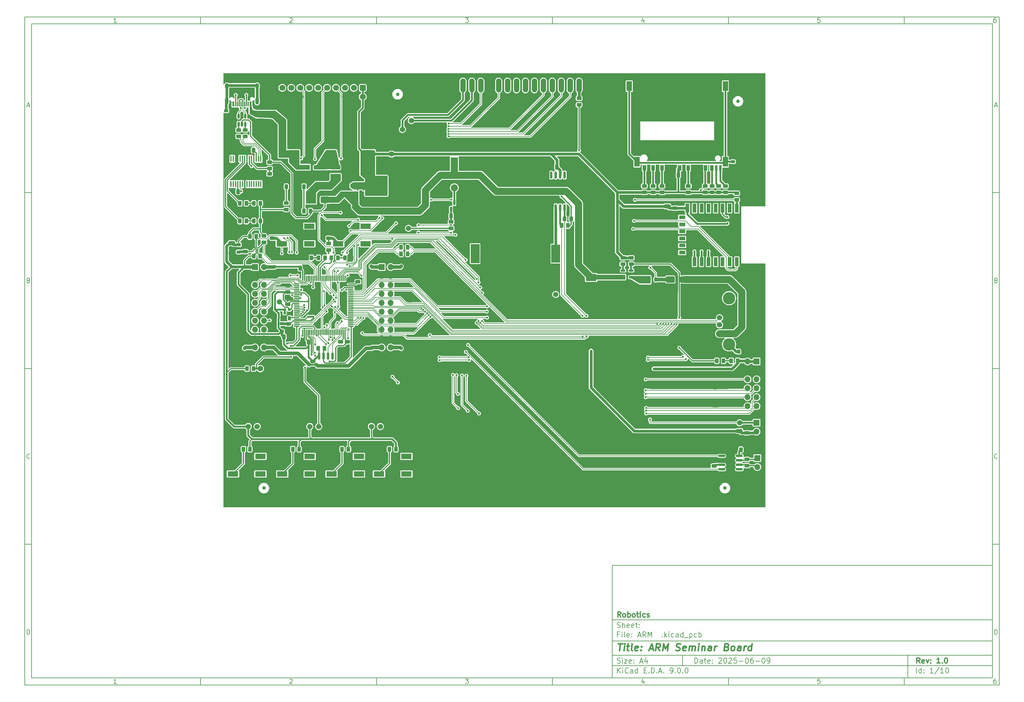
<source format=gtl>
G04 #@! TF.GenerationSoftware,KiCad,Pcbnew,9.0.0*
G04 #@! TF.CreationDate,2025-06-10T17:59:39+09:00*
G04 #@! TF.ProjectId,ARM ___ __,41524d20-38f8-4982-90f4-dc2e6b696361,1.0*
G04 #@! TF.SameCoordinates,Original*
G04 #@! TF.FileFunction,Copper,L1,Top*
G04 #@! TF.FilePolarity,Positive*
%FSLAX46Y46*%
G04 Gerber Fmt 4.6, Leading zero omitted, Abs format (unit mm)*
G04 Created by KiCad (PCBNEW 9.0.0) date 2025-06-10 17:59:39*
%MOMM*%
%LPD*%
G01*
G04 APERTURE LIST*
G04 Aperture macros list*
%AMRoundRect*
0 Rectangle with rounded corners*
0 $1 Rounding radius*
0 $2 $3 $4 $5 $6 $7 $8 $9 X,Y pos of 4 corners*
0 Add a 4 corners polygon primitive as box body*
4,1,4,$2,$3,$4,$5,$6,$7,$8,$9,$2,$3,0*
0 Add four circle primitives for the rounded corners*
1,1,$1+$1,$2,$3*
1,1,$1+$1,$4,$5*
1,1,$1+$1,$6,$7*
1,1,$1+$1,$8,$9*
0 Add four rect primitives between the rounded corners*
20,1,$1+$1,$2,$3,$4,$5,0*
20,1,$1+$1,$4,$5,$6,$7,0*
20,1,$1+$1,$6,$7,$8,$9,0*
20,1,$1+$1,$8,$9,$2,$3,0*%
%AMOutline4P*
0 Free polygon, 4 corners , with rotation*
0 The origin of the aperture is its center*
0 number of corners: always 4*
0 $1 to $8 corner X, Y*
0 $9 Rotation angle, in degrees counterclockwise*
0 create outline with 4 corners*
4,1,4,$1,$2,$3,$4,$5,$6,$7,$8,$1,$2,$9*%
G04 Aperture macros list end*
%ADD10C,0.100000*%
%ADD11C,0.150000*%
%ADD12C,0.300000*%
%ADD13C,0.400000*%
G04 #@! TA.AperFunction,Conductor*
%ADD14C,0.200000*%
G04 #@! TD*
G04 #@! TA.AperFunction,Conductor*
%ADD15C,0.100000*%
G04 #@! TD*
G04 #@! TA.AperFunction,SMDPad,CuDef*
%ADD16RoundRect,0.250000X-0.262500X-0.450000X0.262500X-0.450000X0.262500X0.450000X-0.262500X0.450000X0*%
G04 #@! TD*
G04 #@! TA.AperFunction,SMDPad,CuDef*
%ADD17RoundRect,0.243750X-0.243750X-0.456250X0.243750X-0.456250X0.243750X0.456250X-0.243750X0.456250X0*%
G04 #@! TD*
G04 #@! TA.AperFunction,SMDPad,CuDef*
%ADD18C,1.500000*%
G04 #@! TD*
G04 #@! TA.AperFunction,SMDPad,CuDef*
%ADD19RoundRect,0.243750X0.243750X0.456250X-0.243750X0.456250X-0.243750X-0.456250X0.243750X-0.456250X0*%
G04 #@! TD*
G04 #@! TA.AperFunction,ComponentPad*
%ADD20RoundRect,0.650000X0.650000X-0.650000X0.650000X0.650000X-0.650000X0.650000X-0.650000X-0.650000X0*%
G04 #@! TD*
G04 #@! TA.AperFunction,ComponentPad*
%ADD21C,2.600000*%
G04 #@! TD*
G04 #@! TA.AperFunction,SMDPad,CuDef*
%ADD22RoundRect,0.150000X0.512500X0.150000X-0.512500X0.150000X-0.512500X-0.150000X0.512500X-0.150000X0*%
G04 #@! TD*
G04 #@! TA.AperFunction,SMDPad,CuDef*
%ADD23RoundRect,0.250000X0.262500X0.450000X-0.262500X0.450000X-0.262500X-0.450000X0.262500X-0.450000X0*%
G04 #@! TD*
G04 #@! TA.AperFunction,SMDPad,CuDef*
%ADD24R,3.000000X2.000000*%
G04 #@! TD*
G04 #@! TA.AperFunction,SMDPad,CuDef*
%ADD25R,3.000000X1.524000*%
G04 #@! TD*
G04 #@! TA.AperFunction,SMDPad,CuDef*
%ADD26RoundRect,0.250000X0.475000X-0.250000X0.475000X0.250000X-0.475000X0.250000X-0.475000X-0.250000X0*%
G04 #@! TD*
G04 #@! TA.AperFunction,SMDPad,CuDef*
%ADD27RoundRect,0.250000X-0.450000X0.262500X-0.450000X-0.262500X0.450000X-0.262500X0.450000X0.262500X0*%
G04 #@! TD*
G04 #@! TA.AperFunction,SMDPad,CuDef*
%ADD28RoundRect,0.250000X-0.475000X0.250000X-0.475000X-0.250000X0.475000X-0.250000X0.475000X0.250000X0*%
G04 #@! TD*
G04 #@! TA.AperFunction,SMDPad,CuDef*
%ADD29RoundRect,0.250000X1.000000X0.650000X-1.000000X0.650000X-1.000000X-0.650000X1.000000X-0.650000X0*%
G04 #@! TD*
G04 #@! TA.AperFunction,ComponentPad*
%ADD30C,1.524000*%
G04 #@! TD*
G04 #@! TA.AperFunction,ComponentPad*
%ADD31Outline4P,-1.250000X-1.500000X1.250000X-1.500000X1.250000X1.500000X-1.250000X1.500000X0.000000*%
G04 #@! TD*
G04 #@! TA.AperFunction,ComponentPad*
%ADD32C,5.600000*%
G04 #@! TD*
G04 #@! TA.AperFunction,SMDPad,CuDef*
%ADD33RoundRect,0.250000X-0.650000X0.325000X-0.650000X-0.325000X0.650000X-0.325000X0.650000X0.325000X0*%
G04 #@! TD*
G04 #@! TA.AperFunction,SMDPad,CuDef*
%ADD34RoundRect,0.150000X0.150000X-0.587500X0.150000X0.587500X-0.150000X0.587500X-0.150000X-0.587500X0*%
G04 #@! TD*
G04 #@! TA.AperFunction,SMDPad,CuDef*
%ADD35RoundRect,0.250000X-1.075000X0.375000X-1.075000X-0.375000X1.075000X-0.375000X1.075000X0.375000X0*%
G04 #@! TD*
G04 #@! TA.AperFunction,SMDPad,CuDef*
%ADD36RoundRect,0.250000X0.250000X0.475000X-0.250000X0.475000X-0.250000X-0.475000X0.250000X-0.475000X0*%
G04 #@! TD*
G04 #@! TA.AperFunction,SMDPad,CuDef*
%ADD37RoundRect,0.150000X0.150000X-0.825000X0.150000X0.825000X-0.150000X0.825000X-0.150000X-0.825000X0*%
G04 #@! TD*
G04 #@! TA.AperFunction,ComponentPad*
%ADD38C,1.600000*%
G04 #@! TD*
G04 #@! TA.AperFunction,SMDPad,CuDef*
%ADD39RoundRect,0.250000X0.650000X-0.325000X0.650000X0.325000X-0.650000X0.325000X-0.650000X-0.325000X0*%
G04 #@! TD*
G04 #@! TA.AperFunction,ComponentPad*
%ADD40O,1.501140X4.000500*%
G04 #@! TD*
G04 #@! TA.AperFunction,ComponentPad*
%ADD41RoundRect,0.250000X-0.600000X0.600000X-0.600000X-0.600000X0.600000X-0.600000X0.600000X0.600000X0*%
G04 #@! TD*
G04 #@! TA.AperFunction,ComponentPad*
%ADD42C,1.700000*%
G04 #@! TD*
G04 #@! TA.AperFunction,ComponentPad*
%ADD43R,1.700000X1.700000*%
G04 #@! TD*
G04 #@! TA.AperFunction,ComponentPad*
%ADD44O,1.700000X1.700000*%
G04 #@! TD*
G04 #@! TA.AperFunction,SMDPad,CuDef*
%ADD45RoundRect,0.218750X-0.381250X0.218750X-0.381250X-0.218750X0.381250X-0.218750X0.381250X0.218750X0*%
G04 #@! TD*
G04 #@! TA.AperFunction,SMDPad,CuDef*
%ADD46RoundRect,0.150000X-0.825000X-0.150000X0.825000X-0.150000X0.825000X0.150000X-0.825000X0.150000X0*%
G04 #@! TD*
G04 #@! TA.AperFunction,SMDPad,CuDef*
%ADD47RoundRect,0.250000X-0.250000X-0.475000X0.250000X-0.475000X0.250000X0.475000X-0.250000X0.475000X0*%
G04 #@! TD*
G04 #@! TA.AperFunction,SMDPad,CuDef*
%ADD48R,1.000000X2.500000*%
G04 #@! TD*
G04 #@! TA.AperFunction,SMDPad,CuDef*
%ADD49R,1.800000X1.000000*%
G04 #@! TD*
G04 #@! TA.AperFunction,SMDPad,CuDef*
%ADD50C,1.000000*%
G04 #@! TD*
G04 #@! TA.AperFunction,SMDPad,CuDef*
%ADD51RoundRect,0.250000X-0.850000X-0.350000X0.850000X-0.350000X0.850000X0.350000X-0.850000X0.350000X0*%
G04 #@! TD*
G04 #@! TA.AperFunction,SMDPad,CuDef*
%ADD52RoundRect,0.250000X-1.275000X-1.125000X1.275000X-1.125000X1.275000X1.125000X-1.275000X1.125000X0*%
G04 #@! TD*
G04 #@! TA.AperFunction,SMDPad,CuDef*
%ADD53RoundRect,0.249997X-2.950003X-2.650003X2.950003X-2.650003X2.950003X2.650003X-2.950003X2.650003X0*%
G04 #@! TD*
G04 #@! TA.AperFunction,SMDPad,CuDef*
%ADD54RoundRect,0.150000X-0.150000X0.512500X-0.150000X-0.512500X0.150000X-0.512500X0.150000X0.512500X0*%
G04 #@! TD*
G04 #@! TA.AperFunction,SMDPad,CuDef*
%ADD55RoundRect,0.218750X-0.218750X-0.381250X0.218750X-0.381250X0.218750X0.381250X-0.218750X0.381250X0*%
G04 #@! TD*
G04 #@! TA.AperFunction,BGAPad,CuDef*
%ADD56C,0.250000*%
G04 #@! TD*
G04 #@! TA.AperFunction,SMDPad,CuDef*
%ADD57RoundRect,0.075000X-0.725000X-0.075000X0.725000X-0.075000X0.725000X0.075000X-0.725000X0.075000X0*%
G04 #@! TD*
G04 #@! TA.AperFunction,SMDPad,CuDef*
%ADD58RoundRect,0.075000X-0.075000X-0.725000X0.075000X-0.725000X0.075000X0.725000X-0.075000X0.725000X0*%
G04 #@! TD*
G04 #@! TA.AperFunction,SMDPad,CuDef*
%ADD59RoundRect,0.250000X0.450000X-0.262500X0.450000X0.262500X-0.450000X0.262500X-0.450000X-0.262500X0*%
G04 #@! TD*
G04 #@! TA.AperFunction,SMDPad,CuDef*
%ADD60RoundRect,0.218750X0.218750X0.381250X-0.218750X0.381250X-0.218750X-0.381250X0.218750X-0.381250X0*%
G04 #@! TD*
G04 #@! TA.AperFunction,SMDPad,CuDef*
%ADD61R,2.500000X5.400000*%
G04 #@! TD*
G04 #@! TA.AperFunction,SMDPad,CuDef*
%ADD62R,2.500000X5.100000*%
G04 #@! TD*
G04 #@! TA.AperFunction,SMDPad,CuDef*
%ADD63C,17.800000*%
G04 #@! TD*
G04 #@! TA.AperFunction,SMDPad,CuDef*
%ADD64R,0.450000X1.750000*%
G04 #@! TD*
G04 #@! TA.AperFunction,SMDPad,CuDef*
%ADD65RoundRect,0.175000X-0.225000X-0.175000X0.225000X-0.175000X0.225000X0.175000X-0.225000X0.175000X0*%
G04 #@! TD*
G04 #@! TA.AperFunction,ComponentPad*
%ADD66R,2.000000X2.000000*%
G04 #@! TD*
G04 #@! TA.AperFunction,ComponentPad*
%ADD67C,2.000000*%
G04 #@! TD*
G04 #@! TA.AperFunction,SMDPad,CuDef*
%ADD68RoundRect,0.150000X-0.150000X0.875000X-0.150000X-0.875000X0.150000X-0.875000X0.150000X0.875000X0*%
G04 #@! TD*
G04 #@! TA.AperFunction,SMDPad,CuDef*
%ADD69RoundRect,0.218750X0.381250X-0.218750X0.381250X0.218750X-0.381250X0.218750X-0.381250X-0.218750X0*%
G04 #@! TD*
G04 #@! TA.AperFunction,ComponentPad*
%ADD70RoundRect,0.250000X0.512000X-0.512000X0.512000X0.512000X-0.512000X0.512000X-0.512000X-0.512000X0*%
G04 #@! TD*
G04 #@! TA.AperFunction,ComponentPad*
%ADD71C,3.500000*%
G04 #@! TD*
G04 #@! TA.AperFunction,SMDPad,CuDef*
%ADD72R,0.600000X1.450000*%
G04 #@! TD*
G04 #@! TA.AperFunction,SMDPad,CuDef*
%ADD73R,0.300000X1.450000*%
G04 #@! TD*
G04 #@! TA.AperFunction,HeatsinkPad*
%ADD74O,1.000000X2.100000*%
G04 #@! TD*
G04 #@! TA.AperFunction,HeatsinkPad*
%ADD75O,1.000000X1.600000*%
G04 #@! TD*
G04 #@! TA.AperFunction,SMDPad,CuDef*
%ADD76R,1.000000X1.500000*%
G04 #@! TD*
G04 #@! TA.AperFunction,SMDPad,CuDef*
%ADD77R,0.700000X1.500000*%
G04 #@! TD*
G04 #@! TA.AperFunction,SMDPad,CuDef*
%ADD78R,1.500000X2.800000*%
G04 #@! TD*
G04 #@! TA.AperFunction,ViaPad*
%ADD79C,0.600000*%
G04 #@! TD*
G04 #@! TA.AperFunction,Conductor*
%ADD80C,1.000000*%
G04 #@! TD*
G04 #@! TA.AperFunction,Conductor*
%ADD81C,0.300000*%
G04 #@! TD*
G04 #@! TA.AperFunction,Conductor*
%ADD82C,0.500000*%
G04 #@! TD*
G04 #@! TA.AperFunction,Conductor*
%ADD83C,0.800000*%
G04 #@! TD*
G04 #@! TA.AperFunction,Conductor*
%ADD84C,2.000000*%
G04 #@! TD*
G04 APERTURE END LIST*
D10*
D11*
X177002200Y-166007200D02*
X285002200Y-166007200D01*
X285002200Y-198007200D01*
X177002200Y-198007200D01*
X177002200Y-166007200D01*
D10*
D11*
X10000000Y-10000000D02*
X287002200Y-10000000D01*
X287002200Y-200007200D01*
X10000000Y-200007200D01*
X10000000Y-10000000D01*
D10*
D11*
X12000000Y-12000000D02*
X285002200Y-12000000D01*
X285002200Y-198007200D01*
X12000000Y-198007200D01*
X12000000Y-12000000D01*
D10*
D11*
X60000000Y-12000000D02*
X60000000Y-10000000D01*
D10*
D11*
X110000000Y-12000000D02*
X110000000Y-10000000D01*
D10*
D11*
X160000000Y-12000000D02*
X160000000Y-10000000D01*
D10*
D11*
X210000000Y-12000000D02*
X210000000Y-10000000D01*
D10*
D11*
X260000000Y-12000000D02*
X260000000Y-10000000D01*
D10*
D11*
X36089160Y-11593604D02*
X35346303Y-11593604D01*
X35717731Y-11593604D02*
X35717731Y-10293604D01*
X35717731Y-10293604D02*
X35593922Y-10479319D01*
X35593922Y-10479319D02*
X35470112Y-10603128D01*
X35470112Y-10603128D02*
X35346303Y-10665033D01*
D10*
D11*
X85346303Y-10417414D02*
X85408207Y-10355509D01*
X85408207Y-10355509D02*
X85532017Y-10293604D01*
X85532017Y-10293604D02*
X85841541Y-10293604D01*
X85841541Y-10293604D02*
X85965350Y-10355509D01*
X85965350Y-10355509D02*
X86027255Y-10417414D01*
X86027255Y-10417414D02*
X86089160Y-10541223D01*
X86089160Y-10541223D02*
X86089160Y-10665033D01*
X86089160Y-10665033D02*
X86027255Y-10850747D01*
X86027255Y-10850747D02*
X85284398Y-11593604D01*
X85284398Y-11593604D02*
X86089160Y-11593604D01*
D10*
D11*
X135284398Y-10293604D02*
X136089160Y-10293604D01*
X136089160Y-10293604D02*
X135655826Y-10788842D01*
X135655826Y-10788842D02*
X135841541Y-10788842D01*
X135841541Y-10788842D02*
X135965350Y-10850747D01*
X135965350Y-10850747D02*
X136027255Y-10912652D01*
X136027255Y-10912652D02*
X136089160Y-11036461D01*
X136089160Y-11036461D02*
X136089160Y-11345985D01*
X136089160Y-11345985D02*
X136027255Y-11469795D01*
X136027255Y-11469795D02*
X135965350Y-11531700D01*
X135965350Y-11531700D02*
X135841541Y-11593604D01*
X135841541Y-11593604D02*
X135470112Y-11593604D01*
X135470112Y-11593604D02*
X135346303Y-11531700D01*
X135346303Y-11531700D02*
X135284398Y-11469795D01*
D10*
D11*
X185965350Y-10726938D02*
X185965350Y-11593604D01*
X185655826Y-10231700D02*
X185346303Y-11160271D01*
X185346303Y-11160271D02*
X186151064Y-11160271D01*
D10*
D11*
X236027255Y-10293604D02*
X235408207Y-10293604D01*
X235408207Y-10293604D02*
X235346303Y-10912652D01*
X235346303Y-10912652D02*
X235408207Y-10850747D01*
X235408207Y-10850747D02*
X235532017Y-10788842D01*
X235532017Y-10788842D02*
X235841541Y-10788842D01*
X235841541Y-10788842D02*
X235965350Y-10850747D01*
X235965350Y-10850747D02*
X236027255Y-10912652D01*
X236027255Y-10912652D02*
X236089160Y-11036461D01*
X236089160Y-11036461D02*
X236089160Y-11345985D01*
X236089160Y-11345985D02*
X236027255Y-11469795D01*
X236027255Y-11469795D02*
X235965350Y-11531700D01*
X235965350Y-11531700D02*
X235841541Y-11593604D01*
X235841541Y-11593604D02*
X235532017Y-11593604D01*
X235532017Y-11593604D02*
X235408207Y-11531700D01*
X235408207Y-11531700D02*
X235346303Y-11469795D01*
D10*
D11*
X285965350Y-10293604D02*
X285717731Y-10293604D01*
X285717731Y-10293604D02*
X285593922Y-10355509D01*
X285593922Y-10355509D02*
X285532017Y-10417414D01*
X285532017Y-10417414D02*
X285408207Y-10603128D01*
X285408207Y-10603128D02*
X285346303Y-10850747D01*
X285346303Y-10850747D02*
X285346303Y-11345985D01*
X285346303Y-11345985D02*
X285408207Y-11469795D01*
X285408207Y-11469795D02*
X285470112Y-11531700D01*
X285470112Y-11531700D02*
X285593922Y-11593604D01*
X285593922Y-11593604D02*
X285841541Y-11593604D01*
X285841541Y-11593604D02*
X285965350Y-11531700D01*
X285965350Y-11531700D02*
X286027255Y-11469795D01*
X286027255Y-11469795D02*
X286089160Y-11345985D01*
X286089160Y-11345985D02*
X286089160Y-11036461D01*
X286089160Y-11036461D02*
X286027255Y-10912652D01*
X286027255Y-10912652D02*
X285965350Y-10850747D01*
X285965350Y-10850747D02*
X285841541Y-10788842D01*
X285841541Y-10788842D02*
X285593922Y-10788842D01*
X285593922Y-10788842D02*
X285470112Y-10850747D01*
X285470112Y-10850747D02*
X285408207Y-10912652D01*
X285408207Y-10912652D02*
X285346303Y-11036461D01*
D10*
D11*
X60000000Y-198007200D02*
X60000000Y-200007200D01*
D10*
D11*
X110000000Y-198007200D02*
X110000000Y-200007200D01*
D10*
D11*
X160000000Y-198007200D02*
X160000000Y-200007200D01*
D10*
D11*
X210000000Y-198007200D02*
X210000000Y-200007200D01*
D10*
D11*
X260000000Y-198007200D02*
X260000000Y-200007200D01*
D10*
D11*
X36089160Y-199600804D02*
X35346303Y-199600804D01*
X35717731Y-199600804D02*
X35717731Y-198300804D01*
X35717731Y-198300804D02*
X35593922Y-198486519D01*
X35593922Y-198486519D02*
X35470112Y-198610328D01*
X35470112Y-198610328D02*
X35346303Y-198672233D01*
D10*
D11*
X85346303Y-198424614D02*
X85408207Y-198362709D01*
X85408207Y-198362709D02*
X85532017Y-198300804D01*
X85532017Y-198300804D02*
X85841541Y-198300804D01*
X85841541Y-198300804D02*
X85965350Y-198362709D01*
X85965350Y-198362709D02*
X86027255Y-198424614D01*
X86027255Y-198424614D02*
X86089160Y-198548423D01*
X86089160Y-198548423D02*
X86089160Y-198672233D01*
X86089160Y-198672233D02*
X86027255Y-198857947D01*
X86027255Y-198857947D02*
X85284398Y-199600804D01*
X85284398Y-199600804D02*
X86089160Y-199600804D01*
D10*
D11*
X135284398Y-198300804D02*
X136089160Y-198300804D01*
X136089160Y-198300804D02*
X135655826Y-198796042D01*
X135655826Y-198796042D02*
X135841541Y-198796042D01*
X135841541Y-198796042D02*
X135965350Y-198857947D01*
X135965350Y-198857947D02*
X136027255Y-198919852D01*
X136027255Y-198919852D02*
X136089160Y-199043661D01*
X136089160Y-199043661D02*
X136089160Y-199353185D01*
X136089160Y-199353185D02*
X136027255Y-199476995D01*
X136027255Y-199476995D02*
X135965350Y-199538900D01*
X135965350Y-199538900D02*
X135841541Y-199600804D01*
X135841541Y-199600804D02*
X135470112Y-199600804D01*
X135470112Y-199600804D02*
X135346303Y-199538900D01*
X135346303Y-199538900D02*
X135284398Y-199476995D01*
D10*
D11*
X185965350Y-198734138D02*
X185965350Y-199600804D01*
X185655826Y-198238900D02*
X185346303Y-199167471D01*
X185346303Y-199167471D02*
X186151064Y-199167471D01*
D10*
D11*
X236027255Y-198300804D02*
X235408207Y-198300804D01*
X235408207Y-198300804D02*
X235346303Y-198919852D01*
X235346303Y-198919852D02*
X235408207Y-198857947D01*
X235408207Y-198857947D02*
X235532017Y-198796042D01*
X235532017Y-198796042D02*
X235841541Y-198796042D01*
X235841541Y-198796042D02*
X235965350Y-198857947D01*
X235965350Y-198857947D02*
X236027255Y-198919852D01*
X236027255Y-198919852D02*
X236089160Y-199043661D01*
X236089160Y-199043661D02*
X236089160Y-199353185D01*
X236089160Y-199353185D02*
X236027255Y-199476995D01*
X236027255Y-199476995D02*
X235965350Y-199538900D01*
X235965350Y-199538900D02*
X235841541Y-199600804D01*
X235841541Y-199600804D02*
X235532017Y-199600804D01*
X235532017Y-199600804D02*
X235408207Y-199538900D01*
X235408207Y-199538900D02*
X235346303Y-199476995D01*
D10*
D11*
X285965350Y-198300804D02*
X285717731Y-198300804D01*
X285717731Y-198300804D02*
X285593922Y-198362709D01*
X285593922Y-198362709D02*
X285532017Y-198424614D01*
X285532017Y-198424614D02*
X285408207Y-198610328D01*
X285408207Y-198610328D02*
X285346303Y-198857947D01*
X285346303Y-198857947D02*
X285346303Y-199353185D01*
X285346303Y-199353185D02*
X285408207Y-199476995D01*
X285408207Y-199476995D02*
X285470112Y-199538900D01*
X285470112Y-199538900D02*
X285593922Y-199600804D01*
X285593922Y-199600804D02*
X285841541Y-199600804D01*
X285841541Y-199600804D02*
X285965350Y-199538900D01*
X285965350Y-199538900D02*
X286027255Y-199476995D01*
X286027255Y-199476995D02*
X286089160Y-199353185D01*
X286089160Y-199353185D02*
X286089160Y-199043661D01*
X286089160Y-199043661D02*
X286027255Y-198919852D01*
X286027255Y-198919852D02*
X285965350Y-198857947D01*
X285965350Y-198857947D02*
X285841541Y-198796042D01*
X285841541Y-198796042D02*
X285593922Y-198796042D01*
X285593922Y-198796042D02*
X285470112Y-198857947D01*
X285470112Y-198857947D02*
X285408207Y-198919852D01*
X285408207Y-198919852D02*
X285346303Y-199043661D01*
D10*
D11*
X10000000Y-60000000D02*
X12000000Y-60000000D01*
D10*
D11*
X10000000Y-110000000D02*
X12000000Y-110000000D01*
D10*
D11*
X10000000Y-160000000D02*
X12000000Y-160000000D01*
D10*
D11*
X10690476Y-35222176D02*
X11309523Y-35222176D01*
X10566666Y-35593604D02*
X10999999Y-34293604D01*
X10999999Y-34293604D02*
X11433333Y-35593604D01*
D10*
D11*
X11092857Y-84912652D02*
X11278571Y-84974557D01*
X11278571Y-84974557D02*
X11340476Y-85036461D01*
X11340476Y-85036461D02*
X11402380Y-85160271D01*
X11402380Y-85160271D02*
X11402380Y-85345985D01*
X11402380Y-85345985D02*
X11340476Y-85469795D01*
X11340476Y-85469795D02*
X11278571Y-85531700D01*
X11278571Y-85531700D02*
X11154761Y-85593604D01*
X11154761Y-85593604D02*
X10659523Y-85593604D01*
X10659523Y-85593604D02*
X10659523Y-84293604D01*
X10659523Y-84293604D02*
X11092857Y-84293604D01*
X11092857Y-84293604D02*
X11216666Y-84355509D01*
X11216666Y-84355509D02*
X11278571Y-84417414D01*
X11278571Y-84417414D02*
X11340476Y-84541223D01*
X11340476Y-84541223D02*
X11340476Y-84665033D01*
X11340476Y-84665033D02*
X11278571Y-84788842D01*
X11278571Y-84788842D02*
X11216666Y-84850747D01*
X11216666Y-84850747D02*
X11092857Y-84912652D01*
X11092857Y-84912652D02*
X10659523Y-84912652D01*
D10*
D11*
X11402380Y-135469795D02*
X11340476Y-135531700D01*
X11340476Y-135531700D02*
X11154761Y-135593604D01*
X11154761Y-135593604D02*
X11030952Y-135593604D01*
X11030952Y-135593604D02*
X10845238Y-135531700D01*
X10845238Y-135531700D02*
X10721428Y-135407890D01*
X10721428Y-135407890D02*
X10659523Y-135284080D01*
X10659523Y-135284080D02*
X10597619Y-135036461D01*
X10597619Y-135036461D02*
X10597619Y-134850747D01*
X10597619Y-134850747D02*
X10659523Y-134603128D01*
X10659523Y-134603128D02*
X10721428Y-134479319D01*
X10721428Y-134479319D02*
X10845238Y-134355509D01*
X10845238Y-134355509D02*
X11030952Y-134293604D01*
X11030952Y-134293604D02*
X11154761Y-134293604D01*
X11154761Y-134293604D02*
X11340476Y-134355509D01*
X11340476Y-134355509D02*
X11402380Y-134417414D01*
D10*
D11*
X10659523Y-185593604D02*
X10659523Y-184293604D01*
X10659523Y-184293604D02*
X10969047Y-184293604D01*
X10969047Y-184293604D02*
X11154761Y-184355509D01*
X11154761Y-184355509D02*
X11278571Y-184479319D01*
X11278571Y-184479319D02*
X11340476Y-184603128D01*
X11340476Y-184603128D02*
X11402380Y-184850747D01*
X11402380Y-184850747D02*
X11402380Y-185036461D01*
X11402380Y-185036461D02*
X11340476Y-185284080D01*
X11340476Y-185284080D02*
X11278571Y-185407890D01*
X11278571Y-185407890D02*
X11154761Y-185531700D01*
X11154761Y-185531700D02*
X10969047Y-185593604D01*
X10969047Y-185593604D02*
X10659523Y-185593604D01*
D10*
D11*
X287002200Y-60000000D02*
X285002200Y-60000000D01*
D10*
D11*
X287002200Y-110000000D02*
X285002200Y-110000000D01*
D10*
D11*
X287002200Y-160000000D02*
X285002200Y-160000000D01*
D10*
D11*
X285692676Y-35222176D02*
X286311723Y-35222176D01*
X285568866Y-35593604D02*
X286002199Y-34293604D01*
X286002199Y-34293604D02*
X286435533Y-35593604D01*
D10*
D11*
X286095057Y-84912652D02*
X286280771Y-84974557D01*
X286280771Y-84974557D02*
X286342676Y-85036461D01*
X286342676Y-85036461D02*
X286404580Y-85160271D01*
X286404580Y-85160271D02*
X286404580Y-85345985D01*
X286404580Y-85345985D02*
X286342676Y-85469795D01*
X286342676Y-85469795D02*
X286280771Y-85531700D01*
X286280771Y-85531700D02*
X286156961Y-85593604D01*
X286156961Y-85593604D02*
X285661723Y-85593604D01*
X285661723Y-85593604D02*
X285661723Y-84293604D01*
X285661723Y-84293604D02*
X286095057Y-84293604D01*
X286095057Y-84293604D02*
X286218866Y-84355509D01*
X286218866Y-84355509D02*
X286280771Y-84417414D01*
X286280771Y-84417414D02*
X286342676Y-84541223D01*
X286342676Y-84541223D02*
X286342676Y-84665033D01*
X286342676Y-84665033D02*
X286280771Y-84788842D01*
X286280771Y-84788842D02*
X286218866Y-84850747D01*
X286218866Y-84850747D02*
X286095057Y-84912652D01*
X286095057Y-84912652D02*
X285661723Y-84912652D01*
D10*
D11*
X286404580Y-135469795D02*
X286342676Y-135531700D01*
X286342676Y-135531700D02*
X286156961Y-135593604D01*
X286156961Y-135593604D02*
X286033152Y-135593604D01*
X286033152Y-135593604D02*
X285847438Y-135531700D01*
X285847438Y-135531700D02*
X285723628Y-135407890D01*
X285723628Y-135407890D02*
X285661723Y-135284080D01*
X285661723Y-135284080D02*
X285599819Y-135036461D01*
X285599819Y-135036461D02*
X285599819Y-134850747D01*
X285599819Y-134850747D02*
X285661723Y-134603128D01*
X285661723Y-134603128D02*
X285723628Y-134479319D01*
X285723628Y-134479319D02*
X285847438Y-134355509D01*
X285847438Y-134355509D02*
X286033152Y-134293604D01*
X286033152Y-134293604D02*
X286156961Y-134293604D01*
X286156961Y-134293604D02*
X286342676Y-134355509D01*
X286342676Y-134355509D02*
X286404580Y-134417414D01*
D10*
D11*
X285661723Y-185593604D02*
X285661723Y-184293604D01*
X285661723Y-184293604D02*
X285971247Y-184293604D01*
X285971247Y-184293604D02*
X286156961Y-184355509D01*
X286156961Y-184355509D02*
X286280771Y-184479319D01*
X286280771Y-184479319D02*
X286342676Y-184603128D01*
X286342676Y-184603128D02*
X286404580Y-184850747D01*
X286404580Y-184850747D02*
X286404580Y-185036461D01*
X286404580Y-185036461D02*
X286342676Y-185284080D01*
X286342676Y-185284080D02*
X286280771Y-185407890D01*
X286280771Y-185407890D02*
X286156961Y-185531700D01*
X286156961Y-185531700D02*
X285971247Y-185593604D01*
X285971247Y-185593604D02*
X285661723Y-185593604D01*
D10*
D11*
X200458026Y-193793328D02*
X200458026Y-192293328D01*
X200458026Y-192293328D02*
X200815169Y-192293328D01*
X200815169Y-192293328D02*
X201029455Y-192364757D01*
X201029455Y-192364757D02*
X201172312Y-192507614D01*
X201172312Y-192507614D02*
X201243741Y-192650471D01*
X201243741Y-192650471D02*
X201315169Y-192936185D01*
X201315169Y-192936185D02*
X201315169Y-193150471D01*
X201315169Y-193150471D02*
X201243741Y-193436185D01*
X201243741Y-193436185D02*
X201172312Y-193579042D01*
X201172312Y-193579042D02*
X201029455Y-193721900D01*
X201029455Y-193721900D02*
X200815169Y-193793328D01*
X200815169Y-193793328D02*
X200458026Y-193793328D01*
X202600884Y-193793328D02*
X202600884Y-193007614D01*
X202600884Y-193007614D02*
X202529455Y-192864757D01*
X202529455Y-192864757D02*
X202386598Y-192793328D01*
X202386598Y-192793328D02*
X202100884Y-192793328D01*
X202100884Y-192793328D02*
X201958026Y-192864757D01*
X202600884Y-193721900D02*
X202458026Y-193793328D01*
X202458026Y-193793328D02*
X202100884Y-193793328D01*
X202100884Y-193793328D02*
X201958026Y-193721900D01*
X201958026Y-193721900D02*
X201886598Y-193579042D01*
X201886598Y-193579042D02*
X201886598Y-193436185D01*
X201886598Y-193436185D02*
X201958026Y-193293328D01*
X201958026Y-193293328D02*
X202100884Y-193221900D01*
X202100884Y-193221900D02*
X202458026Y-193221900D01*
X202458026Y-193221900D02*
X202600884Y-193150471D01*
X203100884Y-192793328D02*
X203672312Y-192793328D01*
X203315169Y-192293328D02*
X203315169Y-193579042D01*
X203315169Y-193579042D02*
X203386598Y-193721900D01*
X203386598Y-193721900D02*
X203529455Y-193793328D01*
X203529455Y-193793328D02*
X203672312Y-193793328D01*
X204743741Y-193721900D02*
X204600884Y-193793328D01*
X204600884Y-193793328D02*
X204315170Y-193793328D01*
X204315170Y-193793328D02*
X204172312Y-193721900D01*
X204172312Y-193721900D02*
X204100884Y-193579042D01*
X204100884Y-193579042D02*
X204100884Y-193007614D01*
X204100884Y-193007614D02*
X204172312Y-192864757D01*
X204172312Y-192864757D02*
X204315170Y-192793328D01*
X204315170Y-192793328D02*
X204600884Y-192793328D01*
X204600884Y-192793328D02*
X204743741Y-192864757D01*
X204743741Y-192864757D02*
X204815170Y-193007614D01*
X204815170Y-193007614D02*
X204815170Y-193150471D01*
X204815170Y-193150471D02*
X204100884Y-193293328D01*
X205458026Y-193650471D02*
X205529455Y-193721900D01*
X205529455Y-193721900D02*
X205458026Y-193793328D01*
X205458026Y-193793328D02*
X205386598Y-193721900D01*
X205386598Y-193721900D02*
X205458026Y-193650471D01*
X205458026Y-193650471D02*
X205458026Y-193793328D01*
X205458026Y-192864757D02*
X205529455Y-192936185D01*
X205529455Y-192936185D02*
X205458026Y-193007614D01*
X205458026Y-193007614D02*
X205386598Y-192936185D01*
X205386598Y-192936185D02*
X205458026Y-192864757D01*
X205458026Y-192864757D02*
X205458026Y-193007614D01*
X207243741Y-192436185D02*
X207315169Y-192364757D01*
X207315169Y-192364757D02*
X207458027Y-192293328D01*
X207458027Y-192293328D02*
X207815169Y-192293328D01*
X207815169Y-192293328D02*
X207958027Y-192364757D01*
X207958027Y-192364757D02*
X208029455Y-192436185D01*
X208029455Y-192436185D02*
X208100884Y-192579042D01*
X208100884Y-192579042D02*
X208100884Y-192721900D01*
X208100884Y-192721900D02*
X208029455Y-192936185D01*
X208029455Y-192936185D02*
X207172312Y-193793328D01*
X207172312Y-193793328D02*
X208100884Y-193793328D01*
X209029455Y-192293328D02*
X209172312Y-192293328D01*
X209172312Y-192293328D02*
X209315169Y-192364757D01*
X209315169Y-192364757D02*
X209386598Y-192436185D01*
X209386598Y-192436185D02*
X209458026Y-192579042D01*
X209458026Y-192579042D02*
X209529455Y-192864757D01*
X209529455Y-192864757D02*
X209529455Y-193221900D01*
X209529455Y-193221900D02*
X209458026Y-193507614D01*
X209458026Y-193507614D02*
X209386598Y-193650471D01*
X209386598Y-193650471D02*
X209315169Y-193721900D01*
X209315169Y-193721900D02*
X209172312Y-193793328D01*
X209172312Y-193793328D02*
X209029455Y-193793328D01*
X209029455Y-193793328D02*
X208886598Y-193721900D01*
X208886598Y-193721900D02*
X208815169Y-193650471D01*
X208815169Y-193650471D02*
X208743740Y-193507614D01*
X208743740Y-193507614D02*
X208672312Y-193221900D01*
X208672312Y-193221900D02*
X208672312Y-192864757D01*
X208672312Y-192864757D02*
X208743740Y-192579042D01*
X208743740Y-192579042D02*
X208815169Y-192436185D01*
X208815169Y-192436185D02*
X208886598Y-192364757D01*
X208886598Y-192364757D02*
X209029455Y-192293328D01*
X210100883Y-192436185D02*
X210172311Y-192364757D01*
X210172311Y-192364757D02*
X210315169Y-192293328D01*
X210315169Y-192293328D02*
X210672311Y-192293328D01*
X210672311Y-192293328D02*
X210815169Y-192364757D01*
X210815169Y-192364757D02*
X210886597Y-192436185D01*
X210886597Y-192436185D02*
X210958026Y-192579042D01*
X210958026Y-192579042D02*
X210958026Y-192721900D01*
X210958026Y-192721900D02*
X210886597Y-192936185D01*
X210886597Y-192936185D02*
X210029454Y-193793328D01*
X210029454Y-193793328D02*
X210958026Y-193793328D01*
X212315168Y-192293328D02*
X211600882Y-192293328D01*
X211600882Y-192293328D02*
X211529454Y-193007614D01*
X211529454Y-193007614D02*
X211600882Y-192936185D01*
X211600882Y-192936185D02*
X211743740Y-192864757D01*
X211743740Y-192864757D02*
X212100882Y-192864757D01*
X212100882Y-192864757D02*
X212243740Y-192936185D01*
X212243740Y-192936185D02*
X212315168Y-193007614D01*
X212315168Y-193007614D02*
X212386597Y-193150471D01*
X212386597Y-193150471D02*
X212386597Y-193507614D01*
X212386597Y-193507614D02*
X212315168Y-193650471D01*
X212315168Y-193650471D02*
X212243740Y-193721900D01*
X212243740Y-193721900D02*
X212100882Y-193793328D01*
X212100882Y-193793328D02*
X211743740Y-193793328D01*
X211743740Y-193793328D02*
X211600882Y-193721900D01*
X211600882Y-193721900D02*
X211529454Y-193650471D01*
X213029453Y-193221900D02*
X214172311Y-193221900D01*
X215172311Y-192293328D02*
X215315168Y-192293328D01*
X215315168Y-192293328D02*
X215458025Y-192364757D01*
X215458025Y-192364757D02*
X215529454Y-192436185D01*
X215529454Y-192436185D02*
X215600882Y-192579042D01*
X215600882Y-192579042D02*
X215672311Y-192864757D01*
X215672311Y-192864757D02*
X215672311Y-193221900D01*
X215672311Y-193221900D02*
X215600882Y-193507614D01*
X215600882Y-193507614D02*
X215529454Y-193650471D01*
X215529454Y-193650471D02*
X215458025Y-193721900D01*
X215458025Y-193721900D02*
X215315168Y-193793328D01*
X215315168Y-193793328D02*
X215172311Y-193793328D01*
X215172311Y-193793328D02*
X215029454Y-193721900D01*
X215029454Y-193721900D02*
X214958025Y-193650471D01*
X214958025Y-193650471D02*
X214886596Y-193507614D01*
X214886596Y-193507614D02*
X214815168Y-193221900D01*
X214815168Y-193221900D02*
X214815168Y-192864757D01*
X214815168Y-192864757D02*
X214886596Y-192579042D01*
X214886596Y-192579042D02*
X214958025Y-192436185D01*
X214958025Y-192436185D02*
X215029454Y-192364757D01*
X215029454Y-192364757D02*
X215172311Y-192293328D01*
X216958025Y-192293328D02*
X216672310Y-192293328D01*
X216672310Y-192293328D02*
X216529453Y-192364757D01*
X216529453Y-192364757D02*
X216458025Y-192436185D01*
X216458025Y-192436185D02*
X216315167Y-192650471D01*
X216315167Y-192650471D02*
X216243739Y-192936185D01*
X216243739Y-192936185D02*
X216243739Y-193507614D01*
X216243739Y-193507614D02*
X216315167Y-193650471D01*
X216315167Y-193650471D02*
X216386596Y-193721900D01*
X216386596Y-193721900D02*
X216529453Y-193793328D01*
X216529453Y-193793328D02*
X216815167Y-193793328D01*
X216815167Y-193793328D02*
X216958025Y-193721900D01*
X216958025Y-193721900D02*
X217029453Y-193650471D01*
X217029453Y-193650471D02*
X217100882Y-193507614D01*
X217100882Y-193507614D02*
X217100882Y-193150471D01*
X217100882Y-193150471D02*
X217029453Y-193007614D01*
X217029453Y-193007614D02*
X216958025Y-192936185D01*
X216958025Y-192936185D02*
X216815167Y-192864757D01*
X216815167Y-192864757D02*
X216529453Y-192864757D01*
X216529453Y-192864757D02*
X216386596Y-192936185D01*
X216386596Y-192936185D02*
X216315167Y-193007614D01*
X216315167Y-193007614D02*
X216243739Y-193150471D01*
X217743738Y-193221900D02*
X218886596Y-193221900D01*
X219886596Y-192293328D02*
X220029453Y-192293328D01*
X220029453Y-192293328D02*
X220172310Y-192364757D01*
X220172310Y-192364757D02*
X220243739Y-192436185D01*
X220243739Y-192436185D02*
X220315167Y-192579042D01*
X220315167Y-192579042D02*
X220386596Y-192864757D01*
X220386596Y-192864757D02*
X220386596Y-193221900D01*
X220386596Y-193221900D02*
X220315167Y-193507614D01*
X220315167Y-193507614D02*
X220243739Y-193650471D01*
X220243739Y-193650471D02*
X220172310Y-193721900D01*
X220172310Y-193721900D02*
X220029453Y-193793328D01*
X220029453Y-193793328D02*
X219886596Y-193793328D01*
X219886596Y-193793328D02*
X219743739Y-193721900D01*
X219743739Y-193721900D02*
X219672310Y-193650471D01*
X219672310Y-193650471D02*
X219600881Y-193507614D01*
X219600881Y-193507614D02*
X219529453Y-193221900D01*
X219529453Y-193221900D02*
X219529453Y-192864757D01*
X219529453Y-192864757D02*
X219600881Y-192579042D01*
X219600881Y-192579042D02*
X219672310Y-192436185D01*
X219672310Y-192436185D02*
X219743739Y-192364757D01*
X219743739Y-192364757D02*
X219886596Y-192293328D01*
X221100881Y-193793328D02*
X221386595Y-193793328D01*
X221386595Y-193793328D02*
X221529452Y-193721900D01*
X221529452Y-193721900D02*
X221600881Y-193650471D01*
X221600881Y-193650471D02*
X221743738Y-193436185D01*
X221743738Y-193436185D02*
X221815167Y-193150471D01*
X221815167Y-193150471D02*
X221815167Y-192579042D01*
X221815167Y-192579042D02*
X221743738Y-192436185D01*
X221743738Y-192436185D02*
X221672310Y-192364757D01*
X221672310Y-192364757D02*
X221529452Y-192293328D01*
X221529452Y-192293328D02*
X221243738Y-192293328D01*
X221243738Y-192293328D02*
X221100881Y-192364757D01*
X221100881Y-192364757D02*
X221029452Y-192436185D01*
X221029452Y-192436185D02*
X220958024Y-192579042D01*
X220958024Y-192579042D02*
X220958024Y-192936185D01*
X220958024Y-192936185D02*
X221029452Y-193079042D01*
X221029452Y-193079042D02*
X221100881Y-193150471D01*
X221100881Y-193150471D02*
X221243738Y-193221900D01*
X221243738Y-193221900D02*
X221529452Y-193221900D01*
X221529452Y-193221900D02*
X221672310Y-193150471D01*
X221672310Y-193150471D02*
X221743738Y-193079042D01*
X221743738Y-193079042D02*
X221815167Y-192936185D01*
D10*
D11*
X177002200Y-194507200D02*
X285002200Y-194507200D01*
D10*
D11*
X178458026Y-196593328D02*
X178458026Y-195093328D01*
X179315169Y-196593328D02*
X178672312Y-195736185D01*
X179315169Y-195093328D02*
X178458026Y-195950471D01*
X179958026Y-196593328D02*
X179958026Y-195593328D01*
X179958026Y-195093328D02*
X179886598Y-195164757D01*
X179886598Y-195164757D02*
X179958026Y-195236185D01*
X179958026Y-195236185D02*
X180029455Y-195164757D01*
X180029455Y-195164757D02*
X179958026Y-195093328D01*
X179958026Y-195093328D02*
X179958026Y-195236185D01*
X181529455Y-196450471D02*
X181458027Y-196521900D01*
X181458027Y-196521900D02*
X181243741Y-196593328D01*
X181243741Y-196593328D02*
X181100884Y-196593328D01*
X181100884Y-196593328D02*
X180886598Y-196521900D01*
X180886598Y-196521900D02*
X180743741Y-196379042D01*
X180743741Y-196379042D02*
X180672312Y-196236185D01*
X180672312Y-196236185D02*
X180600884Y-195950471D01*
X180600884Y-195950471D02*
X180600884Y-195736185D01*
X180600884Y-195736185D02*
X180672312Y-195450471D01*
X180672312Y-195450471D02*
X180743741Y-195307614D01*
X180743741Y-195307614D02*
X180886598Y-195164757D01*
X180886598Y-195164757D02*
X181100884Y-195093328D01*
X181100884Y-195093328D02*
X181243741Y-195093328D01*
X181243741Y-195093328D02*
X181458027Y-195164757D01*
X181458027Y-195164757D02*
X181529455Y-195236185D01*
X182815170Y-196593328D02*
X182815170Y-195807614D01*
X182815170Y-195807614D02*
X182743741Y-195664757D01*
X182743741Y-195664757D02*
X182600884Y-195593328D01*
X182600884Y-195593328D02*
X182315170Y-195593328D01*
X182315170Y-195593328D02*
X182172312Y-195664757D01*
X182815170Y-196521900D02*
X182672312Y-196593328D01*
X182672312Y-196593328D02*
X182315170Y-196593328D01*
X182315170Y-196593328D02*
X182172312Y-196521900D01*
X182172312Y-196521900D02*
X182100884Y-196379042D01*
X182100884Y-196379042D02*
X182100884Y-196236185D01*
X182100884Y-196236185D02*
X182172312Y-196093328D01*
X182172312Y-196093328D02*
X182315170Y-196021900D01*
X182315170Y-196021900D02*
X182672312Y-196021900D01*
X182672312Y-196021900D02*
X182815170Y-195950471D01*
X184172313Y-196593328D02*
X184172313Y-195093328D01*
X184172313Y-196521900D02*
X184029455Y-196593328D01*
X184029455Y-196593328D02*
X183743741Y-196593328D01*
X183743741Y-196593328D02*
X183600884Y-196521900D01*
X183600884Y-196521900D02*
X183529455Y-196450471D01*
X183529455Y-196450471D02*
X183458027Y-196307614D01*
X183458027Y-196307614D02*
X183458027Y-195879042D01*
X183458027Y-195879042D02*
X183529455Y-195736185D01*
X183529455Y-195736185D02*
X183600884Y-195664757D01*
X183600884Y-195664757D02*
X183743741Y-195593328D01*
X183743741Y-195593328D02*
X184029455Y-195593328D01*
X184029455Y-195593328D02*
X184172313Y-195664757D01*
X186029455Y-195807614D02*
X186529455Y-195807614D01*
X186743741Y-196593328D02*
X186029455Y-196593328D01*
X186029455Y-196593328D02*
X186029455Y-195093328D01*
X186029455Y-195093328D02*
X186743741Y-195093328D01*
X187386598Y-196450471D02*
X187458027Y-196521900D01*
X187458027Y-196521900D02*
X187386598Y-196593328D01*
X187386598Y-196593328D02*
X187315170Y-196521900D01*
X187315170Y-196521900D02*
X187386598Y-196450471D01*
X187386598Y-196450471D02*
X187386598Y-196593328D01*
X188100884Y-196593328D02*
X188100884Y-195093328D01*
X188100884Y-195093328D02*
X188458027Y-195093328D01*
X188458027Y-195093328D02*
X188672313Y-195164757D01*
X188672313Y-195164757D02*
X188815170Y-195307614D01*
X188815170Y-195307614D02*
X188886599Y-195450471D01*
X188886599Y-195450471D02*
X188958027Y-195736185D01*
X188958027Y-195736185D02*
X188958027Y-195950471D01*
X188958027Y-195950471D02*
X188886599Y-196236185D01*
X188886599Y-196236185D02*
X188815170Y-196379042D01*
X188815170Y-196379042D02*
X188672313Y-196521900D01*
X188672313Y-196521900D02*
X188458027Y-196593328D01*
X188458027Y-196593328D02*
X188100884Y-196593328D01*
X189600884Y-196450471D02*
X189672313Y-196521900D01*
X189672313Y-196521900D02*
X189600884Y-196593328D01*
X189600884Y-196593328D02*
X189529456Y-196521900D01*
X189529456Y-196521900D02*
X189600884Y-196450471D01*
X189600884Y-196450471D02*
X189600884Y-196593328D01*
X190243742Y-196164757D02*
X190958028Y-196164757D01*
X190100885Y-196593328D02*
X190600885Y-195093328D01*
X190600885Y-195093328D02*
X191100885Y-196593328D01*
X191600884Y-196450471D02*
X191672313Y-196521900D01*
X191672313Y-196521900D02*
X191600884Y-196593328D01*
X191600884Y-196593328D02*
X191529456Y-196521900D01*
X191529456Y-196521900D02*
X191600884Y-196450471D01*
X191600884Y-196450471D02*
X191600884Y-196593328D01*
X193529456Y-196593328D02*
X193815170Y-196593328D01*
X193815170Y-196593328D02*
X193958027Y-196521900D01*
X193958027Y-196521900D02*
X194029456Y-196450471D01*
X194029456Y-196450471D02*
X194172313Y-196236185D01*
X194172313Y-196236185D02*
X194243742Y-195950471D01*
X194243742Y-195950471D02*
X194243742Y-195379042D01*
X194243742Y-195379042D02*
X194172313Y-195236185D01*
X194172313Y-195236185D02*
X194100885Y-195164757D01*
X194100885Y-195164757D02*
X193958027Y-195093328D01*
X193958027Y-195093328D02*
X193672313Y-195093328D01*
X193672313Y-195093328D02*
X193529456Y-195164757D01*
X193529456Y-195164757D02*
X193458027Y-195236185D01*
X193458027Y-195236185D02*
X193386599Y-195379042D01*
X193386599Y-195379042D02*
X193386599Y-195736185D01*
X193386599Y-195736185D02*
X193458027Y-195879042D01*
X193458027Y-195879042D02*
X193529456Y-195950471D01*
X193529456Y-195950471D02*
X193672313Y-196021900D01*
X193672313Y-196021900D02*
X193958027Y-196021900D01*
X193958027Y-196021900D02*
X194100885Y-195950471D01*
X194100885Y-195950471D02*
X194172313Y-195879042D01*
X194172313Y-195879042D02*
X194243742Y-195736185D01*
X194886598Y-196450471D02*
X194958027Y-196521900D01*
X194958027Y-196521900D02*
X194886598Y-196593328D01*
X194886598Y-196593328D02*
X194815170Y-196521900D01*
X194815170Y-196521900D02*
X194886598Y-196450471D01*
X194886598Y-196450471D02*
X194886598Y-196593328D01*
X195886599Y-195093328D02*
X196029456Y-195093328D01*
X196029456Y-195093328D02*
X196172313Y-195164757D01*
X196172313Y-195164757D02*
X196243742Y-195236185D01*
X196243742Y-195236185D02*
X196315170Y-195379042D01*
X196315170Y-195379042D02*
X196386599Y-195664757D01*
X196386599Y-195664757D02*
X196386599Y-196021900D01*
X196386599Y-196021900D02*
X196315170Y-196307614D01*
X196315170Y-196307614D02*
X196243742Y-196450471D01*
X196243742Y-196450471D02*
X196172313Y-196521900D01*
X196172313Y-196521900D02*
X196029456Y-196593328D01*
X196029456Y-196593328D02*
X195886599Y-196593328D01*
X195886599Y-196593328D02*
X195743742Y-196521900D01*
X195743742Y-196521900D02*
X195672313Y-196450471D01*
X195672313Y-196450471D02*
X195600884Y-196307614D01*
X195600884Y-196307614D02*
X195529456Y-196021900D01*
X195529456Y-196021900D02*
X195529456Y-195664757D01*
X195529456Y-195664757D02*
X195600884Y-195379042D01*
X195600884Y-195379042D02*
X195672313Y-195236185D01*
X195672313Y-195236185D02*
X195743742Y-195164757D01*
X195743742Y-195164757D02*
X195886599Y-195093328D01*
X197029455Y-196450471D02*
X197100884Y-196521900D01*
X197100884Y-196521900D02*
X197029455Y-196593328D01*
X197029455Y-196593328D02*
X196958027Y-196521900D01*
X196958027Y-196521900D02*
X197029455Y-196450471D01*
X197029455Y-196450471D02*
X197029455Y-196593328D01*
X198029456Y-195093328D02*
X198172313Y-195093328D01*
X198172313Y-195093328D02*
X198315170Y-195164757D01*
X198315170Y-195164757D02*
X198386599Y-195236185D01*
X198386599Y-195236185D02*
X198458027Y-195379042D01*
X198458027Y-195379042D02*
X198529456Y-195664757D01*
X198529456Y-195664757D02*
X198529456Y-196021900D01*
X198529456Y-196021900D02*
X198458027Y-196307614D01*
X198458027Y-196307614D02*
X198386599Y-196450471D01*
X198386599Y-196450471D02*
X198315170Y-196521900D01*
X198315170Y-196521900D02*
X198172313Y-196593328D01*
X198172313Y-196593328D02*
X198029456Y-196593328D01*
X198029456Y-196593328D02*
X197886599Y-196521900D01*
X197886599Y-196521900D02*
X197815170Y-196450471D01*
X197815170Y-196450471D02*
X197743741Y-196307614D01*
X197743741Y-196307614D02*
X197672313Y-196021900D01*
X197672313Y-196021900D02*
X197672313Y-195664757D01*
X197672313Y-195664757D02*
X197743741Y-195379042D01*
X197743741Y-195379042D02*
X197815170Y-195236185D01*
X197815170Y-195236185D02*
X197886599Y-195164757D01*
X197886599Y-195164757D02*
X198029456Y-195093328D01*
D10*
D11*
X177002200Y-191507200D02*
X285002200Y-191507200D01*
D10*
D12*
X264413853Y-193785528D02*
X263913853Y-193071242D01*
X263556710Y-193785528D02*
X263556710Y-192285528D01*
X263556710Y-192285528D02*
X264128139Y-192285528D01*
X264128139Y-192285528D02*
X264270996Y-192356957D01*
X264270996Y-192356957D02*
X264342425Y-192428385D01*
X264342425Y-192428385D02*
X264413853Y-192571242D01*
X264413853Y-192571242D02*
X264413853Y-192785528D01*
X264413853Y-192785528D02*
X264342425Y-192928385D01*
X264342425Y-192928385D02*
X264270996Y-192999814D01*
X264270996Y-192999814D02*
X264128139Y-193071242D01*
X264128139Y-193071242D02*
X263556710Y-193071242D01*
X265628139Y-193714100D02*
X265485282Y-193785528D01*
X265485282Y-193785528D02*
X265199568Y-193785528D01*
X265199568Y-193785528D02*
X265056710Y-193714100D01*
X265056710Y-193714100D02*
X264985282Y-193571242D01*
X264985282Y-193571242D02*
X264985282Y-192999814D01*
X264985282Y-192999814D02*
X265056710Y-192856957D01*
X265056710Y-192856957D02*
X265199568Y-192785528D01*
X265199568Y-192785528D02*
X265485282Y-192785528D01*
X265485282Y-192785528D02*
X265628139Y-192856957D01*
X265628139Y-192856957D02*
X265699568Y-192999814D01*
X265699568Y-192999814D02*
X265699568Y-193142671D01*
X265699568Y-193142671D02*
X264985282Y-193285528D01*
X266199567Y-192785528D02*
X266556710Y-193785528D01*
X266556710Y-193785528D02*
X266913853Y-192785528D01*
X267485281Y-193642671D02*
X267556710Y-193714100D01*
X267556710Y-193714100D02*
X267485281Y-193785528D01*
X267485281Y-193785528D02*
X267413853Y-193714100D01*
X267413853Y-193714100D02*
X267485281Y-193642671D01*
X267485281Y-193642671D02*
X267485281Y-193785528D01*
X267485281Y-192856957D02*
X267556710Y-192928385D01*
X267556710Y-192928385D02*
X267485281Y-192999814D01*
X267485281Y-192999814D02*
X267413853Y-192928385D01*
X267413853Y-192928385D02*
X267485281Y-192856957D01*
X267485281Y-192856957D02*
X267485281Y-192999814D01*
X270128139Y-193785528D02*
X269270996Y-193785528D01*
X269699567Y-193785528D02*
X269699567Y-192285528D01*
X269699567Y-192285528D02*
X269556710Y-192499814D01*
X269556710Y-192499814D02*
X269413853Y-192642671D01*
X269413853Y-192642671D02*
X269270996Y-192714100D01*
X270770995Y-193642671D02*
X270842424Y-193714100D01*
X270842424Y-193714100D02*
X270770995Y-193785528D01*
X270770995Y-193785528D02*
X270699567Y-193714100D01*
X270699567Y-193714100D02*
X270770995Y-193642671D01*
X270770995Y-193642671D02*
X270770995Y-193785528D01*
X271770996Y-192285528D02*
X271913853Y-192285528D01*
X271913853Y-192285528D02*
X272056710Y-192356957D01*
X272056710Y-192356957D02*
X272128139Y-192428385D01*
X272128139Y-192428385D02*
X272199567Y-192571242D01*
X272199567Y-192571242D02*
X272270996Y-192856957D01*
X272270996Y-192856957D02*
X272270996Y-193214100D01*
X272270996Y-193214100D02*
X272199567Y-193499814D01*
X272199567Y-193499814D02*
X272128139Y-193642671D01*
X272128139Y-193642671D02*
X272056710Y-193714100D01*
X272056710Y-193714100D02*
X271913853Y-193785528D01*
X271913853Y-193785528D02*
X271770996Y-193785528D01*
X271770996Y-193785528D02*
X271628139Y-193714100D01*
X271628139Y-193714100D02*
X271556710Y-193642671D01*
X271556710Y-193642671D02*
X271485281Y-193499814D01*
X271485281Y-193499814D02*
X271413853Y-193214100D01*
X271413853Y-193214100D02*
X271413853Y-192856957D01*
X271413853Y-192856957D02*
X271485281Y-192571242D01*
X271485281Y-192571242D02*
X271556710Y-192428385D01*
X271556710Y-192428385D02*
X271628139Y-192356957D01*
X271628139Y-192356957D02*
X271770996Y-192285528D01*
D10*
D11*
X178386598Y-193721900D02*
X178600884Y-193793328D01*
X178600884Y-193793328D02*
X178958026Y-193793328D01*
X178958026Y-193793328D02*
X179100884Y-193721900D01*
X179100884Y-193721900D02*
X179172312Y-193650471D01*
X179172312Y-193650471D02*
X179243741Y-193507614D01*
X179243741Y-193507614D02*
X179243741Y-193364757D01*
X179243741Y-193364757D02*
X179172312Y-193221900D01*
X179172312Y-193221900D02*
X179100884Y-193150471D01*
X179100884Y-193150471D02*
X178958026Y-193079042D01*
X178958026Y-193079042D02*
X178672312Y-193007614D01*
X178672312Y-193007614D02*
X178529455Y-192936185D01*
X178529455Y-192936185D02*
X178458026Y-192864757D01*
X178458026Y-192864757D02*
X178386598Y-192721900D01*
X178386598Y-192721900D02*
X178386598Y-192579042D01*
X178386598Y-192579042D02*
X178458026Y-192436185D01*
X178458026Y-192436185D02*
X178529455Y-192364757D01*
X178529455Y-192364757D02*
X178672312Y-192293328D01*
X178672312Y-192293328D02*
X179029455Y-192293328D01*
X179029455Y-192293328D02*
X179243741Y-192364757D01*
X179886597Y-193793328D02*
X179886597Y-192793328D01*
X179886597Y-192293328D02*
X179815169Y-192364757D01*
X179815169Y-192364757D02*
X179886597Y-192436185D01*
X179886597Y-192436185D02*
X179958026Y-192364757D01*
X179958026Y-192364757D02*
X179886597Y-192293328D01*
X179886597Y-192293328D02*
X179886597Y-192436185D01*
X180458026Y-192793328D02*
X181243741Y-192793328D01*
X181243741Y-192793328D02*
X180458026Y-193793328D01*
X180458026Y-193793328D02*
X181243741Y-193793328D01*
X182386598Y-193721900D02*
X182243741Y-193793328D01*
X182243741Y-193793328D02*
X181958027Y-193793328D01*
X181958027Y-193793328D02*
X181815169Y-193721900D01*
X181815169Y-193721900D02*
X181743741Y-193579042D01*
X181743741Y-193579042D02*
X181743741Y-193007614D01*
X181743741Y-193007614D02*
X181815169Y-192864757D01*
X181815169Y-192864757D02*
X181958027Y-192793328D01*
X181958027Y-192793328D02*
X182243741Y-192793328D01*
X182243741Y-192793328D02*
X182386598Y-192864757D01*
X182386598Y-192864757D02*
X182458027Y-193007614D01*
X182458027Y-193007614D02*
X182458027Y-193150471D01*
X182458027Y-193150471D02*
X181743741Y-193293328D01*
X183100883Y-193650471D02*
X183172312Y-193721900D01*
X183172312Y-193721900D02*
X183100883Y-193793328D01*
X183100883Y-193793328D02*
X183029455Y-193721900D01*
X183029455Y-193721900D02*
X183100883Y-193650471D01*
X183100883Y-193650471D02*
X183100883Y-193793328D01*
X183100883Y-192864757D02*
X183172312Y-192936185D01*
X183172312Y-192936185D02*
X183100883Y-193007614D01*
X183100883Y-193007614D02*
X183029455Y-192936185D01*
X183029455Y-192936185D02*
X183100883Y-192864757D01*
X183100883Y-192864757D02*
X183100883Y-193007614D01*
X184886598Y-193364757D02*
X185600884Y-193364757D01*
X184743741Y-193793328D02*
X185243741Y-192293328D01*
X185243741Y-192293328D02*
X185743741Y-193793328D01*
X186886598Y-192793328D02*
X186886598Y-193793328D01*
X186529455Y-192221900D02*
X186172312Y-193293328D01*
X186172312Y-193293328D02*
X187100883Y-193293328D01*
D10*
D11*
X263458026Y-196593328D02*
X263458026Y-195093328D01*
X264815170Y-196593328D02*
X264815170Y-195093328D01*
X264815170Y-196521900D02*
X264672312Y-196593328D01*
X264672312Y-196593328D02*
X264386598Y-196593328D01*
X264386598Y-196593328D02*
X264243741Y-196521900D01*
X264243741Y-196521900D02*
X264172312Y-196450471D01*
X264172312Y-196450471D02*
X264100884Y-196307614D01*
X264100884Y-196307614D02*
X264100884Y-195879042D01*
X264100884Y-195879042D02*
X264172312Y-195736185D01*
X264172312Y-195736185D02*
X264243741Y-195664757D01*
X264243741Y-195664757D02*
X264386598Y-195593328D01*
X264386598Y-195593328D02*
X264672312Y-195593328D01*
X264672312Y-195593328D02*
X264815170Y-195664757D01*
X265529455Y-196450471D02*
X265600884Y-196521900D01*
X265600884Y-196521900D02*
X265529455Y-196593328D01*
X265529455Y-196593328D02*
X265458027Y-196521900D01*
X265458027Y-196521900D02*
X265529455Y-196450471D01*
X265529455Y-196450471D02*
X265529455Y-196593328D01*
X265529455Y-195664757D02*
X265600884Y-195736185D01*
X265600884Y-195736185D02*
X265529455Y-195807614D01*
X265529455Y-195807614D02*
X265458027Y-195736185D01*
X265458027Y-195736185D02*
X265529455Y-195664757D01*
X265529455Y-195664757D02*
X265529455Y-195807614D01*
X268172313Y-196593328D02*
X267315170Y-196593328D01*
X267743741Y-196593328D02*
X267743741Y-195093328D01*
X267743741Y-195093328D02*
X267600884Y-195307614D01*
X267600884Y-195307614D02*
X267458027Y-195450471D01*
X267458027Y-195450471D02*
X267315170Y-195521900D01*
X269886598Y-195021900D02*
X268600884Y-196950471D01*
X271172313Y-196593328D02*
X270315170Y-196593328D01*
X270743741Y-196593328D02*
X270743741Y-195093328D01*
X270743741Y-195093328D02*
X270600884Y-195307614D01*
X270600884Y-195307614D02*
X270458027Y-195450471D01*
X270458027Y-195450471D02*
X270315170Y-195521900D01*
X272100884Y-195093328D02*
X272243741Y-195093328D01*
X272243741Y-195093328D02*
X272386598Y-195164757D01*
X272386598Y-195164757D02*
X272458027Y-195236185D01*
X272458027Y-195236185D02*
X272529455Y-195379042D01*
X272529455Y-195379042D02*
X272600884Y-195664757D01*
X272600884Y-195664757D02*
X272600884Y-196021900D01*
X272600884Y-196021900D02*
X272529455Y-196307614D01*
X272529455Y-196307614D02*
X272458027Y-196450471D01*
X272458027Y-196450471D02*
X272386598Y-196521900D01*
X272386598Y-196521900D02*
X272243741Y-196593328D01*
X272243741Y-196593328D02*
X272100884Y-196593328D01*
X272100884Y-196593328D02*
X271958027Y-196521900D01*
X271958027Y-196521900D02*
X271886598Y-196450471D01*
X271886598Y-196450471D02*
X271815169Y-196307614D01*
X271815169Y-196307614D02*
X271743741Y-196021900D01*
X271743741Y-196021900D02*
X271743741Y-195664757D01*
X271743741Y-195664757D02*
X271815169Y-195379042D01*
X271815169Y-195379042D02*
X271886598Y-195236185D01*
X271886598Y-195236185D02*
X271958027Y-195164757D01*
X271958027Y-195164757D02*
X272100884Y-195093328D01*
D10*
D11*
X177002200Y-187507200D02*
X285002200Y-187507200D01*
D10*
D13*
X178693928Y-188211638D02*
X179836785Y-188211638D01*
X179015357Y-190211638D02*
X179265357Y-188211638D01*
X180253452Y-190211638D02*
X180420119Y-188878304D01*
X180503452Y-188211638D02*
X180396309Y-188306876D01*
X180396309Y-188306876D02*
X180479643Y-188402114D01*
X180479643Y-188402114D02*
X180586786Y-188306876D01*
X180586786Y-188306876D02*
X180503452Y-188211638D01*
X180503452Y-188211638D02*
X180479643Y-188402114D01*
X181086786Y-188878304D02*
X181848690Y-188878304D01*
X181455833Y-188211638D02*
X181241548Y-189925923D01*
X181241548Y-189925923D02*
X181312976Y-190116400D01*
X181312976Y-190116400D02*
X181491548Y-190211638D01*
X181491548Y-190211638D02*
X181682024Y-190211638D01*
X182634405Y-190211638D02*
X182455833Y-190116400D01*
X182455833Y-190116400D02*
X182384405Y-189925923D01*
X182384405Y-189925923D02*
X182598690Y-188211638D01*
X184170119Y-190116400D02*
X183967738Y-190211638D01*
X183967738Y-190211638D02*
X183586785Y-190211638D01*
X183586785Y-190211638D02*
X183408214Y-190116400D01*
X183408214Y-190116400D02*
X183336785Y-189925923D01*
X183336785Y-189925923D02*
X183432024Y-189164019D01*
X183432024Y-189164019D02*
X183551071Y-188973542D01*
X183551071Y-188973542D02*
X183753452Y-188878304D01*
X183753452Y-188878304D02*
X184134404Y-188878304D01*
X184134404Y-188878304D02*
X184312976Y-188973542D01*
X184312976Y-188973542D02*
X184384404Y-189164019D01*
X184384404Y-189164019D02*
X184360595Y-189354495D01*
X184360595Y-189354495D02*
X183384404Y-189544971D01*
X185134405Y-190021161D02*
X185217738Y-190116400D01*
X185217738Y-190116400D02*
X185110595Y-190211638D01*
X185110595Y-190211638D02*
X185027262Y-190116400D01*
X185027262Y-190116400D02*
X185134405Y-190021161D01*
X185134405Y-190021161D02*
X185110595Y-190211638D01*
X185265357Y-188973542D02*
X185348690Y-189068780D01*
X185348690Y-189068780D02*
X185241548Y-189164019D01*
X185241548Y-189164019D02*
X185158214Y-189068780D01*
X185158214Y-189068780D02*
X185265357Y-188973542D01*
X185265357Y-188973542D02*
X185241548Y-189164019D01*
X187562977Y-189640209D02*
X188515358Y-189640209D01*
X187301072Y-190211638D02*
X188217739Y-188211638D01*
X188217739Y-188211638D02*
X188634405Y-190211638D01*
X190443929Y-190211638D02*
X189896310Y-189259257D01*
X189301072Y-190211638D02*
X189551072Y-188211638D01*
X189551072Y-188211638D02*
X190312977Y-188211638D01*
X190312977Y-188211638D02*
X190491548Y-188306876D01*
X190491548Y-188306876D02*
X190574882Y-188402114D01*
X190574882Y-188402114D02*
X190646310Y-188592590D01*
X190646310Y-188592590D02*
X190610596Y-188878304D01*
X190610596Y-188878304D02*
X190491548Y-189068780D01*
X190491548Y-189068780D02*
X190384406Y-189164019D01*
X190384406Y-189164019D02*
X190182025Y-189259257D01*
X190182025Y-189259257D02*
X189420120Y-189259257D01*
X191301072Y-190211638D02*
X191551072Y-188211638D01*
X191551072Y-188211638D02*
X192039167Y-189640209D01*
X192039167Y-189640209D02*
X192884406Y-188211638D01*
X192884406Y-188211638D02*
X192634406Y-190211638D01*
X195027263Y-190116400D02*
X195301072Y-190211638D01*
X195301072Y-190211638D02*
X195777263Y-190211638D01*
X195777263Y-190211638D02*
X195979644Y-190116400D01*
X195979644Y-190116400D02*
X196086787Y-190021161D01*
X196086787Y-190021161D02*
X196205834Y-189830685D01*
X196205834Y-189830685D02*
X196229644Y-189640209D01*
X196229644Y-189640209D02*
X196158215Y-189449733D01*
X196158215Y-189449733D02*
X196074882Y-189354495D01*
X196074882Y-189354495D02*
X195896311Y-189259257D01*
X195896311Y-189259257D02*
X195527263Y-189164019D01*
X195527263Y-189164019D02*
X195348691Y-189068780D01*
X195348691Y-189068780D02*
X195265358Y-188973542D01*
X195265358Y-188973542D02*
X195193930Y-188783066D01*
X195193930Y-188783066D02*
X195217739Y-188592590D01*
X195217739Y-188592590D02*
X195336787Y-188402114D01*
X195336787Y-188402114D02*
X195443930Y-188306876D01*
X195443930Y-188306876D02*
X195646311Y-188211638D01*
X195646311Y-188211638D02*
X196122501Y-188211638D01*
X196122501Y-188211638D02*
X196396311Y-188306876D01*
X197789168Y-190116400D02*
X197586787Y-190211638D01*
X197586787Y-190211638D02*
X197205834Y-190211638D01*
X197205834Y-190211638D02*
X197027263Y-190116400D01*
X197027263Y-190116400D02*
X196955834Y-189925923D01*
X196955834Y-189925923D02*
X197051073Y-189164019D01*
X197051073Y-189164019D02*
X197170120Y-188973542D01*
X197170120Y-188973542D02*
X197372501Y-188878304D01*
X197372501Y-188878304D02*
X197753453Y-188878304D01*
X197753453Y-188878304D02*
X197932025Y-188973542D01*
X197932025Y-188973542D02*
X198003453Y-189164019D01*
X198003453Y-189164019D02*
X197979644Y-189354495D01*
X197979644Y-189354495D02*
X197003453Y-189544971D01*
X198729644Y-190211638D02*
X198896311Y-188878304D01*
X198872501Y-189068780D02*
X198979644Y-188973542D01*
X198979644Y-188973542D02*
X199182025Y-188878304D01*
X199182025Y-188878304D02*
X199467739Y-188878304D01*
X199467739Y-188878304D02*
X199646311Y-188973542D01*
X199646311Y-188973542D02*
X199717739Y-189164019D01*
X199717739Y-189164019D02*
X199586787Y-190211638D01*
X199717739Y-189164019D02*
X199836787Y-188973542D01*
X199836787Y-188973542D02*
X200039168Y-188878304D01*
X200039168Y-188878304D02*
X200324882Y-188878304D01*
X200324882Y-188878304D02*
X200503454Y-188973542D01*
X200503454Y-188973542D02*
X200574882Y-189164019D01*
X200574882Y-189164019D02*
X200443930Y-190211638D01*
X201396311Y-190211638D02*
X201562978Y-188878304D01*
X201646311Y-188211638D02*
X201539168Y-188306876D01*
X201539168Y-188306876D02*
X201622502Y-188402114D01*
X201622502Y-188402114D02*
X201729645Y-188306876D01*
X201729645Y-188306876D02*
X201646311Y-188211638D01*
X201646311Y-188211638D02*
X201622502Y-188402114D01*
X202515359Y-188878304D02*
X202348692Y-190211638D01*
X202491549Y-189068780D02*
X202598692Y-188973542D01*
X202598692Y-188973542D02*
X202801073Y-188878304D01*
X202801073Y-188878304D02*
X203086787Y-188878304D01*
X203086787Y-188878304D02*
X203265359Y-188973542D01*
X203265359Y-188973542D02*
X203336787Y-189164019D01*
X203336787Y-189164019D02*
X203205835Y-190211638D01*
X205015359Y-190211638D02*
X205146311Y-189164019D01*
X205146311Y-189164019D02*
X205074883Y-188973542D01*
X205074883Y-188973542D02*
X204896311Y-188878304D01*
X204896311Y-188878304D02*
X204515359Y-188878304D01*
X204515359Y-188878304D02*
X204312978Y-188973542D01*
X205027264Y-190116400D02*
X204824883Y-190211638D01*
X204824883Y-190211638D02*
X204348692Y-190211638D01*
X204348692Y-190211638D02*
X204170121Y-190116400D01*
X204170121Y-190116400D02*
X204098692Y-189925923D01*
X204098692Y-189925923D02*
X204122502Y-189735447D01*
X204122502Y-189735447D02*
X204241550Y-189544971D01*
X204241550Y-189544971D02*
X204443931Y-189449733D01*
X204443931Y-189449733D02*
X204920121Y-189449733D01*
X204920121Y-189449733D02*
X205122502Y-189354495D01*
X205967740Y-190211638D02*
X206134407Y-188878304D01*
X206086788Y-189259257D02*
X206205835Y-189068780D01*
X206205835Y-189068780D02*
X206312978Y-188973542D01*
X206312978Y-188973542D02*
X206515359Y-188878304D01*
X206515359Y-188878304D02*
X206705835Y-188878304D01*
X209527264Y-189164019D02*
X209801074Y-189259257D01*
X209801074Y-189259257D02*
X209884407Y-189354495D01*
X209884407Y-189354495D02*
X209955836Y-189544971D01*
X209955836Y-189544971D02*
X209920121Y-189830685D01*
X209920121Y-189830685D02*
X209801074Y-190021161D01*
X209801074Y-190021161D02*
X209693931Y-190116400D01*
X209693931Y-190116400D02*
X209491550Y-190211638D01*
X209491550Y-190211638D02*
X208729645Y-190211638D01*
X208729645Y-190211638D02*
X208979645Y-188211638D01*
X208979645Y-188211638D02*
X209646312Y-188211638D01*
X209646312Y-188211638D02*
X209824883Y-188306876D01*
X209824883Y-188306876D02*
X209908217Y-188402114D01*
X209908217Y-188402114D02*
X209979645Y-188592590D01*
X209979645Y-188592590D02*
X209955836Y-188783066D01*
X209955836Y-188783066D02*
X209836788Y-188973542D01*
X209836788Y-188973542D02*
X209729645Y-189068780D01*
X209729645Y-189068780D02*
X209527264Y-189164019D01*
X209527264Y-189164019D02*
X208860598Y-189164019D01*
X211015360Y-190211638D02*
X210836788Y-190116400D01*
X210836788Y-190116400D02*
X210753455Y-190021161D01*
X210753455Y-190021161D02*
X210682026Y-189830685D01*
X210682026Y-189830685D02*
X210753455Y-189259257D01*
X210753455Y-189259257D02*
X210872502Y-189068780D01*
X210872502Y-189068780D02*
X210979645Y-188973542D01*
X210979645Y-188973542D02*
X211182026Y-188878304D01*
X211182026Y-188878304D02*
X211467740Y-188878304D01*
X211467740Y-188878304D02*
X211646312Y-188973542D01*
X211646312Y-188973542D02*
X211729645Y-189068780D01*
X211729645Y-189068780D02*
X211801074Y-189259257D01*
X211801074Y-189259257D02*
X211729645Y-189830685D01*
X211729645Y-189830685D02*
X211610598Y-190021161D01*
X211610598Y-190021161D02*
X211503455Y-190116400D01*
X211503455Y-190116400D02*
X211301074Y-190211638D01*
X211301074Y-190211638D02*
X211015360Y-190211638D01*
X213396312Y-190211638D02*
X213527264Y-189164019D01*
X213527264Y-189164019D02*
X213455836Y-188973542D01*
X213455836Y-188973542D02*
X213277264Y-188878304D01*
X213277264Y-188878304D02*
X212896312Y-188878304D01*
X212896312Y-188878304D02*
X212693931Y-188973542D01*
X213408217Y-190116400D02*
X213205836Y-190211638D01*
X213205836Y-190211638D02*
X212729645Y-190211638D01*
X212729645Y-190211638D02*
X212551074Y-190116400D01*
X212551074Y-190116400D02*
X212479645Y-189925923D01*
X212479645Y-189925923D02*
X212503455Y-189735447D01*
X212503455Y-189735447D02*
X212622503Y-189544971D01*
X212622503Y-189544971D02*
X212824884Y-189449733D01*
X212824884Y-189449733D02*
X213301074Y-189449733D01*
X213301074Y-189449733D02*
X213503455Y-189354495D01*
X214348693Y-190211638D02*
X214515360Y-188878304D01*
X214467741Y-189259257D02*
X214586788Y-189068780D01*
X214586788Y-189068780D02*
X214693931Y-188973542D01*
X214693931Y-188973542D02*
X214896312Y-188878304D01*
X214896312Y-188878304D02*
X215086788Y-188878304D01*
X216443931Y-190211638D02*
X216693931Y-188211638D01*
X216455836Y-190116400D02*
X216253455Y-190211638D01*
X216253455Y-190211638D02*
X215872503Y-190211638D01*
X215872503Y-190211638D02*
X215693931Y-190116400D01*
X215693931Y-190116400D02*
X215610598Y-190021161D01*
X215610598Y-190021161D02*
X215539169Y-189830685D01*
X215539169Y-189830685D02*
X215610598Y-189259257D01*
X215610598Y-189259257D02*
X215729645Y-189068780D01*
X215729645Y-189068780D02*
X215836788Y-188973542D01*
X215836788Y-188973542D02*
X216039169Y-188878304D01*
X216039169Y-188878304D02*
X216420122Y-188878304D01*
X216420122Y-188878304D02*
X216598693Y-188973542D01*
D10*
D11*
X178958026Y-185607614D02*
X178458026Y-185607614D01*
X178458026Y-186393328D02*
X178458026Y-184893328D01*
X178458026Y-184893328D02*
X179172312Y-184893328D01*
X179743740Y-186393328D02*
X179743740Y-185393328D01*
X179743740Y-184893328D02*
X179672312Y-184964757D01*
X179672312Y-184964757D02*
X179743740Y-185036185D01*
X179743740Y-185036185D02*
X179815169Y-184964757D01*
X179815169Y-184964757D02*
X179743740Y-184893328D01*
X179743740Y-184893328D02*
X179743740Y-185036185D01*
X180672312Y-186393328D02*
X180529455Y-186321900D01*
X180529455Y-186321900D02*
X180458026Y-186179042D01*
X180458026Y-186179042D02*
X180458026Y-184893328D01*
X181815169Y-186321900D02*
X181672312Y-186393328D01*
X181672312Y-186393328D02*
X181386598Y-186393328D01*
X181386598Y-186393328D02*
X181243740Y-186321900D01*
X181243740Y-186321900D02*
X181172312Y-186179042D01*
X181172312Y-186179042D02*
X181172312Y-185607614D01*
X181172312Y-185607614D02*
X181243740Y-185464757D01*
X181243740Y-185464757D02*
X181386598Y-185393328D01*
X181386598Y-185393328D02*
X181672312Y-185393328D01*
X181672312Y-185393328D02*
X181815169Y-185464757D01*
X181815169Y-185464757D02*
X181886598Y-185607614D01*
X181886598Y-185607614D02*
X181886598Y-185750471D01*
X181886598Y-185750471D02*
X181172312Y-185893328D01*
X182529454Y-186250471D02*
X182600883Y-186321900D01*
X182600883Y-186321900D02*
X182529454Y-186393328D01*
X182529454Y-186393328D02*
X182458026Y-186321900D01*
X182458026Y-186321900D02*
X182529454Y-186250471D01*
X182529454Y-186250471D02*
X182529454Y-186393328D01*
X182529454Y-185464757D02*
X182600883Y-185536185D01*
X182600883Y-185536185D02*
X182529454Y-185607614D01*
X182529454Y-185607614D02*
X182458026Y-185536185D01*
X182458026Y-185536185D02*
X182529454Y-185464757D01*
X182529454Y-185464757D02*
X182529454Y-185607614D01*
X184315169Y-185964757D02*
X185029455Y-185964757D01*
X184172312Y-186393328D02*
X184672312Y-184893328D01*
X184672312Y-184893328D02*
X185172312Y-186393328D01*
X186529454Y-186393328D02*
X186029454Y-185679042D01*
X185672311Y-186393328D02*
X185672311Y-184893328D01*
X185672311Y-184893328D02*
X186243740Y-184893328D01*
X186243740Y-184893328D02*
X186386597Y-184964757D01*
X186386597Y-184964757D02*
X186458026Y-185036185D01*
X186458026Y-185036185D02*
X186529454Y-185179042D01*
X186529454Y-185179042D02*
X186529454Y-185393328D01*
X186529454Y-185393328D02*
X186458026Y-185536185D01*
X186458026Y-185536185D02*
X186386597Y-185607614D01*
X186386597Y-185607614D02*
X186243740Y-185679042D01*
X186243740Y-185679042D02*
X185672311Y-185679042D01*
X187172311Y-186393328D02*
X187172311Y-184893328D01*
X187172311Y-184893328D02*
X187672311Y-185964757D01*
X187672311Y-185964757D02*
X188172311Y-184893328D01*
X188172311Y-184893328D02*
X188172311Y-186393328D01*
X191172311Y-186250471D02*
X191243740Y-186321900D01*
X191243740Y-186321900D02*
X191172311Y-186393328D01*
X191172311Y-186393328D02*
X191100883Y-186321900D01*
X191100883Y-186321900D02*
X191172311Y-186250471D01*
X191172311Y-186250471D02*
X191172311Y-186393328D01*
X191886597Y-186393328D02*
X191886597Y-184893328D01*
X192029455Y-185821900D02*
X192458026Y-186393328D01*
X192458026Y-185393328D02*
X191886597Y-185964757D01*
X193100883Y-186393328D02*
X193100883Y-185393328D01*
X193100883Y-184893328D02*
X193029455Y-184964757D01*
X193029455Y-184964757D02*
X193100883Y-185036185D01*
X193100883Y-185036185D02*
X193172312Y-184964757D01*
X193172312Y-184964757D02*
X193100883Y-184893328D01*
X193100883Y-184893328D02*
X193100883Y-185036185D01*
X194458027Y-186321900D02*
X194315169Y-186393328D01*
X194315169Y-186393328D02*
X194029455Y-186393328D01*
X194029455Y-186393328D02*
X193886598Y-186321900D01*
X193886598Y-186321900D02*
X193815169Y-186250471D01*
X193815169Y-186250471D02*
X193743741Y-186107614D01*
X193743741Y-186107614D02*
X193743741Y-185679042D01*
X193743741Y-185679042D02*
X193815169Y-185536185D01*
X193815169Y-185536185D02*
X193886598Y-185464757D01*
X193886598Y-185464757D02*
X194029455Y-185393328D01*
X194029455Y-185393328D02*
X194315169Y-185393328D01*
X194315169Y-185393328D02*
X194458027Y-185464757D01*
X195743741Y-186393328D02*
X195743741Y-185607614D01*
X195743741Y-185607614D02*
X195672312Y-185464757D01*
X195672312Y-185464757D02*
X195529455Y-185393328D01*
X195529455Y-185393328D02*
X195243741Y-185393328D01*
X195243741Y-185393328D02*
X195100883Y-185464757D01*
X195743741Y-186321900D02*
X195600883Y-186393328D01*
X195600883Y-186393328D02*
X195243741Y-186393328D01*
X195243741Y-186393328D02*
X195100883Y-186321900D01*
X195100883Y-186321900D02*
X195029455Y-186179042D01*
X195029455Y-186179042D02*
X195029455Y-186036185D01*
X195029455Y-186036185D02*
X195100883Y-185893328D01*
X195100883Y-185893328D02*
X195243741Y-185821900D01*
X195243741Y-185821900D02*
X195600883Y-185821900D01*
X195600883Y-185821900D02*
X195743741Y-185750471D01*
X197100884Y-186393328D02*
X197100884Y-184893328D01*
X197100884Y-186321900D02*
X196958026Y-186393328D01*
X196958026Y-186393328D02*
X196672312Y-186393328D01*
X196672312Y-186393328D02*
X196529455Y-186321900D01*
X196529455Y-186321900D02*
X196458026Y-186250471D01*
X196458026Y-186250471D02*
X196386598Y-186107614D01*
X196386598Y-186107614D02*
X196386598Y-185679042D01*
X196386598Y-185679042D02*
X196458026Y-185536185D01*
X196458026Y-185536185D02*
X196529455Y-185464757D01*
X196529455Y-185464757D02*
X196672312Y-185393328D01*
X196672312Y-185393328D02*
X196958026Y-185393328D01*
X196958026Y-185393328D02*
X197100884Y-185464757D01*
X197458027Y-186536185D02*
X198600884Y-186536185D01*
X198958026Y-185393328D02*
X198958026Y-186893328D01*
X198958026Y-185464757D02*
X199100884Y-185393328D01*
X199100884Y-185393328D02*
X199386598Y-185393328D01*
X199386598Y-185393328D02*
X199529455Y-185464757D01*
X199529455Y-185464757D02*
X199600884Y-185536185D01*
X199600884Y-185536185D02*
X199672312Y-185679042D01*
X199672312Y-185679042D02*
X199672312Y-186107614D01*
X199672312Y-186107614D02*
X199600884Y-186250471D01*
X199600884Y-186250471D02*
X199529455Y-186321900D01*
X199529455Y-186321900D02*
X199386598Y-186393328D01*
X199386598Y-186393328D02*
X199100884Y-186393328D01*
X199100884Y-186393328D02*
X198958026Y-186321900D01*
X200958027Y-186321900D02*
X200815169Y-186393328D01*
X200815169Y-186393328D02*
X200529455Y-186393328D01*
X200529455Y-186393328D02*
X200386598Y-186321900D01*
X200386598Y-186321900D02*
X200315169Y-186250471D01*
X200315169Y-186250471D02*
X200243741Y-186107614D01*
X200243741Y-186107614D02*
X200243741Y-185679042D01*
X200243741Y-185679042D02*
X200315169Y-185536185D01*
X200315169Y-185536185D02*
X200386598Y-185464757D01*
X200386598Y-185464757D02*
X200529455Y-185393328D01*
X200529455Y-185393328D02*
X200815169Y-185393328D01*
X200815169Y-185393328D02*
X200958027Y-185464757D01*
X201600883Y-186393328D02*
X201600883Y-184893328D01*
X201600883Y-185464757D02*
X201743741Y-185393328D01*
X201743741Y-185393328D02*
X202029455Y-185393328D01*
X202029455Y-185393328D02*
X202172312Y-185464757D01*
X202172312Y-185464757D02*
X202243741Y-185536185D01*
X202243741Y-185536185D02*
X202315169Y-185679042D01*
X202315169Y-185679042D02*
X202315169Y-186107614D01*
X202315169Y-186107614D02*
X202243741Y-186250471D01*
X202243741Y-186250471D02*
X202172312Y-186321900D01*
X202172312Y-186321900D02*
X202029455Y-186393328D01*
X202029455Y-186393328D02*
X201743741Y-186393328D01*
X201743741Y-186393328D02*
X201600883Y-186321900D01*
D10*
D11*
X177002200Y-181507200D02*
X285002200Y-181507200D01*
D10*
D11*
X178386598Y-183621900D02*
X178600884Y-183693328D01*
X178600884Y-183693328D02*
X178958026Y-183693328D01*
X178958026Y-183693328D02*
X179100884Y-183621900D01*
X179100884Y-183621900D02*
X179172312Y-183550471D01*
X179172312Y-183550471D02*
X179243741Y-183407614D01*
X179243741Y-183407614D02*
X179243741Y-183264757D01*
X179243741Y-183264757D02*
X179172312Y-183121900D01*
X179172312Y-183121900D02*
X179100884Y-183050471D01*
X179100884Y-183050471D02*
X178958026Y-182979042D01*
X178958026Y-182979042D02*
X178672312Y-182907614D01*
X178672312Y-182907614D02*
X178529455Y-182836185D01*
X178529455Y-182836185D02*
X178458026Y-182764757D01*
X178458026Y-182764757D02*
X178386598Y-182621900D01*
X178386598Y-182621900D02*
X178386598Y-182479042D01*
X178386598Y-182479042D02*
X178458026Y-182336185D01*
X178458026Y-182336185D02*
X178529455Y-182264757D01*
X178529455Y-182264757D02*
X178672312Y-182193328D01*
X178672312Y-182193328D02*
X179029455Y-182193328D01*
X179029455Y-182193328D02*
X179243741Y-182264757D01*
X179886597Y-183693328D02*
X179886597Y-182193328D01*
X180529455Y-183693328D02*
X180529455Y-182907614D01*
X180529455Y-182907614D02*
X180458026Y-182764757D01*
X180458026Y-182764757D02*
X180315169Y-182693328D01*
X180315169Y-182693328D02*
X180100883Y-182693328D01*
X180100883Y-182693328D02*
X179958026Y-182764757D01*
X179958026Y-182764757D02*
X179886597Y-182836185D01*
X181815169Y-183621900D02*
X181672312Y-183693328D01*
X181672312Y-183693328D02*
X181386598Y-183693328D01*
X181386598Y-183693328D02*
X181243740Y-183621900D01*
X181243740Y-183621900D02*
X181172312Y-183479042D01*
X181172312Y-183479042D02*
X181172312Y-182907614D01*
X181172312Y-182907614D02*
X181243740Y-182764757D01*
X181243740Y-182764757D02*
X181386598Y-182693328D01*
X181386598Y-182693328D02*
X181672312Y-182693328D01*
X181672312Y-182693328D02*
X181815169Y-182764757D01*
X181815169Y-182764757D02*
X181886598Y-182907614D01*
X181886598Y-182907614D02*
X181886598Y-183050471D01*
X181886598Y-183050471D02*
X181172312Y-183193328D01*
X183100883Y-183621900D02*
X182958026Y-183693328D01*
X182958026Y-183693328D02*
X182672312Y-183693328D01*
X182672312Y-183693328D02*
X182529454Y-183621900D01*
X182529454Y-183621900D02*
X182458026Y-183479042D01*
X182458026Y-183479042D02*
X182458026Y-182907614D01*
X182458026Y-182907614D02*
X182529454Y-182764757D01*
X182529454Y-182764757D02*
X182672312Y-182693328D01*
X182672312Y-182693328D02*
X182958026Y-182693328D01*
X182958026Y-182693328D02*
X183100883Y-182764757D01*
X183100883Y-182764757D02*
X183172312Y-182907614D01*
X183172312Y-182907614D02*
X183172312Y-183050471D01*
X183172312Y-183050471D02*
X182458026Y-183193328D01*
X183600883Y-182693328D02*
X184172311Y-182693328D01*
X183815168Y-182193328D02*
X183815168Y-183479042D01*
X183815168Y-183479042D02*
X183886597Y-183621900D01*
X183886597Y-183621900D02*
X184029454Y-183693328D01*
X184029454Y-183693328D02*
X184172311Y-183693328D01*
X184672311Y-183550471D02*
X184743740Y-183621900D01*
X184743740Y-183621900D02*
X184672311Y-183693328D01*
X184672311Y-183693328D02*
X184600883Y-183621900D01*
X184600883Y-183621900D02*
X184672311Y-183550471D01*
X184672311Y-183550471D02*
X184672311Y-183693328D01*
X184672311Y-182764757D02*
X184743740Y-182836185D01*
X184743740Y-182836185D02*
X184672311Y-182907614D01*
X184672311Y-182907614D02*
X184600883Y-182836185D01*
X184600883Y-182836185D02*
X184672311Y-182764757D01*
X184672311Y-182764757D02*
X184672311Y-182907614D01*
D10*
D12*
X179413853Y-180685528D02*
X178913853Y-179971242D01*
X178556710Y-180685528D02*
X178556710Y-179185528D01*
X178556710Y-179185528D02*
X179128139Y-179185528D01*
X179128139Y-179185528D02*
X179270996Y-179256957D01*
X179270996Y-179256957D02*
X179342425Y-179328385D01*
X179342425Y-179328385D02*
X179413853Y-179471242D01*
X179413853Y-179471242D02*
X179413853Y-179685528D01*
X179413853Y-179685528D02*
X179342425Y-179828385D01*
X179342425Y-179828385D02*
X179270996Y-179899814D01*
X179270996Y-179899814D02*
X179128139Y-179971242D01*
X179128139Y-179971242D02*
X178556710Y-179971242D01*
X180270996Y-180685528D02*
X180128139Y-180614100D01*
X180128139Y-180614100D02*
X180056710Y-180542671D01*
X180056710Y-180542671D02*
X179985282Y-180399814D01*
X179985282Y-180399814D02*
X179985282Y-179971242D01*
X179985282Y-179971242D02*
X180056710Y-179828385D01*
X180056710Y-179828385D02*
X180128139Y-179756957D01*
X180128139Y-179756957D02*
X180270996Y-179685528D01*
X180270996Y-179685528D02*
X180485282Y-179685528D01*
X180485282Y-179685528D02*
X180628139Y-179756957D01*
X180628139Y-179756957D02*
X180699568Y-179828385D01*
X180699568Y-179828385D02*
X180770996Y-179971242D01*
X180770996Y-179971242D02*
X180770996Y-180399814D01*
X180770996Y-180399814D02*
X180699568Y-180542671D01*
X180699568Y-180542671D02*
X180628139Y-180614100D01*
X180628139Y-180614100D02*
X180485282Y-180685528D01*
X180485282Y-180685528D02*
X180270996Y-180685528D01*
X181413853Y-180685528D02*
X181413853Y-179185528D01*
X181413853Y-179756957D02*
X181556711Y-179685528D01*
X181556711Y-179685528D02*
X181842425Y-179685528D01*
X181842425Y-179685528D02*
X181985282Y-179756957D01*
X181985282Y-179756957D02*
X182056711Y-179828385D01*
X182056711Y-179828385D02*
X182128139Y-179971242D01*
X182128139Y-179971242D02*
X182128139Y-180399814D01*
X182128139Y-180399814D02*
X182056711Y-180542671D01*
X182056711Y-180542671D02*
X181985282Y-180614100D01*
X181985282Y-180614100D02*
X181842425Y-180685528D01*
X181842425Y-180685528D02*
X181556711Y-180685528D01*
X181556711Y-180685528D02*
X181413853Y-180614100D01*
X182985282Y-180685528D02*
X182842425Y-180614100D01*
X182842425Y-180614100D02*
X182770996Y-180542671D01*
X182770996Y-180542671D02*
X182699568Y-180399814D01*
X182699568Y-180399814D02*
X182699568Y-179971242D01*
X182699568Y-179971242D02*
X182770996Y-179828385D01*
X182770996Y-179828385D02*
X182842425Y-179756957D01*
X182842425Y-179756957D02*
X182985282Y-179685528D01*
X182985282Y-179685528D02*
X183199568Y-179685528D01*
X183199568Y-179685528D02*
X183342425Y-179756957D01*
X183342425Y-179756957D02*
X183413854Y-179828385D01*
X183413854Y-179828385D02*
X183485282Y-179971242D01*
X183485282Y-179971242D02*
X183485282Y-180399814D01*
X183485282Y-180399814D02*
X183413854Y-180542671D01*
X183413854Y-180542671D02*
X183342425Y-180614100D01*
X183342425Y-180614100D02*
X183199568Y-180685528D01*
X183199568Y-180685528D02*
X182985282Y-180685528D01*
X183913854Y-179685528D02*
X184485282Y-179685528D01*
X184128139Y-179185528D02*
X184128139Y-180471242D01*
X184128139Y-180471242D02*
X184199568Y-180614100D01*
X184199568Y-180614100D02*
X184342425Y-180685528D01*
X184342425Y-180685528D02*
X184485282Y-180685528D01*
X184985282Y-180685528D02*
X184985282Y-179685528D01*
X184985282Y-179185528D02*
X184913854Y-179256957D01*
X184913854Y-179256957D02*
X184985282Y-179328385D01*
X184985282Y-179328385D02*
X185056711Y-179256957D01*
X185056711Y-179256957D02*
X184985282Y-179185528D01*
X184985282Y-179185528D02*
X184985282Y-179328385D01*
X186342426Y-180614100D02*
X186199568Y-180685528D01*
X186199568Y-180685528D02*
X185913854Y-180685528D01*
X185913854Y-180685528D02*
X185770997Y-180614100D01*
X185770997Y-180614100D02*
X185699568Y-180542671D01*
X185699568Y-180542671D02*
X185628140Y-180399814D01*
X185628140Y-180399814D02*
X185628140Y-179971242D01*
X185628140Y-179971242D02*
X185699568Y-179828385D01*
X185699568Y-179828385D02*
X185770997Y-179756957D01*
X185770997Y-179756957D02*
X185913854Y-179685528D01*
X185913854Y-179685528D02*
X186199568Y-179685528D01*
X186199568Y-179685528D02*
X186342426Y-179756957D01*
X186913854Y-180614100D02*
X187056711Y-180685528D01*
X187056711Y-180685528D02*
X187342425Y-180685528D01*
X187342425Y-180685528D02*
X187485282Y-180614100D01*
X187485282Y-180614100D02*
X187556711Y-180471242D01*
X187556711Y-180471242D02*
X187556711Y-180399814D01*
X187556711Y-180399814D02*
X187485282Y-180256957D01*
X187485282Y-180256957D02*
X187342425Y-180185528D01*
X187342425Y-180185528D02*
X187128140Y-180185528D01*
X187128140Y-180185528D02*
X186985282Y-180114100D01*
X186985282Y-180114100D02*
X186913854Y-179971242D01*
X186913854Y-179971242D02*
X186913854Y-179899814D01*
X186913854Y-179899814D02*
X186985282Y-179756957D01*
X186985282Y-179756957D02*
X187128140Y-179685528D01*
X187128140Y-179685528D02*
X187342425Y-179685528D01*
X187342425Y-179685528D02*
X187485282Y-179756957D01*
D10*
D11*
X197002200Y-191507200D02*
X197002200Y-194507200D01*
D10*
D11*
X261002200Y-191507200D02*
X261002200Y-198007200D01*
D14*
X104750000Y-61000000D02*
X101000000Y-61000000D01*
X99250000Y-62750000D01*
X94250000Y-62750000D01*
X94250000Y-61250000D01*
X98583333Y-61250000D01*
X99833333Y-59750000D01*
X104750000Y-59750000D01*
X104750000Y-61000000D01*
G04 #@! TA.AperFunction,Conductor*
G36*
X104750000Y-61000000D02*
G01*
X101000000Y-61000000D01*
X99250000Y-62750000D01*
X94250000Y-62750000D01*
X94250000Y-61250000D01*
X98583333Y-61250000D01*
X99833333Y-59750000D01*
X104750000Y-59750000D01*
X104750000Y-61000000D01*
G37*
G04 #@! TD.AperFunction*
X74750000Y-36500000D02*
X75750000Y-36750000D01*
X81250000Y-36750000D01*
X84250000Y-39250000D01*
X84250000Y-48000000D01*
X88000000Y-48000000D01*
X88000000Y-50000000D01*
X82250000Y-50000000D01*
X82250000Y-40500000D01*
X80500000Y-38750000D01*
X75750000Y-38500000D01*
X74000000Y-37500000D01*
X74000000Y-35250000D01*
X74400000Y-35250000D01*
X74750000Y-36500000D01*
G04 #@! TA.AperFunction,Conductor*
G36*
X74750000Y-36500000D02*
G01*
X75750000Y-36750000D01*
X81250000Y-36750000D01*
X84250000Y-39250000D01*
X84250000Y-48000000D01*
X88000000Y-48000000D01*
X88000000Y-50000000D01*
X82250000Y-50000000D01*
X82250000Y-40500000D01*
X80500000Y-38750000D01*
X75750000Y-38500000D01*
X74000000Y-37500000D01*
X74000000Y-35250000D01*
X74400000Y-35250000D01*
X74750000Y-36500000D01*
G37*
G04 #@! TD.AperFunction*
X99600000Y-53200000D02*
X92300000Y-53300000D01*
X95600000Y-48000000D01*
X98500000Y-48000000D01*
X99600000Y-53200000D01*
G04 #@! TA.AperFunction,Conductor*
G36*
X99600000Y-53200000D02*
G01*
X92300000Y-53300000D01*
X95600000Y-48000000D01*
X98500000Y-48000000D01*
X99600000Y-53200000D01*
G37*
G04 #@! TD.AperFunction*
X109500000Y-56750000D02*
X107750000Y-56750000D01*
X105500000Y-55000000D01*
X105500000Y-48000000D01*
X109500000Y-48000000D01*
X109500000Y-56750000D01*
G04 #@! TA.AperFunction,Conductor*
G36*
X109500000Y-56750000D02*
G01*
X107750000Y-56750000D01*
X105500000Y-55000000D01*
X105500000Y-48000000D01*
X109500000Y-48000000D01*
X109500000Y-56750000D01*
G37*
G04 #@! TD.AperFunction*
D15*
X91000000Y-53400000D02*
X87200000Y-53400000D01*
X87200000Y-52080000D01*
X91000000Y-52080000D01*
X91000000Y-53400000D01*
G04 #@! TA.AperFunction,Conductor*
G36*
X91000000Y-53400000D02*
G01*
X87200000Y-53400000D01*
X87200000Y-52080000D01*
X91000000Y-52080000D01*
X91000000Y-53400000D01*
G37*
G04 #@! TD.AperFunction*
D14*
X187800000Y-85743333D02*
X184800000Y-85743333D01*
X182200000Y-84200000D01*
X182200000Y-83793333D01*
X187800000Y-83793333D01*
X187800000Y-85743333D01*
G04 #@! TA.AperFunction,Conductor*
G36*
X187800000Y-85743333D02*
G01*
X184800000Y-85743333D01*
X182200000Y-84200000D01*
X182200000Y-83793333D01*
X187800000Y-83793333D01*
X187800000Y-85743333D01*
G37*
G04 #@! TD.AperFunction*
X180612522Y-84600000D02*
X169600000Y-84600000D01*
X169600000Y-83400000D01*
X180605692Y-83400000D01*
X180612522Y-84600000D01*
G04 #@! TA.AperFunction,Conductor*
G36*
X180612522Y-84600000D02*
G01*
X169600000Y-84600000D01*
X169600000Y-83400000D01*
X180605692Y-83400000D01*
X180612522Y-84600000D01*
G37*
G04 #@! TD.AperFunction*
X104750000Y-64250000D02*
X103250000Y-64250000D01*
X103250000Y-63500000D01*
X101000000Y-61250000D01*
X101000000Y-59750000D01*
X104750000Y-59750000D01*
X104750000Y-64250000D01*
G04 #@! TA.AperFunction,Conductor*
G36*
X104750000Y-64250000D02*
G01*
X103250000Y-64250000D01*
X103250000Y-63500000D01*
X101000000Y-61250000D01*
X101000000Y-59750000D01*
X104750000Y-59750000D01*
X104750000Y-64250000D01*
G37*
G04 #@! TD.AperFunction*
X88000000Y-52400000D02*
X88200000Y-52550000D01*
X88200000Y-53350000D01*
X87200000Y-53350000D01*
X85200000Y-51350000D01*
X85200000Y-49600000D01*
X88000000Y-49600000D01*
X88000000Y-52400000D01*
G04 #@! TA.AperFunction,Conductor*
G36*
X88000000Y-52400000D02*
G01*
X88200000Y-52550000D01*
X88200000Y-53350000D01*
X87200000Y-53350000D01*
X85200000Y-51350000D01*
X85200000Y-49600000D01*
X88000000Y-49600000D01*
X88000000Y-52400000D01*
G37*
G04 #@! TD.AperFunction*
X99750000Y-56500000D02*
X97250000Y-59000000D01*
X93750000Y-59000000D01*
X92750000Y-60000000D01*
X92750000Y-63000000D01*
X90000000Y-63000000D01*
X90000000Y-59750000D01*
X92750000Y-57000000D01*
X96500000Y-57000000D01*
X97000000Y-56500000D01*
X97000000Y-54750000D01*
X99750000Y-54750000D01*
X99750000Y-56500000D01*
G04 #@! TA.AperFunction,Conductor*
G36*
X99750000Y-56500000D02*
G01*
X97250000Y-59000000D01*
X93750000Y-59000000D01*
X92750000Y-60000000D01*
X92750000Y-63000000D01*
X90000000Y-63000000D01*
X90000000Y-59750000D01*
X92750000Y-57000000D01*
X96500000Y-57000000D01*
X97000000Y-56500000D01*
X97000000Y-54750000D01*
X99750000Y-54750000D01*
X99750000Y-56500000D01*
G37*
G04 #@! TD.AperFunction*
D16*
X211725000Y-133090000D03*
X213550000Y-133090000D03*
D17*
X82500000Y-58280000D03*
X84375000Y-58280000D03*
X75125000Y-63000000D03*
X77000000Y-63000000D03*
D18*
X104000000Y-64000000D03*
D19*
X102875000Y-78500000D03*
X101000000Y-78500000D03*
D20*
X117500000Y-60570000D03*
D21*
X117500000Y-55490000D03*
D22*
X182350000Y-84030000D03*
X182350000Y-83080000D03*
X182350000Y-82130000D03*
X180075000Y-82130000D03*
X180075000Y-84030000D03*
D23*
X115512500Y-132940000D03*
X113687500Y-132940000D03*
X102012500Y-132940000D03*
X100187500Y-132940000D03*
X88012500Y-132940000D03*
X86187500Y-132940000D03*
D24*
X170972000Y-84106000D03*
X170972000Y-74106000D03*
D25*
X99100000Y-74500000D03*
X106900000Y-74500000D03*
X99100000Y-69500000D03*
X106900000Y-69500000D03*
D26*
X104700000Y-87220000D03*
X104700000Y-85320000D03*
D18*
X119100000Y-70130000D03*
D27*
X79620000Y-54650000D03*
X79620000Y-56475000D03*
D28*
X99770000Y-102400000D03*
X99770000Y-104300000D03*
D24*
X107572000Y-48906000D03*
X107572000Y-38906000D03*
D29*
X95375000Y-62030000D03*
X91375000Y-62030000D03*
D30*
X73540000Y-126500000D03*
X76080000Y-126500000D03*
X78620000Y-126500000D03*
D31*
X71000000Y-119515000D03*
X81160000Y-119515000D03*
D24*
X97072000Y-48906000D03*
X97072000Y-38906000D03*
D30*
X91040000Y-126500000D03*
X93580000Y-126500000D03*
X96120000Y-126500000D03*
D31*
X88500000Y-119515000D03*
X98660000Y-119515000D03*
D32*
X217500000Y-29500000D03*
D33*
X185410000Y-82245000D03*
X185410000Y-85195000D03*
D34*
X131160000Y-64675000D03*
X133060000Y-64675000D03*
X132110000Y-62800000D03*
D35*
X98375000Y-52780000D03*
X98375000Y-55580000D03*
D16*
X116987500Y-75500000D03*
X118812500Y-75500000D03*
X74005000Y-72460000D03*
X75830000Y-72460000D03*
D23*
X165300000Y-67410000D03*
X163475000Y-67410000D03*
D27*
X78000000Y-72267500D03*
X78000000Y-74092500D03*
D25*
X110700000Y-140000000D03*
X118500000Y-140000000D03*
X110700000Y-135000000D03*
X118500000Y-135000000D03*
D16*
X131197500Y-66600000D03*
X133022500Y-66600000D03*
X97175000Y-78500000D03*
X99000000Y-78500000D03*
D26*
X98125000Y-63930000D03*
X98125000Y-62030000D03*
D36*
X195790000Y-54970000D03*
X193890000Y-54970000D03*
D27*
X72700000Y-42150000D03*
X72700000Y-43975000D03*
D37*
X93670000Y-111415000D03*
X94940000Y-111415000D03*
X96210000Y-111415000D03*
X97480000Y-111415000D03*
X97480000Y-106465000D03*
X96210000Y-106465000D03*
X94940000Y-106465000D03*
X93670000Y-106465000D03*
D38*
X76970000Y-110030000D03*
X79970000Y-110030000D03*
D23*
X118812500Y-77400000D03*
X116987500Y-77400000D03*
D20*
X206250000Y-119740000D03*
D21*
X206250000Y-114660000D03*
D28*
X91900000Y-107990000D03*
X91900000Y-109890000D03*
D39*
X68840000Y-77285000D03*
X68840000Y-74335000D03*
D27*
X188600000Y-58087500D03*
X188600000Y-59912500D03*
X79620000Y-51295000D03*
X79620000Y-53120000D03*
D25*
X83200000Y-140000000D03*
X91000000Y-140000000D03*
X83200000Y-135000000D03*
X91000000Y-135000000D03*
D32*
X217500000Y-84500000D03*
D40*
X132001060Y-29500000D03*
X134541060Y-29500000D03*
X137081060Y-29500000D03*
X139621060Y-29500000D03*
X142161060Y-29500000D03*
X144701060Y-29500000D03*
X147241060Y-29500000D03*
X149781060Y-29500000D03*
X152321060Y-29500000D03*
X154861060Y-29500000D03*
X157401060Y-29500000D03*
X159941060Y-29500000D03*
X162481060Y-29500000D03*
X165021060Y-29500000D03*
X167561060Y-29500000D03*
X170101060Y-29500000D03*
D18*
X114250000Y-49000000D03*
D41*
X106080000Y-30180000D03*
D42*
X106080000Y-32720000D03*
X103540000Y-30180000D03*
X103540000Y-32720000D03*
X101000000Y-30180000D03*
X101000000Y-32720000D03*
X98460000Y-30180000D03*
X98460000Y-32720000D03*
X95920000Y-30180000D03*
X95920000Y-32720000D03*
X93380000Y-30180000D03*
X93380000Y-32720000D03*
X90840000Y-30180000D03*
X90840000Y-32720000D03*
X88300000Y-30180000D03*
X88300000Y-32720000D03*
X85760000Y-30180000D03*
X85760000Y-32720000D03*
X83220000Y-30180000D03*
X83220000Y-32720000D03*
D16*
X71175000Y-68050000D03*
X73000000Y-68050000D03*
D33*
X213090000Y-127755000D03*
X213090000Y-130705000D03*
D26*
X194770000Y-66290000D03*
X194770000Y-64390000D03*
X101730000Y-104300000D03*
X101730000Y-102400000D03*
D43*
X218190000Y-135460000D03*
D44*
X218190000Y-138000000D03*
D45*
X211254140Y-51180000D03*
X211254140Y-53305000D03*
D46*
X208125000Y-134830000D03*
X208125000Y-136100000D03*
X208125000Y-137370000D03*
X208125000Y-138640000D03*
X213075000Y-138640000D03*
X213075000Y-137370000D03*
X213075000Y-136100000D03*
X213075000Y-134830000D03*
D27*
X186100000Y-58087500D03*
X186100000Y-59912500D03*
D47*
X88800000Y-102480000D03*
X90700000Y-102480000D03*
D25*
X83100000Y-74500000D03*
X90900000Y-74500000D03*
X83100000Y-69500000D03*
X90900000Y-69500000D03*
D28*
X84770000Y-86390000D03*
X84770000Y-88290000D03*
D32*
X124500440Y-29500000D03*
D43*
X111460000Y-81140000D03*
D44*
X114000000Y-81140000D03*
X111460000Y-83680000D03*
X114000000Y-83680000D03*
X111460000Y-86220000D03*
X114000000Y-86220000D03*
X111460000Y-88760000D03*
X114000000Y-88760000D03*
X111460000Y-91300000D03*
X114000000Y-91300000D03*
X111460000Y-93840000D03*
X114000000Y-93840000D03*
X111460000Y-96380000D03*
X114000000Y-96380000D03*
X111460000Y-98920000D03*
X114000000Y-98920000D03*
X111460000Y-101460000D03*
X114000000Y-101460000D03*
X111460000Y-104000000D03*
X114000000Y-104000000D03*
D48*
X212350000Y-64400000D03*
X210350000Y-64400000D03*
X208350000Y-64400000D03*
X206350000Y-64400000D03*
X204350000Y-64400000D03*
X202350000Y-64400000D03*
X200350000Y-64400000D03*
X198350000Y-64400000D03*
D49*
X196850000Y-67000000D03*
X196850000Y-69000000D03*
X196850000Y-71000000D03*
X196850000Y-73000000D03*
X196850000Y-75000000D03*
X196850000Y-77000000D03*
D48*
X198350000Y-79600000D03*
X200350000Y-79600000D03*
X202350000Y-79600000D03*
X204350000Y-79600000D03*
X206350000Y-79600000D03*
X208350000Y-79600000D03*
X210350000Y-79600000D03*
X212350000Y-79600000D03*
D25*
X69200000Y-140000000D03*
X77000000Y-140000000D03*
X69200000Y-135000000D03*
X77000000Y-135000000D03*
D32*
X71000000Y-145000000D03*
D50*
X116000000Y-32000000D03*
D43*
X218000000Y-108000000D03*
D44*
X215460000Y-108000000D03*
X218000000Y-110540000D03*
X215460000Y-110540000D03*
X218000000Y-113080000D03*
X215460000Y-113080000D03*
X218000000Y-115620000D03*
X215460000Y-115620000D03*
X218000000Y-118160000D03*
X215460000Y-118160000D03*
X218000000Y-120700000D03*
X215460000Y-120700000D03*
D27*
X182400000Y-78487500D03*
X182400000Y-80312500D03*
D51*
X103625000Y-55750000D03*
X103625000Y-58030000D03*
D52*
X108250000Y-56505000D03*
X108250000Y-59555000D03*
D53*
X109925000Y-58030000D03*
D52*
X111600000Y-56505000D03*
X111600000Y-59555000D03*
D51*
X103625000Y-60310000D03*
D27*
X205325000Y-58087500D03*
X205325000Y-59912500D03*
D17*
X206725000Y-107800000D03*
X208600000Y-107800000D03*
D27*
X207220000Y-58087500D03*
X207220000Y-59912500D03*
D30*
X108540000Y-126500000D03*
X111080000Y-126500000D03*
X113620000Y-126500000D03*
D31*
X106000000Y-119515000D03*
X116160000Y-119515000D03*
D18*
X213200000Y-125430000D03*
D54*
X72700000Y-38200000D03*
X71750000Y-38200000D03*
X70800000Y-38200000D03*
X70800000Y-40475000D03*
X71750000Y-40475000D03*
X72700000Y-40475000D03*
D16*
X89387500Y-65200000D03*
X91212500Y-65200000D03*
D36*
X90200000Y-81440000D03*
X88300000Y-81440000D03*
D27*
X70800000Y-42150000D03*
X70800000Y-43975000D03*
D25*
X97200000Y-140000000D03*
X105000000Y-140000000D03*
X97200000Y-135000000D03*
X105000000Y-135000000D03*
D23*
X95325000Y-78500000D03*
X93500000Y-78500000D03*
D26*
X84940000Y-99240000D03*
X84940000Y-97340000D03*
D55*
X90475000Y-52800000D03*
X92600000Y-52800000D03*
D27*
X180000000Y-78487500D03*
X180000000Y-80312500D03*
D17*
X89625000Y-78500000D03*
X91500000Y-78500000D03*
X87500000Y-58280000D03*
X89375000Y-58280000D03*
D24*
X86572000Y-48906000D03*
X86572000Y-38906000D03*
D50*
X209000000Y-144000000D03*
D32*
X216000000Y-145000000D03*
D56*
X75430000Y-75610000D03*
X75430000Y-76010000D03*
X75830000Y-75610000D03*
X75830000Y-76010000D03*
X76230000Y-75610000D03*
X76230000Y-76010000D03*
D57*
X87325000Y-86000000D03*
X87325000Y-86500000D03*
X87325000Y-87000000D03*
X87325000Y-87500000D03*
X87325000Y-88000000D03*
X87325000Y-88500000D03*
X87325000Y-89000000D03*
X87325000Y-89500000D03*
X87325000Y-90000000D03*
X87325000Y-90500000D03*
X87325000Y-91000000D03*
X87325000Y-91500000D03*
X87325000Y-92000000D03*
X87325000Y-92500000D03*
X87325000Y-93000000D03*
X87325000Y-93500000D03*
X87325000Y-94000000D03*
X87325000Y-94500000D03*
X87325000Y-95000000D03*
X87325000Y-95500000D03*
X87325000Y-96000000D03*
X87325000Y-96500000D03*
X87325000Y-97000000D03*
X87325000Y-97500000D03*
X87325000Y-98000000D03*
D58*
X89000000Y-99675000D03*
X89500000Y-99675000D03*
X90000000Y-99675000D03*
X90500000Y-99675000D03*
X91000000Y-99675000D03*
X91500000Y-99675000D03*
X92000000Y-99675000D03*
X92500000Y-99675000D03*
X93000000Y-99675000D03*
X93500000Y-99675000D03*
X94000000Y-99675000D03*
X94500000Y-99675000D03*
X95000000Y-99675000D03*
X95500000Y-99675000D03*
X96000000Y-99675000D03*
X96500000Y-99675000D03*
X97000000Y-99675000D03*
X97500000Y-99675000D03*
X98000000Y-99675000D03*
X98500000Y-99675000D03*
X99000000Y-99675000D03*
X99500000Y-99675000D03*
X100000000Y-99675000D03*
X100500000Y-99675000D03*
X101000000Y-99675000D03*
D57*
X102675000Y-98000000D03*
X102675000Y-97500000D03*
X102675000Y-97000000D03*
X102675000Y-96500000D03*
X102675000Y-96000000D03*
X102675000Y-95500000D03*
X102675000Y-95000000D03*
X102675000Y-94500000D03*
X102675000Y-94000000D03*
X102675000Y-93500000D03*
X102675000Y-93000000D03*
X102675000Y-92500000D03*
X102675000Y-92000000D03*
X102675000Y-91500000D03*
X102675000Y-91000000D03*
X102675000Y-90500000D03*
X102675000Y-90000000D03*
X102675000Y-89500000D03*
X102675000Y-89000000D03*
X102675000Y-88500000D03*
X102675000Y-88000000D03*
X102675000Y-87500000D03*
X102675000Y-87000000D03*
X102675000Y-86500000D03*
X102675000Y-86000000D03*
D58*
X101000000Y-84325000D03*
X100500000Y-84325000D03*
X100000000Y-84325000D03*
X99500000Y-84325000D03*
X99000000Y-84325000D03*
X98500000Y-84325000D03*
X98000000Y-84325000D03*
X97500000Y-84325000D03*
X97000000Y-84325000D03*
X96500000Y-84325000D03*
X96000000Y-84325000D03*
X95500000Y-84325000D03*
X95000000Y-84325000D03*
X94500000Y-84325000D03*
X94000000Y-84325000D03*
X93500000Y-84325000D03*
X93000000Y-84325000D03*
X92500000Y-84325000D03*
X92000000Y-84325000D03*
X91500000Y-84325000D03*
X91000000Y-84325000D03*
X90500000Y-84325000D03*
X90000000Y-84325000D03*
X89500000Y-84325000D03*
X89000000Y-84325000D03*
D39*
X192640000Y-66815000D03*
X192640000Y-63865000D03*
D59*
X96410000Y-76285000D03*
X96410000Y-74460000D03*
D60*
X215062500Y-105200000D03*
X212937500Y-105200000D03*
D16*
X71175000Y-63000000D03*
X73000000Y-63000000D03*
D32*
X78000000Y-43000000D03*
D23*
X212625000Y-107800000D03*
X210800000Y-107800000D03*
X164380000Y-69310000D03*
X162555000Y-69310000D03*
D43*
X218000000Y-125420000D03*
D44*
X218000000Y-127960000D03*
X218000000Y-130500000D03*
D61*
X138020000Y-77300000D03*
D62*
X160920000Y-77300000D03*
D63*
X149470000Y-77300000D03*
D64*
X68645000Y-57550000D03*
X69295000Y-57550000D03*
X69945000Y-57550000D03*
X70595000Y-57550000D03*
X71245000Y-57550000D03*
X71895000Y-57550000D03*
X72545000Y-57550000D03*
X73195000Y-57550000D03*
X73845000Y-57550000D03*
X74495000Y-57550000D03*
X75145000Y-57550000D03*
X75795000Y-57550000D03*
X76445000Y-57550000D03*
X77095000Y-57550000D03*
X77095000Y-50350000D03*
X76445000Y-50350000D03*
X75795000Y-50350000D03*
X75145000Y-50350000D03*
X74495000Y-50350000D03*
X73845000Y-50350000D03*
X73195000Y-50350000D03*
X72545000Y-50350000D03*
X71895000Y-50350000D03*
X71245000Y-50350000D03*
X70595000Y-50350000D03*
X69945000Y-50350000D03*
X69295000Y-50350000D03*
X68645000Y-50350000D03*
D28*
X84770000Y-89790000D03*
X84770000Y-91690000D03*
D65*
X83910000Y-94250000D03*
X85210000Y-94250000D03*
X85210000Y-93250000D03*
X83910000Y-93250000D03*
D27*
X215250000Y-135822500D03*
X215250000Y-137647500D03*
D29*
X197510000Y-84670000D03*
X193510000Y-84670000D03*
D28*
X215220000Y-128280000D03*
X215220000Y-130180000D03*
D43*
X75460000Y-81140000D03*
D44*
X78000000Y-81140000D03*
X75460000Y-83680000D03*
X78000000Y-83680000D03*
X75460000Y-86220000D03*
X78000000Y-86220000D03*
X75460000Y-88760000D03*
X78000000Y-88760000D03*
X75460000Y-91300000D03*
X78000000Y-91300000D03*
X75460000Y-93840000D03*
X78000000Y-93840000D03*
X75460000Y-96380000D03*
X78000000Y-96380000D03*
X75460000Y-98920000D03*
X78000000Y-98920000D03*
X75460000Y-101460000D03*
X78000000Y-101460000D03*
X75460000Y-104000000D03*
X78000000Y-104000000D03*
D59*
X131200000Y-70135000D03*
X131200000Y-68310000D03*
D47*
X70620000Y-59680000D03*
X72520000Y-59680000D03*
D16*
X93397500Y-104290000D03*
X95222500Y-104290000D03*
D20*
X70000000Y-95040000D03*
D21*
X70000000Y-89960000D03*
D47*
X104425000Y-53080000D03*
X106325000Y-53080000D03*
D18*
X160910000Y-88930000D03*
D26*
X80410000Y-72950000D03*
X80410000Y-71050000D03*
D27*
X191100000Y-58087500D03*
X191100000Y-59912500D03*
D36*
X85590000Y-101020000D03*
X83690000Y-101020000D03*
D27*
X167560000Y-33157500D03*
X167560000Y-34982500D03*
D60*
X85230000Y-95690000D03*
X83105000Y-95690000D03*
D32*
X124500440Y-84501160D03*
D28*
X94375000Y-52830000D03*
X94375000Y-54730000D03*
D26*
X72680000Y-76760000D03*
X72680000Y-74860000D03*
D39*
X100925000Y-63230000D03*
X100925000Y-60280000D03*
D20*
X119400000Y-94983600D03*
D21*
X119400000Y-89903600D03*
D18*
X82410000Y-91070000D03*
D23*
X74012500Y-132940000D03*
X72187500Y-132940000D03*
D28*
X88600000Y-52800000D03*
X88600000Y-54700000D03*
D47*
X159350000Y-52700000D03*
X161250000Y-52700000D03*
D26*
X191030000Y-84670000D03*
X191030000Y-82770000D03*
D66*
X132110000Y-50980000D03*
D67*
X132110000Y-58580000D03*
D50*
X78000000Y-144000000D03*
D68*
X163470000Y-54960000D03*
X162200000Y-54960000D03*
X160930000Y-54960000D03*
X159660000Y-54960000D03*
X158390000Y-54960000D03*
X157120000Y-54960000D03*
X155850000Y-54960000D03*
X154580000Y-54960000D03*
X154580000Y-64260000D03*
X155850000Y-64260000D03*
X157120000Y-64260000D03*
X158390000Y-64260000D03*
X159660000Y-64260000D03*
X160930000Y-64260000D03*
X162200000Y-64260000D03*
X163470000Y-64260000D03*
D16*
X75117500Y-77990000D03*
X76942500Y-77990000D03*
D27*
X209120000Y-58087500D03*
X209120000Y-59912500D03*
X84375000Y-62955000D03*
X84375000Y-64780000D03*
D69*
X83110000Y-99352500D03*
X83110000Y-97227500D03*
D55*
X187245000Y-84670000D03*
X189370000Y-84670000D03*
D27*
X198600000Y-58087500D03*
X198600000Y-59912500D03*
D50*
X212720000Y-33990000D03*
D26*
X205920000Y-137685000D03*
X205920000Y-135785000D03*
D70*
X207467500Y-100070000D03*
D30*
X207467500Y-97570000D03*
X207467500Y-95570000D03*
X207467500Y-93070000D03*
D71*
X210177500Y-103140000D03*
X210177500Y-90000000D03*
D45*
X70850000Y-74747500D03*
X70850000Y-76872500D03*
D72*
X74990000Y-34775000D03*
X74190000Y-34775000D03*
D73*
X72990000Y-34775000D03*
X71990000Y-34775000D03*
X71490000Y-34775000D03*
X70490000Y-34775000D03*
D72*
X69290000Y-34775000D03*
X68490000Y-34775000D03*
X68490000Y-34775000D03*
X69290000Y-34775000D03*
D73*
X69990000Y-34775000D03*
X70990000Y-34775000D03*
X72490000Y-34775000D03*
X73490000Y-34775000D03*
D72*
X74190000Y-34775000D03*
X74990000Y-34775000D03*
D74*
X76060000Y-33860000D03*
D75*
X76060000Y-29680000D03*
D74*
X67420000Y-33860000D03*
D75*
X67420000Y-29680000D03*
D45*
X67270000Y-36680000D03*
X67270000Y-38805000D03*
D26*
X96410000Y-72950000D03*
X96410000Y-71050000D03*
D76*
X188599140Y-52980000D03*
X191099140Y-52980000D03*
X193599140Y-52980000D03*
X196099140Y-52980000D03*
X198599140Y-52980000D03*
X201099140Y-52980000D03*
X203524140Y-52980000D03*
X205224140Y-52980000D03*
X186099140Y-52980000D03*
D77*
X206524140Y-52980000D03*
D78*
X209124140Y-51180000D03*
X184024140Y-51180000D03*
X181824140Y-29680000D03*
X209124140Y-29680000D03*
D77*
X207724140Y-52980000D03*
D16*
X73198500Y-110031000D03*
X75023500Y-110031000D03*
D36*
X75040000Y-47920000D03*
X73140000Y-47920000D03*
D27*
X212350000Y-60165000D03*
X212350000Y-61990000D03*
D17*
X75125000Y-68000000D03*
X77000000Y-68000000D03*
D30*
X117357500Y-36910000D03*
X119897500Y-39450000D03*
X117357500Y-41990000D03*
D27*
X203419140Y-58087500D03*
X203419140Y-59912500D03*
D26*
X177800000Y-84100000D03*
X177800000Y-82200000D03*
D79*
X81000000Y-101275000D03*
X122000000Y-75000000D03*
X156500000Y-40000000D03*
X87600000Y-39400000D03*
X119908000Y-86500000D03*
X133530000Y-114750000D03*
X107600000Y-38400000D03*
X135910000Y-33160000D03*
X68840000Y-77285000D03*
X104425000Y-53250000D03*
X96240000Y-95350000D03*
X111500000Y-74000000D03*
X206000000Y-67000000D03*
X102090000Y-73730000D03*
X108600000Y-39400000D03*
X117020000Y-116000000D03*
X181000000Y-90000000D03*
X70940000Y-61500000D03*
X154500000Y-33000000D03*
X198350000Y-79600000D03*
X145000000Y-96500000D03*
X181400000Y-62800000D03*
X132000000Y-97000000D03*
X189500000Y-65000000D03*
X78080000Y-54015000D03*
X189800000Y-55600000D03*
X101100000Y-136550000D03*
X83890000Y-82350000D03*
X94990000Y-82620000D03*
X121000000Y-68000000D03*
X105500000Y-77500000D03*
X67270000Y-38805000D03*
X146000000Y-35000000D03*
X87100000Y-136550000D03*
X117000000Y-101325000D03*
X92200000Y-93510000D03*
X135030000Y-119760000D03*
X84000000Y-78500000D03*
X71000000Y-72000000D03*
X109000000Y-67000000D03*
X106000000Y-113000000D03*
X96410000Y-71050000D03*
X100550000Y-91850000D03*
X97200000Y-135000000D03*
X81000000Y-83975000D03*
X72995000Y-30355000D03*
X182350000Y-83080000D03*
X87600000Y-38400000D03*
X86600000Y-38400000D03*
X205920000Y-135785000D03*
X203500000Y-90000000D03*
X171950000Y-73600000D03*
X203500000Y-98000000D03*
X126000000Y-63500000D03*
X171950000Y-74600000D03*
X101730000Y-104300000D03*
X114600000Y-136550000D03*
X94000000Y-77000000D03*
X73140000Y-47920000D03*
X146000000Y-37500000D03*
X201000000Y-55600000D03*
X190500000Y-65000000D03*
X117000000Y-83875000D03*
X72520000Y-59680000D03*
X107500000Y-99000000D03*
X203500000Y-95000000D03*
X83200000Y-135000000D03*
X133022500Y-66600000D03*
X94375000Y-54730000D03*
X201099140Y-52980000D03*
X133100000Y-119600000D03*
X84770000Y-89790000D03*
X119000000Y-99000000D03*
X106600000Y-38400000D03*
X87500000Y-58280000D03*
X76840000Y-52120000D03*
X108600000Y-38400000D03*
X72580000Y-54430000D03*
X211725000Y-133090000D03*
X156000000Y-93000000D03*
X97100000Y-39400000D03*
X104000000Y-100000000D03*
X205750000Y-72695000D03*
X83100000Y-69500000D03*
X88500000Y-108000000D03*
X200350000Y-74837500D03*
X83105000Y-95690000D03*
X88820000Y-86880000D03*
X96100000Y-39400000D03*
X98100000Y-38400000D03*
X201500000Y-90000000D03*
X104231000Y-72140000D03*
X126000000Y-98000000D03*
X201500000Y-95000000D03*
X151000000Y-35000000D03*
X104190000Y-70020000D03*
X215062500Y-105200000D03*
X121000000Y-117500000D03*
X132960000Y-79690000D03*
X187200000Y-55600000D03*
X190500000Y-75000000D03*
X156000000Y-94500000D03*
X82500000Y-58280000D03*
X197400000Y-55600000D03*
X107000000Y-67000000D03*
X170950000Y-74600000D03*
X116000000Y-70000000D03*
X125000000Y-75000000D03*
X100925000Y-63230000D03*
X151000000Y-37500000D03*
X83900000Y-98300000D03*
X146000000Y-40000000D03*
X72580000Y-52470000D03*
X147000000Y-93000000D03*
X139000000Y-33000000D03*
X71000000Y-65000000D03*
X189500000Y-75000000D03*
X121000000Y-115000000D03*
X83880000Y-83710000D03*
X133000000Y-39500000D03*
X126000000Y-68500000D03*
X71750000Y-38200000D03*
X184600000Y-62800000D03*
X181000000Y-95000000D03*
X110000000Y-70500000D03*
X185410000Y-82245000D03*
X81000000Y-99000000D03*
X85210000Y-94250000D03*
X84770000Y-86390000D03*
X108500000Y-101325000D03*
X215250000Y-130180000D03*
X151000000Y-40000000D03*
X107600000Y-39400000D03*
X141000000Y-40000000D03*
X201500000Y-100500000D03*
X169950000Y-73600000D03*
X184600000Y-61000000D03*
X78530000Y-49550000D03*
X186000000Y-95000000D03*
X126000000Y-117500000D03*
X201500000Y-102500000D03*
X132000000Y-93000000D03*
X73500000Y-65000000D03*
X79620000Y-56475000D03*
X106600000Y-39400000D03*
X97100000Y-38400000D03*
X108500000Y-83875000D03*
X181400000Y-61000000D03*
X193890000Y-54970000D03*
X187500000Y-75000000D03*
X93300000Y-90710000D03*
X201500000Y-98000000D03*
X68000000Y-70000000D03*
X90500000Y-87500000D03*
X102875000Y-78500000D03*
X69200000Y-135000000D03*
X184500000Y-79500000D03*
X104700000Y-87220000D03*
X186000000Y-90000000D03*
X132000000Y-94500000D03*
X142500000Y-96500000D03*
X151000000Y-33000000D03*
X98590000Y-87560000D03*
X85600000Y-38400000D03*
X186500000Y-79500000D03*
X112000000Y-70500000D03*
X213072500Y-130722500D03*
X133060000Y-64675000D03*
X146000000Y-33000000D03*
X164480000Y-64960000D03*
X204400000Y-55600000D03*
X137000000Y-93000000D03*
X170950000Y-73600000D03*
X126000000Y-115000000D03*
X98100000Y-39400000D03*
X177800000Y-82200000D03*
X103625000Y-55750000D03*
X138000000Y-33000000D03*
X141000000Y-33000000D03*
X176000000Y-95000000D03*
X76530000Y-74200000D03*
X193599140Y-52980000D03*
X137000000Y-97000000D03*
X81000000Y-97000000D03*
X89625000Y-78500000D03*
X143000000Y-33000000D03*
X147000000Y-94500000D03*
X194770000Y-66290000D03*
X103110000Y-69960000D03*
X209400000Y-61200000D03*
X137000000Y-98000000D03*
X136000000Y-37000000D03*
X81130000Y-95150000D03*
X109000000Y-99000000D03*
X100120000Y-85810000D03*
X72500000Y-83975000D03*
X176000000Y-90000000D03*
X73100000Y-136550000D03*
X70280000Y-50350000D03*
X92490000Y-97140000D03*
X90200000Y-81440000D03*
X72680000Y-74860000D03*
X154000000Y-40000000D03*
X211254140Y-53305000D03*
X106000000Y-110000000D03*
X203500000Y-100500000D03*
X100390000Y-72110000D03*
X98125000Y-63930000D03*
X112000000Y-69000000D03*
X86600000Y-39400000D03*
X99100000Y-69500000D03*
X86500000Y-82000000D03*
X81000000Y-98000000D03*
X85600000Y-39400000D03*
X68490000Y-34775000D03*
X96280000Y-90000000D03*
X99130000Y-95420000D03*
X109500000Y-74000000D03*
X116352000Y-86246000D03*
X104500000Y-104301000D03*
X121000000Y-110000000D03*
X68000000Y-72000000D03*
X96100000Y-38400000D03*
X169950000Y-74600000D03*
X107500000Y-86000000D03*
X132000000Y-98000000D03*
X126000000Y-110000000D03*
X202000000Y-67000000D03*
X100890000Y-93650000D03*
X71000000Y-70000000D03*
X88600000Y-54700000D03*
X102500000Y-84500000D03*
X74990000Y-34775000D03*
X69990000Y-30355000D03*
X137000000Y-94500000D03*
X208125000Y-136100000D03*
X88800000Y-102480000D03*
X80410000Y-71050000D03*
X72500000Y-101275000D03*
X110700000Y-135000000D03*
X77130000Y-76270000D03*
X68490000Y-38060000D03*
X160920000Y-77300000D03*
X160910000Y-88930000D03*
X138020000Y-77300000D03*
X167570000Y-47960000D03*
X108500000Y-104275000D03*
X163900000Y-59600000D03*
X81050500Y-104275500D03*
X170972000Y-84106000D03*
X170960000Y-105000000D03*
X72500000Y-104225000D03*
X117000000Y-104275000D03*
X108500000Y-80925000D03*
X162200000Y-54960000D03*
X72500000Y-80912000D03*
X104692500Y-59092500D03*
X108610000Y-49370000D03*
X90700000Y-90710000D03*
X106610000Y-49370000D03*
X106280000Y-59120000D03*
X106610000Y-48370000D03*
X205920000Y-137685000D03*
X96600000Y-107970000D03*
X209750000Y-68732500D03*
X81046000Y-81025000D03*
X90300000Y-93510000D03*
X117000000Y-80925000D03*
X108610000Y-48370000D03*
X104700000Y-85320000D03*
X107610000Y-48370000D03*
X188820000Y-110060000D03*
X107610000Y-49370000D03*
X81130000Y-93250000D03*
X182400000Y-78487500D03*
X91900000Y-107990000D03*
X90700000Y-102480000D03*
X162570000Y-61110000D03*
X100120000Y-87710000D03*
X90530000Y-95240000D03*
X92050000Y-95240000D03*
X83980000Y-74220000D03*
X83090000Y-77230000D03*
X88550000Y-50270000D03*
X89480000Y-91940000D03*
X69290000Y-34775000D03*
X74190000Y-34775000D03*
X70620000Y-59680000D03*
X74480000Y-52470000D03*
X115540000Y-68690000D03*
X125510000Y-61990000D03*
X131290000Y-61990000D03*
X183450000Y-62020000D03*
X69200000Y-140000000D03*
X89532614Y-92639352D03*
X72187500Y-132940000D03*
X86187500Y-132940000D03*
X83200000Y-140000000D03*
X89400000Y-93327991D03*
X97200000Y-140000000D03*
X89081068Y-93951114D03*
X100187500Y-132940000D03*
X110700000Y-140000000D03*
X88586091Y-94446091D03*
X113687500Y-132940000D03*
X141340000Y-93800000D03*
X187800000Y-81300000D03*
X196009000Y-95519000D03*
X182400000Y-80312500D03*
X196055000Y-104105000D03*
X141390000Y-92350000D03*
X124368732Y-94251518D03*
X130408283Y-42558759D03*
X130443411Y-43257879D03*
X124863709Y-94746495D03*
X123811371Y-93828020D03*
X130450000Y-41860000D03*
X125358686Y-95241472D03*
X130475351Y-43957153D03*
X123300000Y-93350000D03*
X130540000Y-41120000D03*
X122800000Y-92851000D03*
X130470000Y-40330000D03*
X105930000Y-99950000D03*
X169660000Y-94990000D03*
X169730000Y-100851000D03*
X102161003Y-98936494D03*
X101880000Y-101340000D03*
X125130000Y-100450000D03*
X168540000Y-95010000D03*
X168600000Y-100910000D03*
X99950000Y-50270000D03*
X101410000Y-87550000D03*
X99781521Y-65670000D03*
X97820000Y-77110000D03*
X92520000Y-50370000D03*
X101780000Y-83470000D03*
X104731000Y-74900000D03*
X104750000Y-67650000D03*
X94420000Y-66440000D03*
X102370000Y-80916000D03*
X69990000Y-32180000D03*
X72995000Y-32180000D03*
X71390000Y-35933012D03*
X72590000Y-35933013D03*
X86040000Y-89110000D03*
X88610000Y-89050000D03*
X79650000Y-96280000D03*
X88320000Y-89980000D03*
X88620000Y-87590000D03*
X91290000Y-85570000D03*
X87590000Y-83510000D03*
X85530000Y-83490000D03*
X96910000Y-88580000D03*
X92999999Y-100614829D03*
X105700000Y-83560000D03*
X97840000Y-89221000D03*
X95200000Y-98250000D03*
X105540000Y-95500000D03*
X106280000Y-95580000D03*
X104760000Y-95560000D03*
X100096573Y-96520000D03*
X98900000Y-97030000D03*
X95880000Y-97630000D03*
X98480000Y-89821000D03*
X187700000Y-124470000D03*
X94650000Y-92590000D03*
X133210000Y-121270000D03*
X186597978Y-121220556D03*
X131730000Y-111830000D03*
X96500000Y-101780000D03*
X97000000Y-101120000D03*
X133130000Y-117200000D03*
X186490000Y-117200000D03*
X132730000Y-111900000D03*
X116060000Y-113970000D03*
X186470000Y-116160000D03*
X114520000Y-112320000D03*
X92603000Y-103120000D03*
X98017316Y-101367316D03*
X186630000Y-122790000D03*
X135530000Y-112030000D03*
X139110000Y-122770000D03*
X134280000Y-111980000D03*
X135910000Y-122030000D03*
X186570000Y-121920000D03*
X97510974Y-101873658D03*
X92583909Y-106336091D03*
X186490000Y-118170000D03*
X92517463Y-105562537D03*
X186470000Y-113080000D03*
X92000000Y-86870000D03*
X95070000Y-88020000D03*
X95788554Y-93748554D03*
X96380000Y-77200000D03*
X95181446Y-92048554D03*
X209750000Y-66907500D03*
X136330000Y-107570000D03*
X197910000Y-107310000D03*
X187130000Y-107570000D03*
X127920000Y-107610000D03*
X204350000Y-76662500D03*
X95650000Y-103090000D03*
X96310000Y-102840000D03*
X187130000Y-106840000D03*
X200350000Y-76662500D03*
X197010000Y-106650000D03*
X127910000Y-106780000D03*
X136190000Y-106800000D03*
X202350000Y-76662500D03*
X101640000Y-80470000D03*
X114460000Y-73080000D03*
X99130000Y-92440000D03*
X119100000Y-70130000D03*
X98130000Y-93890000D03*
X98995062Y-85528327D03*
X85687500Y-106740000D03*
X85610000Y-103540000D03*
X141400000Y-95490000D03*
X180075000Y-82130000D03*
X103670000Y-75130000D03*
X95230000Y-81260000D03*
X87320000Y-77030000D03*
X194570000Y-97420000D03*
X207220000Y-58087500D03*
X195266428Y-97349348D03*
X209120000Y-58087500D03*
X78000000Y-74092500D03*
X102210000Y-69480000D03*
X110890000Y-67130000D03*
X76942500Y-77990000D03*
X111650000Y-67270000D03*
X102600000Y-70800000D03*
X193830000Y-97330000D03*
X202160000Y-59262500D03*
X205325000Y-58087500D03*
X193020000Y-97295001D03*
X186100000Y-58087500D03*
X140000000Y-88500000D03*
X140000000Y-96500000D03*
X189800000Y-97295001D03*
X188600000Y-58087500D03*
X139500000Y-97000000D03*
X190670000Y-97295001D03*
X139500000Y-87000000D03*
X138500000Y-84500000D03*
X192220000Y-97295001D03*
X198600000Y-58087500D03*
X138500000Y-97000000D03*
X191100000Y-58087500D03*
X139000000Y-85500000D03*
X139000000Y-96500000D03*
X191450000Y-97295001D03*
X84530000Y-102940000D03*
X89671000Y-109713894D03*
X88940000Y-100720000D03*
X91530000Y-106060000D03*
X99010000Y-82260000D03*
X135380000Y-105260000D03*
X101610000Y-77110000D03*
X135340000Y-79090000D03*
X131220000Y-69222500D03*
X97810000Y-90390000D03*
X183150000Y-68010000D03*
X121910000Y-69240000D03*
X71520000Y-59670000D03*
X97240000Y-92300000D03*
X84670000Y-72800000D03*
X85950000Y-76930000D03*
X131210000Y-71380000D03*
X121890000Y-71290000D03*
X98268453Y-90918985D03*
X182950000Y-70300000D03*
X68645000Y-57550000D03*
X85170000Y-76930000D03*
X83750000Y-72890000D03*
X98233554Y-92506446D03*
X132440000Y-71990000D03*
X136020000Y-103290000D03*
X100390000Y-76960000D03*
X98083554Y-82303554D03*
D80*
X114000000Y-101460000D02*
X116865000Y-101460000D01*
X111460000Y-83680000D02*
X108695000Y-83680000D01*
D81*
X75145000Y-50350000D02*
X75145000Y-49175000D01*
D82*
X101955000Y-54080000D02*
X103625000Y-55750000D01*
D81*
X73195000Y-50350000D02*
X73195000Y-47975000D01*
X74680000Y-74860000D02*
X72680000Y-74860000D01*
D82*
X101190000Y-85810000D02*
X100120000Y-85810000D01*
D83*
X193890000Y-53270860D02*
X193599140Y-52980000D01*
D81*
X70280000Y-50350000D02*
X69945000Y-50350000D01*
D82*
X208125000Y-136100000D02*
X206235000Y-136100000D01*
D83*
X81550000Y-71050000D02*
X83100000Y-69500000D01*
D81*
X103680000Y-72140000D02*
X102090000Y-73730000D01*
D83*
X193165000Y-66290000D02*
X192640000Y-66815000D01*
D82*
X67745000Y-38805000D02*
X67270000Y-38805000D01*
X102500000Y-84500000D02*
X101190000Y-85810000D01*
D83*
X159350000Y-52700000D02*
X158390000Y-53660000D01*
D82*
X95025000Y-54080000D02*
X101955000Y-54080000D01*
D80*
X116865000Y-101460000D02*
X117000000Y-101325000D01*
X108695000Y-83680000D02*
X108500000Y-83875000D01*
D83*
X194329002Y-82770000D02*
X195261000Y-83701998D01*
D80*
X72685000Y-101460000D02*
X72500000Y-101275000D01*
D81*
X83890000Y-82350000D02*
X83890000Y-83700000D01*
D80*
X75460000Y-101460000D02*
X72685000Y-101460000D01*
D83*
X195261000Y-83701998D02*
X195261000Y-88239000D01*
X193890000Y-54970000D02*
X193890000Y-53270860D01*
D82*
X68490000Y-38060000D02*
X67745000Y-38805000D01*
D80*
X116805000Y-83680000D02*
X117000000Y-83875000D01*
D81*
X83890000Y-83700000D02*
X83880000Y-83710000D01*
X89500000Y-84325000D02*
X89500000Y-82140000D01*
D83*
X97550000Y-71050000D02*
X99100000Y-69500000D01*
D82*
X184575000Y-83080000D02*
X185410000Y-82245000D01*
D80*
X111460000Y-101460000D02*
X108635000Y-101460000D01*
D83*
X195261000Y-88239000D02*
X193500000Y-90000000D01*
D82*
X182350000Y-83080000D02*
X184575000Y-83080000D01*
D81*
X104231000Y-72140000D02*
X103680000Y-72140000D01*
D82*
X133060000Y-64675000D02*
X133060000Y-66562500D01*
D83*
X84940000Y-100370000D02*
X85590000Y-101020000D01*
D81*
X75145000Y-49175000D02*
X74966000Y-48996000D01*
D80*
X78000000Y-101460000D02*
X80815000Y-101460000D01*
D82*
X128665000Y-36910000D02*
X132001060Y-33573940D01*
D83*
X191030000Y-82770000D02*
X194329002Y-82770000D01*
X213615000Y-130180000D02*
X213090000Y-130705000D01*
D80*
X108635000Y-101460000D02*
X108500000Y-101325000D01*
D81*
X103980000Y-86500000D02*
X104700000Y-87220000D01*
X74966000Y-48996000D02*
X74216000Y-48996000D01*
X89500000Y-99675000D02*
X89500000Y-101780000D01*
X99100000Y-69500000D02*
X99100000Y-70820000D01*
D83*
X217680000Y-130180000D02*
X218000000Y-130500000D01*
D80*
X75460000Y-83680000D02*
X72795000Y-83680000D01*
D83*
X158390000Y-53660000D02*
X158390000Y-54960000D01*
D82*
X211725000Y-132070000D02*
X213072500Y-130722500D01*
D80*
X80815000Y-101460000D02*
X81000000Y-101275000D01*
D81*
X85480000Y-90500000D02*
X84770000Y-89790000D01*
X70595000Y-48465000D02*
X71140000Y-47920000D01*
D82*
X68490000Y-34775000D02*
X68490000Y-38060000D01*
X93425000Y-111415000D02*
X91900000Y-109890000D01*
D81*
X100810000Y-86500000D02*
X100120000Y-85810000D01*
D82*
X117357500Y-36910000D02*
X128665000Y-36910000D01*
X93670000Y-111415000D02*
X93425000Y-111415000D01*
D83*
X215220000Y-130180000D02*
X213615000Y-130180000D01*
D82*
X94375000Y-54730000D02*
X95025000Y-54080000D01*
D83*
X84940000Y-99240000D02*
X84940000Y-100370000D01*
D82*
X206235000Y-136100000D02*
X205920000Y-135785000D01*
D81*
X99100000Y-70820000D02*
X100390000Y-72110000D01*
X74216000Y-48996000D02*
X73140000Y-47920000D01*
D83*
X194770000Y-66290000D02*
X193165000Y-66290000D01*
D80*
X114000000Y-83680000D02*
X116805000Y-83680000D01*
D83*
X80410000Y-71050000D02*
X81550000Y-71050000D01*
D81*
X102675000Y-86500000D02*
X100810000Y-86500000D01*
X102675000Y-86500000D02*
X103980000Y-86500000D01*
D80*
X104425000Y-53250000D02*
X104425000Y-54950000D01*
D81*
X70595000Y-50350000D02*
X70280000Y-50350000D01*
X72545000Y-57550000D02*
X72545000Y-59655000D01*
D80*
X78000000Y-83680000D02*
X80705000Y-83680000D01*
D81*
X87325000Y-90500000D02*
X85480000Y-90500000D01*
D83*
X193500000Y-90000000D02*
X186000000Y-90000000D01*
D81*
X71140000Y-47920000D02*
X73140000Y-47920000D01*
X89500000Y-101780000D02*
X88800000Y-102480000D01*
D82*
X211725000Y-133090000D02*
X211725000Y-132070000D01*
D81*
X104130000Y-69960000D02*
X104190000Y-70020000D01*
D82*
X154580000Y-54960000D02*
X158390000Y-54960000D01*
D81*
X89500000Y-82140000D02*
X90200000Y-81440000D01*
D83*
X96410000Y-71050000D02*
X97550000Y-71050000D01*
D82*
X93670000Y-111415000D02*
X97480000Y-111415000D01*
X132001060Y-33573940D02*
X132001060Y-29500000D01*
D80*
X72795000Y-83680000D02*
X72500000Y-83975000D01*
X80705000Y-83680000D02*
X81000000Y-83975000D01*
D81*
X103110000Y-69960000D02*
X104130000Y-69960000D01*
X70595000Y-50350000D02*
X70595000Y-48465000D01*
D83*
X215250000Y-130180000D02*
X217680000Y-130180000D01*
D82*
X159660000Y-64260000D02*
X154580000Y-64260000D01*
D80*
X104425000Y-54950000D02*
X103625000Y-55750000D01*
D81*
X75430000Y-75610000D02*
X74680000Y-74860000D01*
D83*
X160920000Y-77300000D02*
X160920000Y-64270000D01*
X160920000Y-64270000D02*
X160930000Y-64260000D01*
D82*
X132110000Y-62800000D02*
X132110000Y-58580000D01*
D84*
X122180000Y-65260000D02*
X105260000Y-65260000D01*
D81*
X167560000Y-47950000D02*
X167570000Y-47960000D01*
D82*
X118900000Y-37900000D02*
X130300000Y-37900000D01*
D81*
X79620000Y-51295000D02*
X82765000Y-51295000D01*
D84*
X132110000Y-54680000D02*
X131750000Y-55040000D01*
D80*
X103625000Y-60310000D02*
X103625000Y-63625000D01*
D84*
X170972000Y-84082000D02*
X167420000Y-80530000D01*
X123900000Y-63540000D02*
X122180000Y-65260000D01*
D80*
X80775000Y-104000000D02*
X81000000Y-104225000D01*
X108775000Y-104000000D02*
X108500000Y-104275000D01*
D81*
X85930000Y-65880000D02*
X87170000Y-67120000D01*
D84*
X131750000Y-55040000D02*
X128130000Y-55040000D01*
D82*
X100925000Y-60280000D02*
X103595000Y-60280000D01*
D80*
X82455000Y-105680000D02*
X87654576Y-105680000D01*
D81*
X94200000Y-65200000D02*
X91212500Y-65200000D01*
X74230000Y-43940000D02*
X79620000Y-49330000D01*
D80*
X102059000Y-109271000D02*
X93216424Y-109271000D01*
X114000000Y-104000000D02*
X116725000Y-104000000D01*
D83*
X183275000Y-127755000D02*
X213090000Y-127755000D01*
D80*
X107055000Y-104275000D02*
X108500000Y-104275000D01*
D81*
X90220000Y-67120000D02*
X91212500Y-66127500D01*
D83*
X213615000Y-128280000D02*
X213090000Y-127755000D01*
D80*
X93216424Y-109271000D02*
X92885424Y-108940000D01*
D84*
X128130000Y-55040000D02*
X123900000Y-59270000D01*
D81*
X73630000Y-39300000D02*
X74230000Y-39900000D01*
D84*
X123900000Y-59270000D02*
X123900000Y-63540000D01*
D81*
X95375000Y-64025000D02*
X94200000Y-65200000D01*
D84*
X170972000Y-84106000D02*
X170972000Y-84082000D01*
D81*
X71750000Y-40475000D02*
X71750000Y-39670000D01*
D84*
X105260000Y-65260000D02*
X104000000Y-64000000D01*
D81*
X85930000Y-54460000D02*
X85930000Y-65880000D01*
D82*
X99175000Y-62030000D02*
X100925000Y-60280000D01*
D84*
X163900000Y-59600000D02*
X144060000Y-59600000D01*
D83*
X170960000Y-115440000D02*
X183275000Y-127755000D01*
D80*
X116725000Y-104000000D02*
X117000000Y-104275000D01*
D84*
X167420000Y-80530000D02*
X167420000Y-63120000D01*
D82*
X98125000Y-62030000D02*
X99175000Y-62030000D01*
D84*
X139500000Y-55040000D02*
X131750000Y-55040000D01*
D80*
X107055000Y-104275000D02*
X102059000Y-109271000D01*
D83*
X217680000Y-128280000D02*
X218000000Y-127960000D01*
D81*
X95375000Y-62030000D02*
X95375000Y-64025000D01*
X91212500Y-66127500D02*
X91212500Y-65200000D01*
D82*
X117357500Y-39442500D02*
X118900000Y-37900000D01*
D81*
X79620000Y-49330000D02*
X79620000Y-51295000D01*
X72120000Y-39300000D02*
X73630000Y-39300000D01*
D80*
X72725000Y-104000000D02*
X72500000Y-104225000D01*
X81000000Y-104225000D02*
X81050500Y-104275500D01*
D81*
X87170000Y-67120000D02*
X90220000Y-67120000D01*
D80*
X78000000Y-104000000D02*
X80775000Y-104000000D01*
D83*
X215220000Y-128280000D02*
X213615000Y-128280000D01*
D80*
X103625000Y-63625000D02*
X104000000Y-64000000D01*
D84*
X144060000Y-59600000D02*
X139500000Y-55040000D01*
D83*
X170960000Y-105000000D02*
X170960000Y-115440000D01*
D80*
X111460000Y-104000000D02*
X108775000Y-104000000D01*
D81*
X71750000Y-39670000D02*
X72120000Y-39300000D01*
D84*
X132110000Y-50980000D02*
X132110000Y-54680000D01*
D80*
X81050500Y-104275500D02*
X82455000Y-105680000D01*
D82*
X130300000Y-37900000D02*
X134541060Y-33658940D01*
D80*
X75460000Y-104000000D02*
X72725000Y-104000000D01*
D82*
X134541060Y-33658940D02*
X134541060Y-29500000D01*
D80*
X87654576Y-105680000D02*
X90914576Y-108940000D01*
D81*
X167560000Y-34982500D02*
X167560000Y-47950000D01*
D82*
X95375000Y-62030000D02*
X98125000Y-62030000D01*
D81*
X74230000Y-39900000D02*
X74230000Y-43940000D01*
X82765000Y-51295000D02*
X85930000Y-54460000D01*
D82*
X90914576Y-108940000D02*
X92885424Y-108940000D01*
D84*
X167420000Y-63120000D02*
X163900000Y-59600000D01*
D82*
X117357500Y-41990000D02*
X117357500Y-39442500D01*
D83*
X215220000Y-128280000D02*
X217680000Y-128280000D01*
D81*
X91040000Y-129490000D02*
X91650000Y-130100000D01*
D80*
X80885000Y-81140000D02*
X81000000Y-81025000D01*
D82*
X72500000Y-81025000D02*
X70780000Y-82745000D01*
D81*
X72100000Y-72460000D02*
X70850000Y-73710000D01*
X75117500Y-77990000D02*
X73760000Y-77990000D01*
D83*
X194770000Y-64390000D02*
X193165000Y-64390000D01*
X178400000Y-62080000D02*
X178400000Y-76887500D01*
D82*
X74520000Y-100180000D02*
X82282500Y-100180000D01*
D81*
X91040000Y-126500000D02*
X91040000Y-129490000D01*
D83*
X215460000Y-108000000D02*
X218000000Y-108000000D01*
D82*
X73510000Y-88840000D02*
X73510000Y-99170000D01*
D81*
X72500000Y-80912000D02*
X72500000Y-81025000D01*
D82*
X81130000Y-89000000D02*
X81130000Y-93250000D01*
D81*
X75830000Y-76010000D02*
X75830000Y-77277500D01*
D80*
X75460000Y-81140000D02*
X72615000Y-81140000D01*
D81*
X74012500Y-130677500D02*
X74590000Y-130100000D01*
X165300000Y-69060000D02*
X165050000Y-69310000D01*
D83*
X69252500Y-74747500D02*
X68840000Y-74335000D01*
D81*
X74005000Y-72460000D02*
X72100000Y-72460000D01*
X102675000Y-86000000D02*
X104020000Y-86000000D01*
D82*
X67440000Y-111200000D02*
X67440000Y-124390000D01*
D83*
X212625000Y-108465000D02*
X212625000Y-107800000D01*
D82*
X83690000Y-101020000D02*
X83690000Y-103180000D01*
D81*
X93670000Y-106465000D02*
X93670000Y-104562500D01*
D82*
X195670000Y-59912500D02*
X212097500Y-59912500D01*
D83*
X159620000Y-49000000D02*
X167480000Y-49000000D01*
D80*
X78000000Y-81140000D02*
X80885000Y-81140000D01*
X106325000Y-50153000D02*
X107572000Y-48906000D01*
D81*
X87325000Y-88500000D02*
X89530000Y-88500000D01*
X77000000Y-71267500D02*
X78000000Y-72267500D01*
X70850000Y-73710000D02*
X70850000Y-74747500D01*
D80*
X108715000Y-81140000D02*
X108500000Y-80925000D01*
D83*
X180000000Y-78487500D02*
X182400000Y-78487500D01*
D81*
X74005000Y-71275000D02*
X74960000Y-70320000D01*
D80*
X114000000Y-81140000D02*
X116785000Y-81140000D01*
D82*
X105000000Y-36980000D02*
X105000000Y-47470000D01*
D81*
X72500000Y-79250000D02*
X72500000Y-80912000D01*
D83*
X178392500Y-59912500D02*
X186100000Y-59912500D01*
D81*
X74960000Y-70320000D02*
X77000000Y-70320000D01*
D83*
X178392500Y-62072500D02*
X178400000Y-62080000D01*
D81*
X98440000Y-104048130D02*
X99039130Y-103449000D01*
X98440000Y-107660000D02*
X98440000Y-104048130D01*
X165300000Y-67410000D02*
X165300000Y-69060000D01*
D82*
X82282500Y-100180000D02*
X83110000Y-99352500D01*
D81*
X89000000Y-84325000D02*
X89000000Y-82140000D01*
D83*
X195790000Y-53289140D02*
X196099140Y-52980000D01*
D82*
X109160000Y-130100000D02*
X114440000Y-130100000D01*
D81*
X87325000Y-95000000D02*
X88810000Y-95000000D01*
X102012500Y-130837500D02*
X102750000Y-130100000D01*
D82*
X106080000Y-35900000D02*
X105000000Y-36980000D01*
D83*
X193165000Y-64390000D02*
X192640000Y-63865000D01*
D81*
X74005000Y-72460000D02*
X74005000Y-71275000D01*
D82*
X82159000Y-98401500D02*
X83110000Y-99352500D01*
X67440000Y-124390000D02*
X69550000Y-126500000D01*
X209600000Y-68882500D02*
X209750000Y-68732500D01*
D83*
X67360000Y-75231000D02*
X67360000Y-79550000D01*
D82*
X67440000Y-82420000D02*
X67440000Y-111200000D01*
D81*
X75830000Y-77277500D02*
X75117500Y-77990000D01*
D82*
X81840000Y-88290000D02*
X81130000Y-89000000D01*
D83*
X68256000Y-74335000D02*
X67360000Y-75231000D01*
D82*
X73540000Y-126500000D02*
X73540000Y-129050000D01*
D81*
X87325000Y-91000000D02*
X90410000Y-91000000D01*
D82*
X84770000Y-88290000D02*
X81840000Y-88290000D01*
D83*
X188820000Y-110060000D02*
X211030000Y-110060000D01*
D81*
X88810000Y-95000000D02*
X90300000Y-93510000D01*
X77000000Y-68000000D02*
X77000000Y-64800000D01*
X99039130Y-103449000D02*
X100681000Y-103449000D01*
D83*
X161250000Y-50630000D02*
X161250000Y-52700000D01*
D82*
X73510000Y-99170000D02*
X74520000Y-100180000D01*
D81*
X90000000Y-99675000D02*
X90000000Y-101780000D01*
D83*
X114250000Y-49000000D02*
X107666000Y-49000000D01*
D81*
X108540000Y-126500000D02*
X108540000Y-129480000D01*
D83*
X162200000Y-53650000D02*
X162200000Y-54960000D01*
X68840000Y-74335000D02*
X68256000Y-74335000D01*
D82*
X90700000Y-103610000D02*
X90700000Y-106790000D01*
D83*
X178392500Y-62072500D02*
X180185000Y-63865000D01*
X114250000Y-49000000D02*
X159620000Y-49000000D01*
D81*
X165050000Y-69310000D02*
X164380000Y-69310000D01*
D82*
X73540000Y-129050000D02*
X74590000Y-130100000D01*
D81*
X104020000Y-86000000D02*
X104700000Y-85320000D01*
D82*
X201112500Y-68882500D02*
X209600000Y-68882500D01*
D81*
X101000000Y-99675000D02*
X101000000Y-101670000D01*
X96610000Y-107980000D02*
X98120000Y-107980000D01*
D82*
X83910000Y-93250000D02*
X83910000Y-94250000D01*
D81*
X90000000Y-101780000D02*
X90700000Y-102480000D01*
X87325000Y-88500000D02*
X84980000Y-88500000D01*
X87325000Y-91000000D02*
X85460000Y-91000000D01*
D82*
X74590000Y-130100000D02*
X88720000Y-130100000D01*
D81*
X90700000Y-90710000D02*
X90700000Y-93110000D01*
D82*
X82260000Y-94380000D02*
X82260000Y-95810000D01*
X68835000Y-81025000D02*
X67440000Y-82420000D01*
X83910000Y-93250000D02*
X81130000Y-93250000D01*
D83*
X159620000Y-49000000D02*
X161250000Y-50630000D01*
D81*
X88012500Y-132940000D02*
X88012500Y-130807500D01*
D82*
X70780000Y-86110000D02*
X73510000Y-88840000D01*
X105000000Y-47470000D02*
X106436000Y-48906000D01*
X69550000Y-126500000D02*
X73540000Y-126500000D01*
D80*
X111460000Y-81140000D02*
X108715000Y-81140000D01*
D82*
X195670000Y-59912500D02*
X195790000Y-59792500D01*
D81*
X90700000Y-93110000D02*
X90300000Y-93510000D01*
D82*
X186100000Y-59912500D02*
X195670000Y-59912500D01*
X90700000Y-106790000D02*
X91900000Y-107990000D01*
D83*
X194770000Y-64390000D02*
X198340000Y-64390000D01*
D81*
X77000000Y-70320000D02*
X77000000Y-71267500D01*
D83*
X83110000Y-100440000D02*
X83690000Y-101020000D01*
D81*
X100681000Y-103449000D02*
X101730000Y-102400000D01*
D83*
X178400000Y-76887500D02*
X180000000Y-78487500D01*
D82*
X70780000Y-82745000D02*
X70780000Y-86110000D01*
X91650000Y-130100000D02*
X102750000Y-130100000D01*
D81*
X83480000Y-90400000D02*
X83480000Y-89000000D01*
D82*
X106080000Y-30180000D02*
X106080000Y-32720000D01*
X90700000Y-103610000D02*
X90700000Y-102480000D01*
D80*
X106325000Y-54580000D02*
X108250000Y-56505000D01*
D82*
X93670000Y-106465000D02*
X93425000Y-106465000D01*
D83*
X195790000Y-54970000D02*
X195790000Y-53289140D01*
D81*
X89000000Y-82140000D02*
X88300000Y-81440000D01*
X77020000Y-64780000D02*
X77000000Y-64800000D01*
D80*
X72615000Y-81140000D02*
X72500000Y-81025000D01*
D82*
X114440000Y-130100000D02*
X115512500Y-131172500D01*
X81046000Y-81025000D02*
X87885000Y-81025000D01*
D81*
X73198500Y-110031000D02*
X68609000Y-110031000D01*
X77000000Y-64800000D02*
X77000000Y-63000000D01*
X108540000Y-129480000D02*
X109160000Y-130100000D01*
X77000000Y-68000000D02*
X77000000Y-70320000D01*
X165300000Y-67410000D02*
X165300000Y-63840000D01*
D83*
X212625000Y-107800000D02*
X215260000Y-107800000D01*
D82*
X82260000Y-95810000D02*
X82159000Y-95911000D01*
D83*
X180185000Y-63865000D02*
X192640000Y-63865000D01*
X70850000Y-74747500D02*
X69252500Y-74747500D01*
X178392500Y-59912500D02*
X178392500Y-62072500D01*
D81*
X84375000Y-64780000D02*
X77020000Y-64780000D01*
X162570000Y-61110000D02*
X165300000Y-63840000D01*
X88012500Y-130807500D02*
X88720000Y-130100000D01*
D82*
X88720000Y-130100000D02*
X91650000Y-130100000D01*
X208125000Y-137370000D02*
X206235000Y-137370000D01*
X83690000Y-103180000D02*
X84770000Y-104260000D01*
X90050000Y-104260000D02*
X90700000Y-103610000D01*
D80*
X116785000Y-81140000D02*
X117000000Y-80925000D01*
D81*
X83480000Y-89000000D02*
X84190000Y-88290000D01*
X89530000Y-88500000D02*
X90700000Y-89670000D01*
D82*
X81130000Y-93250000D02*
X82260000Y-94380000D01*
X195790000Y-59792500D02*
X195790000Y-54970000D01*
X82159000Y-95911000D02*
X82159000Y-98401500D01*
X106080000Y-32720000D02*
X106080000Y-35900000D01*
D81*
X85460000Y-91000000D02*
X84770000Y-91690000D01*
D82*
X115512500Y-131172500D02*
X115512500Y-132940000D01*
X198350000Y-66120000D02*
X201112500Y-68882500D01*
X206235000Y-137370000D02*
X205920000Y-137685000D01*
D81*
X73760000Y-77990000D02*
X72500000Y-79250000D01*
D80*
X106325000Y-53080000D02*
X106325000Y-50153000D01*
D81*
X90410000Y-91000000D02*
X90700000Y-90710000D01*
D82*
X198350000Y-64400000D02*
X198350000Y-66120000D01*
D81*
X74012500Y-132940000D02*
X74012500Y-130677500D01*
X96600000Y-107970000D02*
X96610000Y-107980000D01*
D83*
X83110000Y-99352500D02*
X83110000Y-100440000D01*
D81*
X84770000Y-91690000D02*
X83480000Y-90400000D01*
X102012500Y-132940000D02*
X102012500Y-130837500D01*
D83*
X68835000Y-81025000D02*
X72500000Y-81025000D01*
D81*
X84190000Y-88290000D02*
X84770000Y-88290000D01*
D83*
X161250000Y-52700000D02*
X162200000Y-53650000D01*
D81*
X68609000Y-110031000D02*
X67440000Y-111200000D01*
D83*
X211030000Y-110060000D02*
X212625000Y-108465000D01*
D82*
X102750000Y-130100000D02*
X109160000Y-130100000D01*
X93425000Y-106465000D02*
X91900000Y-107990000D01*
D81*
X90700000Y-89670000D02*
X90700000Y-90710000D01*
X101000000Y-101670000D02*
X101730000Y-102400000D01*
D82*
X87885000Y-81025000D02*
X88300000Y-81440000D01*
D81*
X98120000Y-107980000D02*
X98440000Y-107660000D01*
D82*
X84770000Y-104260000D02*
X90050000Y-104260000D01*
D83*
X167480000Y-49000000D02*
X178392500Y-59912500D01*
D80*
X106325000Y-53080000D02*
X106325000Y-54580000D01*
D82*
X81000000Y-81025000D02*
X81046000Y-81025000D01*
D83*
X67360000Y-79550000D02*
X68835000Y-81025000D01*
D84*
X103625000Y-58030000D02*
X109925000Y-58030000D01*
D81*
X100500000Y-99675000D02*
X100500000Y-101670000D01*
X100500000Y-101670000D02*
X99770000Y-102400000D01*
X102675000Y-87000000D02*
X100830000Y-87000000D01*
X100830000Y-87000000D02*
X100120000Y-87710000D01*
D82*
X90530000Y-95240000D02*
X92050000Y-95240000D01*
D81*
X92050000Y-95240000D02*
X92050000Y-95680000D01*
D83*
X84827500Y-97227500D02*
X84940000Y-97340000D01*
X83110000Y-97227500D02*
X84827500Y-97227500D01*
D81*
X91230000Y-96500000D02*
X87325000Y-96500000D01*
X89770000Y-96000000D02*
X90530000Y-95240000D01*
X87325000Y-96000000D02*
X89770000Y-96000000D01*
X86320000Y-96500000D02*
X85480000Y-97340000D01*
X92050000Y-95680000D02*
X91230000Y-96500000D01*
X87325000Y-96500000D02*
X86320000Y-96500000D01*
D14*
X88550000Y-50270000D02*
X89351000Y-49469000D01*
D83*
X82820000Y-74220000D02*
X81550000Y-72950000D01*
D14*
X89351000Y-49469000D02*
X89351000Y-31231000D01*
X83100000Y-77220000D02*
X83090000Y-77230000D01*
X83100000Y-75100000D02*
X83100000Y-77220000D01*
X89351000Y-31231000D02*
X88300000Y-30180000D01*
D83*
X81550000Y-72950000D02*
X80410000Y-72950000D01*
D14*
X87325000Y-92500000D02*
X88920000Y-92500000D01*
X88920000Y-92500000D02*
X89480000Y-91940000D01*
D82*
X88600000Y-52800000D02*
X90475000Y-52800000D01*
X87400000Y-52800000D02*
X88600000Y-52800000D01*
X86572000Y-48906000D02*
X86572000Y-51972000D01*
X86572000Y-51972000D02*
X87400000Y-52800000D01*
X92600000Y-52800000D02*
X94345000Y-52800000D01*
D81*
X75795000Y-48675000D02*
X75795000Y-50350000D01*
X75040000Y-47920000D02*
X75795000Y-48675000D01*
X73845000Y-50350000D02*
X73845000Y-51835000D01*
X70595000Y-57550000D02*
X70595000Y-59655000D01*
X73845000Y-51835000D02*
X74480000Y-52470000D01*
D82*
X212350000Y-61990000D02*
X212350000Y-64400000D01*
D14*
X112760000Y-71470000D02*
X102860000Y-71470000D01*
D83*
X97550000Y-72950000D02*
X99100000Y-74500000D01*
D14*
X102860000Y-71470000D02*
X99830000Y-74500000D01*
X183480000Y-61990000D02*
X212350000Y-61990000D01*
D83*
X96410000Y-72950000D02*
X97550000Y-72950000D01*
D81*
X96410000Y-72950000D02*
X96410000Y-74460000D01*
D14*
X125510000Y-61990000D02*
X131290000Y-61990000D01*
X183450000Y-62020000D02*
X183480000Y-61990000D01*
X115540000Y-68690000D02*
X112760000Y-71470000D01*
X89019470Y-93000000D02*
X89380118Y-92639352D01*
D81*
X72187500Y-137012500D02*
X72187500Y-132940000D01*
D14*
X89380118Y-92639352D02*
X89532614Y-92639352D01*
X87325000Y-93000000D02*
X89019470Y-93000000D01*
D81*
X69200000Y-140000000D02*
X72187500Y-137012500D01*
D14*
X87325000Y-93500000D02*
X88124999Y-93500000D01*
X88297007Y-93327992D02*
X89400000Y-93327991D01*
D81*
X86187500Y-137012500D02*
X86187500Y-132940000D01*
D14*
X88124999Y-93500000D02*
X88297007Y-93327992D01*
D81*
X83200000Y-140000000D02*
X86187500Y-137012500D01*
D14*
X87475000Y-93850000D02*
X88979954Y-93850000D01*
X87325000Y-94000000D02*
X87475000Y-93850000D01*
D81*
X100187500Y-137012500D02*
X100187500Y-132940000D01*
D14*
X88979954Y-93850000D02*
X89081068Y-93951114D01*
D81*
X97200000Y-140000000D02*
X100187500Y-137012500D01*
D14*
X87325000Y-94500000D02*
X88532182Y-94500000D01*
D81*
X110700000Y-140000000D02*
X113687500Y-137012500D01*
X113687500Y-137012500D02*
X113687500Y-132940000D01*
D14*
X88532182Y-94500000D02*
X88586091Y-94446091D01*
D83*
X70962500Y-76760000D02*
X70850000Y-76872500D01*
X72680000Y-76760000D02*
X70962500Y-76760000D01*
D81*
X74680000Y-76760000D02*
X72680000Y-76760000D01*
X75430000Y-76010000D02*
X74680000Y-76760000D01*
D80*
X185935000Y-84670000D02*
X185410000Y-85195000D01*
D82*
X184245000Y-84030000D02*
X185410000Y-85195000D01*
D80*
X187245000Y-84670000D02*
X185935000Y-84670000D01*
D82*
X182350000Y-84030000D02*
X184245000Y-84030000D01*
D14*
X141340000Y-93800000D02*
X128070000Y-93800000D01*
X110721000Y-85169000D02*
X106390000Y-89500000D01*
X102675000Y-89500000D02*
X106390000Y-89500000D01*
D80*
X189370000Y-84670000D02*
X193510000Y-84670000D01*
D14*
X187800000Y-81300000D02*
X189370000Y-82870000D01*
X119439000Y-85169000D02*
X110721000Y-85169000D01*
X189370000Y-82870000D02*
X189370000Y-84670000D01*
X128070000Y-93800000D02*
X119439000Y-85169000D01*
D82*
X91375000Y-62030000D02*
X91375000Y-59625000D01*
X96900000Y-58100000D02*
X98375000Y-56625000D01*
X91375000Y-59625000D02*
X92900000Y-58100000D01*
X92900000Y-58100000D02*
X96900000Y-58100000D01*
X98375000Y-56625000D02*
X98375000Y-55580000D01*
D81*
X73000000Y-68050000D02*
X75075000Y-68050000D01*
X73000000Y-63000000D02*
X75125000Y-63000000D01*
X99000000Y-78500000D02*
X101000000Y-78500000D01*
X91500000Y-78500000D02*
X93500000Y-78500000D01*
D14*
X127250000Y-92350000D02*
X141390000Y-92350000D01*
D81*
X196009000Y-82819000D02*
X193502500Y-80312500D01*
D14*
X119640000Y-84740000D02*
X127250000Y-92350000D01*
D81*
X196009000Y-95519000D02*
X196009000Y-82819000D01*
D82*
X182350000Y-82130000D02*
X182350000Y-80362500D01*
D81*
X193502500Y-80312500D02*
X182400000Y-80312500D01*
X199750000Y-107800000D02*
X206725000Y-107800000D01*
D14*
X110360000Y-84740000D02*
X119640000Y-84740000D01*
X102675000Y-89000000D02*
X106100000Y-89000000D01*
D81*
X196055000Y-104105000D02*
X199750000Y-107800000D01*
D14*
X106100000Y-89000000D02*
X110360000Y-84740000D01*
D81*
X210800000Y-107800000D02*
X208600000Y-107800000D01*
D84*
X213800000Y-98200000D02*
X211930000Y-100070000D01*
X213800000Y-88200000D02*
X213800000Y-98200000D01*
X211930000Y-100070000D02*
X207467500Y-100070000D01*
X197510000Y-84670000D02*
X210270000Y-84670000D01*
X210270000Y-84670000D02*
X213800000Y-88200000D01*
D81*
X84375000Y-58280000D02*
X84375000Y-62955000D01*
X89375000Y-58280000D02*
X89375000Y-65187500D01*
D14*
X150011241Y-42558759D02*
X159941060Y-32628940D01*
X121189250Y-97431000D02*
X124368732Y-94251518D01*
X130408283Y-42558759D02*
X150011241Y-42558759D01*
X102675000Y-94000000D02*
X107593661Y-94000000D01*
X107593661Y-94000000D02*
X111024661Y-97431000D01*
X159941060Y-32628940D02*
X159941060Y-29500000D01*
X111024661Y-97431000D02*
X121189250Y-97431000D01*
X102675000Y-94500000D02*
X107667983Y-94500000D01*
X111036983Y-97869000D02*
X121741204Y-97869000D01*
X130443411Y-43257879D02*
X151692121Y-43257879D01*
X162481060Y-32468940D02*
X162481060Y-29500000D01*
X107667983Y-94500000D02*
X111036983Y-97869000D01*
X151692121Y-43257879D02*
X162481060Y-32468940D01*
X121741204Y-97869000D02*
X124863709Y-94746495D01*
X121760000Y-93430000D02*
X122181000Y-93851000D01*
X157401060Y-32258940D02*
X157401060Y-29500000D01*
X147800000Y-41860000D02*
X157401060Y-32258940D01*
X123788391Y-93851000D02*
X123811371Y-93828020D01*
X111036983Y-95329000D02*
X114436678Y-95329000D01*
X109207983Y-93500000D02*
X111036983Y-95329000D01*
X102675000Y-93500000D02*
X109207983Y-93500000D01*
X122181000Y-93851000D02*
X123788391Y-93851000D01*
X130450000Y-41860000D02*
X147800000Y-41860000D01*
X116335678Y-93430000D02*
X121760000Y-93430000D01*
X114436678Y-95329000D02*
X116335678Y-93430000D01*
D83*
X167560000Y-33157500D02*
X167560000Y-29501060D01*
D82*
X131375000Y-39450000D02*
X137081060Y-33743940D01*
X119897500Y-39450000D02*
X131375000Y-39450000D01*
X137081060Y-33743940D02*
X137081060Y-29500000D01*
D14*
X110409000Y-97666695D02*
X110409000Y-99355339D01*
X107742305Y-95000000D02*
X110409000Y-97666695D01*
X102675000Y-95000000D02*
X107742305Y-95000000D01*
X153752847Y-43957153D02*
X165021060Y-32688940D01*
X111024661Y-99971000D02*
X120629158Y-99971000D01*
X110409000Y-99355339D02*
X111024661Y-99971000D01*
X165021060Y-32688940D02*
X165021060Y-29500000D01*
X130475351Y-43957153D02*
X153752847Y-43957153D01*
X120629158Y-99971000D02*
X125358686Y-95241472D01*
X136640000Y-41120000D02*
X144701060Y-33058940D01*
X114440000Y-94900000D02*
X116387000Y-92953000D01*
X130540000Y-41120000D02*
X136640000Y-41120000D01*
X122193479Y-92953000D02*
X122592479Y-93352000D01*
X123302000Y-93352000D02*
X123300000Y-93350000D01*
X116387000Y-92953000D02*
X122193479Y-92953000D01*
X144701060Y-33058940D02*
X144701060Y-29500000D01*
X122592479Y-93352000D02*
X123302000Y-93352000D01*
X109133661Y-93000000D02*
X111033661Y-94900000D01*
X102675000Y-93000000D02*
X109133661Y-93000000D01*
X111033661Y-94900000D02*
X114440000Y-94900000D01*
X139621060Y-34768940D02*
X139621060Y-29500000D01*
X102675000Y-92500000D02*
X102824000Y-92649000D01*
X102824000Y-92649000D02*
X103516402Y-92649000D01*
X134060000Y-40330000D02*
X139621060Y-34768940D01*
X130470000Y-40330000D02*
X134060000Y-40330000D01*
X103516402Y-92649000D02*
X103519402Y-92652000D01*
X122601000Y-92652000D02*
X122800000Y-92851000D01*
X103519402Y-92652000D02*
X122601000Y-92652000D01*
X96210000Y-103881740D02*
X96210000Y-106465000D01*
X99500000Y-99675000D02*
X99500000Y-100591740D01*
X99500000Y-100591740D02*
X96210000Y-103881740D01*
X117703738Y-100409000D02*
X118705738Y-101411000D01*
X99500000Y-99675000D02*
X99500000Y-98875001D01*
X105930000Y-99950000D02*
X106389000Y-100409000D01*
X163475000Y-88805000D02*
X163475000Y-67410000D01*
X100002001Y-98373000D02*
X101597509Y-98373000D01*
X106389000Y-100409000D02*
X117703738Y-100409000D01*
X101597509Y-98373000D02*
X102161003Y-98936494D01*
X169660000Y-94990000D02*
X163475000Y-88805000D01*
D82*
X163470000Y-64260000D02*
X163470000Y-67405000D01*
D14*
X99500000Y-98875001D02*
X100002001Y-98373000D01*
X169170000Y-101411000D02*
X169730000Y-100851000D01*
X118705738Y-101411000D02*
X169170000Y-101411000D01*
D81*
X95500000Y-108520000D02*
X94940000Y-107960000D01*
X102806000Y-98131000D02*
X102806000Y-106724000D01*
X94940000Y-106465000D02*
X94940000Y-104572500D01*
X102806000Y-106724000D02*
X101010000Y-108520000D01*
X94940000Y-107960000D02*
X94940000Y-106465000D01*
X101010000Y-108520000D02*
X95500000Y-108520000D01*
X102675000Y-98000000D02*
X102806000Y-98131000D01*
D14*
X125590000Y-100910000D02*
X168600000Y-100910000D01*
X100000000Y-99675000D02*
X100000000Y-100658840D01*
X97480000Y-103178840D02*
X97480000Y-106465000D01*
X168540000Y-95010000D02*
X162555000Y-89025000D01*
X101191402Y-98674000D02*
X100308598Y-98674000D01*
D82*
X162200000Y-68955000D02*
X162555000Y-69310000D01*
D14*
X100000000Y-100658840D02*
X97480000Y-103178840D01*
X101880000Y-101340000D02*
X101860000Y-101320000D01*
X162555000Y-89025000D02*
X162555000Y-69310000D01*
X125130000Y-100450000D02*
X125590000Y-100910000D01*
X101860000Y-99342598D02*
X101191402Y-98674000D01*
X100308598Y-98674000D02*
X100000000Y-98982598D01*
X101860000Y-101320000D02*
X101860000Y-99342598D01*
D82*
X162200000Y-64260000D02*
X162200000Y-68955000D01*
D81*
X87325000Y-95500000D02*
X85420000Y-95500000D01*
X72700000Y-42150000D02*
X72700000Y-40475000D01*
D83*
X75834000Y-29454000D02*
X76060000Y-29680000D01*
X67646000Y-29454000D02*
X75834000Y-29454000D01*
X67270000Y-36680000D02*
X67270000Y-34010000D01*
X67420000Y-29680000D02*
X67646000Y-29454000D01*
X67270000Y-34010000D02*
X67420000Y-33860000D01*
X76060000Y-29680000D02*
X76060000Y-33860000D01*
X67420000Y-33860000D02*
X67420000Y-29680000D01*
D82*
X208798140Y-51506000D02*
X184350140Y-51506000D01*
X181824140Y-48980000D02*
X184024140Y-51180000D01*
X181824140Y-29680000D02*
X181824140Y-48980000D01*
X209124140Y-51180000D02*
X211254140Y-51180000D01*
X209124140Y-51180000D02*
X209124140Y-29680000D01*
D83*
X212237500Y-105200000D02*
X210177500Y-103140000D01*
X212937500Y-105200000D02*
X212237500Y-105200000D01*
D14*
X97240000Y-75390000D02*
X97820000Y-75970000D01*
X95620000Y-75390000D02*
X97240000Y-75390000D01*
X102675000Y-87500000D02*
X101460000Y-87500000D01*
X101460000Y-87500000D02*
X101410000Y-87550000D01*
X99950000Y-50270000D02*
X99950000Y-31670000D01*
X94280000Y-65670000D02*
X93620000Y-66330000D01*
X97820000Y-75970000D02*
X97820000Y-77110000D01*
X93620000Y-66330000D02*
X93620000Y-73390000D01*
X99950000Y-31670000D02*
X98460000Y-30180000D01*
X93620000Y-73390000D02*
X95620000Y-75390000D01*
X99781521Y-65670000D02*
X94280000Y-65670000D01*
X95630000Y-67650000D02*
X94420000Y-66440000D01*
X104532000Y-79559356D02*
X104532000Y-75099000D01*
X92500000Y-50350000D02*
X92500000Y-47510000D01*
X92520000Y-50370000D02*
X92500000Y-50350000D01*
X102370000Y-80916000D02*
X103175356Y-80916000D01*
X101000000Y-84250000D02*
X101780000Y-83470000D01*
X92500000Y-47510000D02*
X94740000Y-45270000D01*
X94740000Y-31360000D02*
X95920000Y-30180000D01*
X94740000Y-45270000D02*
X94740000Y-31360000D01*
X103175356Y-80916000D02*
X104532000Y-79559356D01*
X104750000Y-67650000D02*
X95630000Y-67650000D01*
X104532000Y-75099000D02*
X104731000Y-74900000D01*
X72700000Y-37206249D02*
X71993751Y-36500000D01*
X71993751Y-36500000D02*
X71990000Y-36500000D01*
D81*
X71210000Y-33530000D02*
X71780000Y-33530000D01*
X71780000Y-33530000D02*
X71990000Y-33740000D01*
X70990000Y-33750000D02*
X71210000Y-33530000D01*
X71990000Y-33740000D02*
X71990000Y-34775000D01*
X70990000Y-34775000D02*
X70990000Y-33750000D01*
D14*
X72700000Y-38200000D02*
X72700000Y-37206249D01*
X71990000Y-36500000D02*
X71990000Y-34775000D01*
D81*
X69990000Y-34775000D02*
X69990000Y-32180000D01*
X72990000Y-32185000D02*
X72995000Y-32180000D01*
X72990000Y-34775000D02*
X72990000Y-32185000D01*
D14*
X70800000Y-38200000D02*
X70800000Y-37206249D01*
X70800000Y-37206249D02*
X71490000Y-36516249D01*
X71490000Y-36516249D02*
X71490000Y-34775000D01*
X71490000Y-34775000D02*
X71490000Y-35833012D01*
X72490000Y-35833013D02*
X72590000Y-35933013D01*
X72490000Y-34775000D02*
X72490000Y-35833013D01*
X71490000Y-35833012D02*
X71390000Y-35933012D01*
X82324738Y-84270000D02*
X81843738Y-84751000D01*
X77584661Y-84751000D02*
X77583661Y-84750000D01*
X77583661Y-84750000D02*
X76930000Y-84750000D01*
X87752598Y-84270000D02*
X82324738Y-84270000D01*
X88822598Y-85340000D02*
X87752598Y-84270000D01*
X90000000Y-85124999D02*
X89784999Y-85340000D01*
X90000000Y-84325000D02*
X90000000Y-85124999D01*
X81843738Y-84751000D02*
X77584661Y-84751000D01*
X89784999Y-85340000D02*
X88822598Y-85340000D01*
X76930000Y-84750000D02*
X75460000Y-86220000D01*
X86430000Y-89500000D02*
X86040000Y-89110000D01*
X87325000Y-89500000D02*
X86430000Y-89500000D01*
X76920000Y-87300000D02*
X75460000Y-88760000D01*
X81067000Y-85353000D02*
X79120000Y-87300000D01*
X90174999Y-85950000D02*
X88581242Y-85950000D01*
X91000000Y-84325000D02*
X91000000Y-85124999D01*
X82093094Y-85353000D02*
X81067000Y-85353000D01*
X82574094Y-84872000D02*
X82093094Y-85353000D01*
X87503242Y-84872000D02*
X82574094Y-84872000D01*
X91000000Y-85124999D02*
X90174999Y-85950000D01*
X79120000Y-87300000D02*
X76920000Y-87300000D01*
X88581242Y-85950000D02*
X87503242Y-84872000D01*
X87325000Y-89000000D02*
X88560000Y-89000000D01*
X79650000Y-96280000D02*
X78100000Y-96280000D01*
X88560000Y-89000000D02*
X88610000Y-89050000D01*
X90500000Y-85050677D02*
X89901677Y-85649000D01*
X90500000Y-84325000D02*
X90500000Y-85050677D01*
X81968416Y-85052000D02*
X80318000Y-85052000D01*
X82449416Y-84571000D02*
X81968416Y-85052000D01*
X79150000Y-86220000D02*
X78000000Y-86220000D01*
X88705920Y-85649000D02*
X87627920Y-84571000D01*
X80318000Y-85052000D02*
X79150000Y-86220000D01*
X89901677Y-85649000D02*
X88705920Y-85649000D01*
X87627920Y-84571000D02*
X82449416Y-84571000D01*
X87325000Y-90000000D02*
X88300000Y-90000000D01*
X88300000Y-90000000D02*
X88320000Y-89980000D01*
X88620000Y-87870000D02*
X88490000Y-88000000D01*
X88490000Y-88000000D02*
X87325000Y-88000000D01*
X88620000Y-87590000D02*
X88620000Y-87870000D01*
X79461000Y-91325339D02*
X78435339Y-92351000D01*
X78435339Y-92351000D02*
X76949000Y-92351000D01*
X87325000Y-87000000D02*
X87234000Y-87091000D01*
X76949000Y-92351000D02*
X75460000Y-93840000D01*
X80606034Y-87091000D02*
X79461000Y-88236034D01*
X87234000Y-87091000D02*
X80606034Y-87091000D01*
X79461000Y-88236034D02*
X79461000Y-91325339D01*
X79244678Y-87601000D02*
X77672661Y-87601000D01*
X76690000Y-88583661D02*
X76690000Y-90070000D01*
X76690000Y-90070000D02*
X75460000Y-91300000D01*
X87325000Y-86000000D02*
X86498000Y-85173000D01*
X81191678Y-85654000D02*
X79244678Y-87601000D01*
X77672661Y-87601000D02*
X76690000Y-88583661D01*
X82698772Y-85173000D02*
X82217772Y-85654000D01*
X82217772Y-85654000D02*
X81191678Y-85654000D01*
X86498000Y-85173000D02*
X82698772Y-85173000D01*
X80622712Y-87500000D02*
X79762000Y-88360712D01*
X87325000Y-87500000D02*
X80622712Y-87500000D01*
X79762000Y-88360712D02*
X79762000Y-92078000D01*
X79762000Y-92078000D02*
X78000000Y-93840000D01*
X87570000Y-83490000D02*
X87590000Y-83510000D01*
X85530000Y-83490000D02*
X87570000Y-83490000D01*
X91290000Y-85570000D02*
X91500000Y-85360000D01*
X91500000Y-85360000D02*
X91500000Y-84325000D01*
X79160000Y-88111356D02*
X79160000Y-90140000D01*
X86632598Y-86500000D02*
X85606598Y-85474000D01*
X79160000Y-90140000D02*
X78000000Y-91300000D01*
X85606598Y-85474000D02*
X82823450Y-85474000D01*
X82823450Y-85474000D02*
X82342450Y-85955000D01*
X82342450Y-85955000D02*
X81316356Y-85955000D01*
X81316356Y-85955000D02*
X79160000Y-88111356D01*
X95000000Y-84325000D02*
X95000000Y-86670000D01*
X95000000Y-86670000D02*
X96910000Y-88580000D01*
X93040000Y-100574828D02*
X93040000Y-99715000D01*
X92999999Y-100614829D02*
X93040000Y-100574828D01*
X101371176Y-82620000D02*
X104760000Y-82620000D01*
X100500000Y-83491176D02*
X101371176Y-82620000D01*
X104760000Y-82620000D02*
X105700000Y-83560000D01*
X100500000Y-84325000D02*
X100500000Y-83491176D01*
X97840000Y-88660057D02*
X97840000Y-89221000D01*
X95500000Y-84325000D02*
X95500000Y-86320057D01*
X95500000Y-86320057D02*
X97840000Y-88660057D01*
X95000000Y-98450000D02*
X95200000Y-98250000D01*
X95000000Y-99675000D02*
X95000000Y-98450000D01*
X104040000Y-97000000D02*
X105540000Y-95500000D01*
X102675000Y-97000000D02*
X104040000Y-97000000D01*
X104360000Y-97500000D02*
X106280000Y-95580000D01*
X102675000Y-97500000D02*
X104360000Y-97500000D01*
X102675000Y-96500000D02*
X103820000Y-96500000D01*
X103820000Y-96500000D02*
X104760000Y-95560000D01*
X100096573Y-96683370D02*
X99000000Y-97779943D01*
X99000000Y-97779943D02*
X99000000Y-99675000D01*
X100096573Y-96520000D02*
X100096573Y-96683370D01*
X98500000Y-97430000D02*
X98900000Y-97030000D01*
X98500000Y-99675000D02*
X98500000Y-97430000D01*
X95500000Y-99675000D02*
X95500000Y-98841176D01*
X95880000Y-98461176D02*
X95880000Y-97630000D01*
X95500000Y-98841176D02*
X95880000Y-98461176D01*
X97000000Y-87252957D02*
X98480000Y-88732957D01*
X97000000Y-84325000D02*
X97000000Y-87252957D01*
X98480000Y-88732957D02*
X98480000Y-89821000D01*
X94500000Y-92440000D02*
X94650000Y-92590000D01*
X187700000Y-124470000D02*
X187700000Y-125180000D01*
D82*
X213200000Y-125430000D02*
X217990000Y-125430000D01*
D14*
X187950000Y-125430000D02*
X213200000Y-125430000D01*
X187700000Y-125180000D02*
X187950000Y-125430000D01*
X94500000Y-84325000D02*
X94500000Y-92440000D01*
D81*
X213075000Y-137370000D02*
X214972500Y-137370000D01*
X215250000Y-137647500D02*
X217837500Y-137647500D01*
X213075000Y-136100000D02*
X214972500Y-136100000D01*
X215250000Y-135822500D02*
X217827500Y-135822500D01*
D14*
X147074999Y-96344999D02*
X206692501Y-96344999D01*
X206692501Y-96344999D02*
X207467500Y-95570000D01*
X118812500Y-75500000D02*
X119862501Y-75500000D01*
X120587501Y-76225000D02*
X126955000Y-76225000D01*
X119862501Y-75500000D02*
X120587501Y-76225000D01*
X126955000Y-76225000D02*
X147074999Y-96344999D01*
X118812500Y-77400000D02*
X119862501Y-77400000D01*
X120587501Y-76675000D02*
X126768606Y-76675000D01*
X126768606Y-76675000D02*
X146888607Y-96795001D01*
X206692501Y-96795001D02*
X207467500Y-97570000D01*
X146888607Y-96795001D02*
X206692501Y-96795001D01*
X119862501Y-77400000D02*
X120587501Y-76675000D01*
X186831000Y-121241000D02*
X214919000Y-121241000D01*
X214919000Y-121241000D02*
X215460000Y-120700000D01*
X133210000Y-121270000D02*
X131730000Y-119790000D01*
X186812584Y-121222584D02*
X186831000Y-121241000D01*
X186597978Y-121220556D02*
X186600006Y-121222584D01*
X96500000Y-99675000D02*
X96500000Y-101780000D01*
X131730000Y-119790000D02*
X131730000Y-111830000D01*
X186600006Y-121222584D02*
X186812584Y-121222584D01*
X132730000Y-116800000D02*
X133130000Y-117200000D01*
X186600000Y-117090000D02*
X216530000Y-117090000D01*
X186490000Y-117200000D02*
X186600000Y-117090000D01*
X97000000Y-99675000D02*
X97000000Y-101120000D01*
X132730000Y-111900000D02*
X132730000Y-116800000D01*
X216530000Y-117090000D02*
X218000000Y-115620000D01*
X92000000Y-99675000D02*
X92000000Y-100962256D01*
X187691000Y-116161000D02*
X210069000Y-116161000D01*
X210069000Y-116161000D02*
X210070000Y-116160000D01*
X210070000Y-116160000D02*
X214920000Y-116160000D01*
X92000000Y-100962256D02*
X92603000Y-101565256D01*
X92603000Y-101565256D02*
X92603000Y-103120000D01*
X116060000Y-113860000D02*
X116060000Y-113970000D01*
X214920000Y-116160000D02*
X215460000Y-115620000D01*
X187690000Y-116160000D02*
X187691000Y-116161000D01*
X186470000Y-116160000D02*
X187690000Y-116160000D01*
X114520000Y-112320000D02*
X116060000Y-113860000D01*
X215910000Y-122790000D02*
X218000000Y-120700000D01*
X135530000Y-119190000D02*
X135530000Y-112030000D01*
X139110000Y-122770000D02*
X135530000Y-119190000D01*
X98000000Y-99675000D02*
X98000000Y-101350000D01*
X186630000Y-122790000D02*
X215910000Y-122790000D01*
X98000000Y-101350000D02*
X98017316Y-101367316D01*
X97500000Y-99675000D02*
X97500000Y-101862684D01*
X136010000Y-122030000D02*
X135910000Y-122030000D01*
X216780000Y-119380000D02*
X218000000Y-118160000D01*
X134280000Y-120300000D02*
X136010000Y-122030000D01*
X216780000Y-121304339D02*
X216780000Y-119380000D01*
X186570000Y-121920000D02*
X216164339Y-121920000D01*
X134280000Y-111980000D02*
X134280000Y-120300000D01*
X97500000Y-101862684D02*
X97510974Y-101873658D01*
X216164339Y-121920000D02*
X216780000Y-121304339D01*
X186490000Y-118170000D02*
X186500000Y-118160000D01*
X186500000Y-118160000D02*
X215460000Y-118160000D01*
X91802000Y-105554182D02*
X92583909Y-106336091D01*
X91000000Y-100813612D02*
X91802000Y-101615612D01*
X91802000Y-101615612D02*
X91802000Y-105554182D01*
X91000000Y-99675000D02*
X91000000Y-100813612D01*
X92103000Y-105148074D02*
X92517463Y-105562537D01*
X91500000Y-100887934D02*
X92103000Y-101490934D01*
X91500000Y-99675000D02*
X91500000Y-100887934D01*
X92103000Y-101490934D02*
X92103000Y-105148074D01*
X186470000Y-113080000D02*
X215460000Y-113080000D01*
D81*
X92000000Y-84325000D02*
X92000000Y-86870000D01*
X70800000Y-40475000D02*
X70800000Y-42150000D01*
D82*
X131200000Y-68310000D02*
X131200000Y-66602500D01*
X131160000Y-64675000D02*
X131160000Y-66562500D01*
D81*
X74495000Y-50350000D02*
X74495000Y-51525000D01*
X76090000Y-53120000D02*
X79620000Y-53120000D01*
X74495000Y-51525000D02*
X76090000Y-53120000D01*
X79620000Y-54650000D02*
X79620000Y-53120000D01*
X67130000Y-63980000D02*
X71175000Y-68025000D01*
X67130000Y-56231480D02*
X67130000Y-63980000D01*
X71895000Y-51466480D02*
X67130000Y-56231480D01*
X71895000Y-50350000D02*
X71895000Y-51466480D01*
X67631000Y-56439000D02*
X67631000Y-59461000D01*
X67631000Y-56439000D02*
X72545000Y-51525000D01*
X72545000Y-50350000D02*
X72545000Y-51525000D01*
X67631000Y-59461000D02*
X71170000Y-63000000D01*
D14*
X95181446Y-88131446D02*
X95070000Y-88020000D01*
X96380000Y-77200000D02*
X96380000Y-76315000D01*
X94490000Y-99665000D02*
X94490000Y-95047108D01*
X94490000Y-95047108D02*
X95788554Y-93748554D01*
X95181446Y-92048554D02*
X95181446Y-88131446D01*
D81*
X209207500Y-66907500D02*
X209750000Y-66907500D01*
X208350000Y-64400000D02*
X208350000Y-66050000D01*
X208350000Y-66050000D02*
X209207500Y-66907500D01*
D14*
X93500000Y-99675000D02*
X93500000Y-100940000D01*
D82*
X204350000Y-79600000D02*
X204350000Y-76662500D01*
D14*
X197650000Y-107570000D02*
X197910000Y-107310000D01*
X128023312Y-107610000D02*
X128043312Y-107590000D01*
X136310000Y-107590000D02*
X136330000Y-107570000D01*
X128043312Y-107590000D02*
X136310000Y-107590000D01*
X127920000Y-107610000D02*
X128023312Y-107610000D01*
X187130000Y-107570000D02*
X197650000Y-107570000D01*
X93500000Y-100940000D02*
X95650000Y-103090000D01*
D82*
X200350000Y-79600000D02*
X200350000Y-76662500D01*
D14*
X196820000Y-106840000D02*
X197010000Y-106650000D01*
X127910000Y-106780000D02*
X136170000Y-106780000D01*
X94000000Y-100530000D02*
X96310000Y-102840000D01*
X136170000Y-106780000D02*
X136190000Y-106800000D01*
X94000000Y-99675000D02*
X94000000Y-100530000D01*
X187130000Y-106840000D02*
X196820000Y-106840000D01*
D82*
X202350000Y-79600000D02*
X202350000Y-76662500D01*
D81*
X96750000Y-80140000D02*
X97175000Y-79715000D01*
X95160000Y-80140000D02*
X96750000Y-80140000D01*
X94000000Y-84325000D02*
X94000000Y-81300000D01*
X97175000Y-79715000D02*
X97175000Y-78500000D01*
X94000000Y-81300000D02*
X95160000Y-80140000D01*
X93500000Y-80880000D02*
X95325000Y-79055000D01*
X95325000Y-79055000D02*
X95325000Y-78500000D01*
X93500000Y-84325000D02*
X93500000Y-80880000D01*
D82*
X213075000Y-133565000D02*
X213550000Y-133090000D01*
X213075000Y-134830000D02*
X213075000Y-133565000D01*
D14*
X96000000Y-98982598D02*
X96830000Y-98152598D01*
X99130000Y-85663265D02*
X98995062Y-85528327D01*
X114450000Y-73090000D02*
X114460000Y-73080000D01*
X101839000Y-80271000D02*
X103394678Y-80271000D01*
X101640000Y-80470000D02*
X101839000Y-80271000D01*
D81*
X131200000Y-70135000D02*
X119105000Y-70135000D01*
D14*
X98130000Y-95380000D02*
X98130000Y-93890000D01*
X104231000Y-74505000D02*
X105646000Y-73090000D01*
X104231000Y-79434678D02*
X104231000Y-74505000D01*
X103394678Y-80271000D02*
X104231000Y-79434678D01*
X99130000Y-92440000D02*
X99130000Y-85663265D01*
X96830000Y-96680000D02*
X98130000Y-95380000D01*
X96830000Y-98152598D02*
X96830000Y-96680000D01*
X105646000Y-73090000D02*
X114450000Y-73090000D01*
D81*
X88780000Y-98020000D02*
X88040000Y-98760000D01*
D82*
X75880000Y-110031000D02*
X76969000Y-110031000D01*
D81*
X88780000Y-98020000D02*
X91990000Y-98020000D01*
X77910000Y-106740000D02*
X75880000Y-108770000D01*
X85687500Y-106740000D02*
X77910000Y-106740000D01*
X88040000Y-98760000D02*
X88040000Y-101900000D01*
X86400000Y-103540000D02*
X88040000Y-101900000D01*
X75880000Y-108770000D02*
X75880000Y-110031000D01*
D82*
X75023500Y-110031000D02*
X75880000Y-110031000D01*
D81*
X86400000Y-103540000D02*
X85610000Y-103540000D01*
X92500000Y-99675000D02*
X92500000Y-98530000D01*
X91990000Y-98020000D02*
X92500000Y-98530000D01*
D82*
X180075000Y-82130000D02*
X180075000Y-80387500D01*
D14*
X109539000Y-87271000D02*
X120901000Y-87271000D01*
X120901000Y-87271000D02*
X129120000Y-95490000D01*
X129120000Y-95490000D02*
X141400000Y-95490000D01*
X102675000Y-90000000D02*
X106810000Y-90000000D01*
X106810000Y-90000000D02*
X109539000Y-87271000D01*
X98140000Y-79970000D02*
X96500000Y-81610000D01*
X103640000Y-75160000D02*
X103640000Y-79600000D01*
X96500000Y-81610000D02*
X96500000Y-84325000D01*
X103640000Y-79600000D02*
X103270000Y-79970000D01*
X103270000Y-79970000D02*
X98140000Y-79970000D01*
X103670000Y-75130000D02*
X103640000Y-75160000D01*
X76451000Y-73081000D02*
X75830000Y-72460000D01*
X96000000Y-82030000D02*
X95230000Y-81260000D01*
X96000000Y-84325000D02*
X96000000Y-82030000D01*
X78767840Y-73081000D02*
X76451000Y-73081000D01*
X79699840Y-72149000D02*
X78767840Y-73081000D01*
X85709000Y-72149000D02*
X79699840Y-72149000D01*
X87320000Y-73760000D02*
X85709000Y-72149000D01*
D81*
X75830000Y-75610000D02*
X75830000Y-72460000D01*
D14*
X87320000Y-77030000D02*
X87320000Y-73760000D01*
X116430000Y-90230000D02*
X118140000Y-91940000D01*
X102675000Y-91500000D02*
X109030000Y-91500000D01*
X118140000Y-91940000D02*
X123190000Y-91940000D01*
D82*
X206524140Y-57391640D02*
X207220000Y-58087500D01*
D14*
X131300000Y-100050000D02*
X191940000Y-100050000D01*
X123190000Y-91940000D02*
X131300000Y-100050000D01*
D82*
X206524140Y-52980000D02*
X206524140Y-57391640D01*
D14*
X110300000Y-90230000D02*
X116430000Y-90230000D01*
X109030000Y-91500000D02*
X110300000Y-90230000D01*
X191940000Y-100050000D02*
X194570000Y-97420000D01*
X131175322Y-100351000D02*
X123175322Y-92351000D01*
X195266428Y-97687796D02*
X192603224Y-100351000D01*
D82*
X207724140Y-56691640D02*
X209120000Y-58087500D01*
X207724140Y-52980000D02*
X207724140Y-56691640D01*
D14*
X108950000Y-92000000D02*
X102675000Y-92000000D01*
X195266428Y-97349348D02*
X195266428Y-97687796D01*
X192603224Y-100351000D02*
X131175322Y-100351000D01*
X123175322Y-92351000D02*
X109301000Y-92351000D01*
X109301000Y-92351000D02*
X108950000Y-92000000D01*
X109830000Y-68190000D02*
X110890000Y-67130000D01*
X93000000Y-84325000D02*
X93000000Y-81440000D01*
X102210000Y-69480000D02*
X103500000Y-68190000D01*
X78000000Y-77440000D02*
X78000000Y-74092500D01*
X103500000Y-68190000D02*
X109830000Y-68190000D01*
X93000000Y-81440000D02*
X91179000Y-79619000D01*
D81*
X76482500Y-75610000D02*
X78000000Y-74092500D01*
D14*
X80179000Y-79619000D02*
X78000000Y-77440000D01*
D81*
X76230000Y-75610000D02*
X76482500Y-75610000D01*
D14*
X91179000Y-79619000D02*
X80179000Y-79619000D01*
X103900001Y-88025000D02*
X105796802Y-88025000D01*
X110235000Y-76225000D02*
X115212499Y-76225000D01*
X115212499Y-76225000D02*
X115937499Y-75500000D01*
X106375000Y-87446802D02*
X106375000Y-80085000D01*
X105796802Y-88025000D02*
X106375000Y-87446802D01*
X102675000Y-88000000D02*
X103875001Y-88000000D01*
X103875001Y-88000000D02*
X103900001Y-88025000D01*
X106375000Y-80085000D02*
X110235000Y-76225000D01*
X115937499Y-75500000D02*
X116987500Y-75500000D01*
X110421394Y-76675000D02*
X115212499Y-76675000D01*
X102675000Y-88500000D02*
X103875001Y-88500000D01*
X115212499Y-76675000D02*
X115937499Y-77400000D01*
X106825000Y-87633198D02*
X106825000Y-80271394D01*
X105983198Y-88475000D02*
X106825000Y-87633198D01*
X106825000Y-80271394D02*
X110421394Y-76675000D01*
X103875001Y-88500000D02*
X103900001Y-88475000D01*
X103900001Y-88475000D02*
X105983198Y-88475000D01*
X115937499Y-77400000D02*
X116987500Y-77400000D01*
X92500000Y-84325000D02*
X92500000Y-81660000D01*
D81*
X76230000Y-76010000D02*
X76230000Y-77277500D01*
X76230000Y-77277500D02*
X76942500Y-77990000D01*
D14*
X90860000Y-80020000D02*
X78972500Y-80020000D01*
X92500000Y-81660000D02*
X90860000Y-80020000D01*
X111650000Y-67310000D02*
X111650000Y-67270000D01*
X102600000Y-70800000D02*
X108160000Y-70800000D01*
X78972500Y-80020000D02*
X76942500Y-77990000D01*
X108160000Y-70800000D02*
X111650000Y-67310000D01*
X202187500Y-59262500D02*
X203362500Y-58087500D01*
X191540000Y-99620000D02*
X131480000Y-99620000D01*
X131480000Y-99620000D02*
X123321000Y-91461000D01*
D82*
X203419140Y-58087500D02*
X203419140Y-53085000D01*
D14*
X109619000Y-89811000D02*
X108430000Y-91000000D01*
X108430000Y-91000000D02*
X102675000Y-91000000D01*
X116728265Y-89811000D02*
X109619000Y-89811000D01*
X123321000Y-91461000D02*
X118378265Y-91461000D01*
X193830000Y-97330000D02*
X191540000Y-99620000D01*
X118378265Y-91461000D02*
X116728265Y-89811000D01*
X202160000Y-59262500D02*
X202187500Y-59262500D01*
X120119000Y-87709000D02*
X131550000Y-99140000D01*
X108233661Y-90500000D02*
X111024661Y-87709000D01*
D82*
X205325000Y-58087500D02*
X205325000Y-53080860D01*
D14*
X191175001Y-99140000D02*
X193020000Y-97295001D01*
X102675000Y-90500000D02*
X108233661Y-90500000D01*
X131550000Y-99140000D02*
X191175001Y-99140000D01*
X111024661Y-87709000D02*
X120119000Y-87709000D01*
X100000000Y-83565498D02*
X100000000Y-84325000D01*
X101246498Y-82319000D02*
X104891000Y-82319000D01*
X109850000Y-75590000D02*
X114300000Y-75590000D01*
X125470000Y-73970000D02*
X140000000Y-88500000D01*
X114300000Y-75590000D02*
X115920000Y-73970000D01*
X105810000Y-79630000D02*
X105810000Y-81400000D01*
X115920000Y-73970000D02*
X125470000Y-73970000D01*
D82*
X186100000Y-58087500D02*
X186100000Y-52980860D01*
D14*
X189800000Y-97295001D02*
X189744999Y-97240000D01*
X189744999Y-97240000D02*
X140740000Y-97240000D01*
X101246498Y-82319000D02*
X100000000Y-83565498D01*
X140740000Y-97240000D02*
X140000000Y-96500000D01*
X105810000Y-81400000D02*
X104891000Y-82319000D01*
X105810000Y-79630000D02*
X109850000Y-75590000D01*
X105509000Y-81275322D02*
X104766322Y-82018000D01*
X140296001Y-97796001D02*
X139500000Y-97000000D01*
X99500000Y-83525001D02*
X99500000Y-84325000D01*
X126169000Y-73669000D02*
X115795322Y-73669000D01*
X115795322Y-73669000D02*
X114175322Y-75289000D01*
X139500000Y-87000000D02*
X126169000Y-73669000D01*
X140296001Y-97796001D02*
X190169000Y-97796001D01*
X109725322Y-75289000D02*
X105509000Y-79505322D01*
X104766322Y-82018000D02*
X101007001Y-82018000D01*
D82*
X188600000Y-58087500D02*
X188600000Y-52980860D01*
D14*
X105509000Y-79505322D02*
X105509000Y-81275322D01*
X101007001Y-82018000D02*
X99500000Y-83525001D01*
X114175322Y-75289000D02*
X109725322Y-75289000D01*
X190169000Y-97796001D02*
X190670000Y-97295001D01*
X138500000Y-84460000D02*
X129623843Y-75583843D01*
X129623843Y-75583843D02*
X129621004Y-75583843D01*
X105208000Y-81150644D02*
X104641644Y-81717000D01*
X109600644Y-74988000D02*
X105208000Y-79380644D01*
X138500000Y-97140000D02*
X138500000Y-97000000D01*
X99000000Y-83525001D02*
X99000000Y-84325000D01*
X192220000Y-97295001D02*
X190815001Y-98700000D01*
X129621004Y-75583843D02*
X127405161Y-73368000D01*
X100808001Y-81717000D02*
X104641644Y-81717000D01*
X100808001Y-81717000D02*
X99000000Y-83525001D01*
X190815001Y-98700000D02*
X140060000Y-98700000D01*
X115670644Y-73368000D02*
X114050644Y-74988000D01*
D82*
X198600000Y-58087500D02*
X198600000Y-52980860D01*
D14*
X127405161Y-73368000D02*
X115670644Y-73368000D01*
X138500000Y-84500000D02*
X138500000Y-84460000D01*
X140060000Y-98700000D02*
X138500000Y-97140000D01*
X114050644Y-74988000D02*
X109600644Y-74988000D01*
X105208000Y-79380644D02*
X105208000Y-81150644D01*
X104907000Y-81025966D02*
X104516966Y-81416000D01*
X97500000Y-82180000D02*
X97500000Y-84325000D01*
X104516966Y-81416000D02*
X98264000Y-81416000D01*
X139000000Y-84000000D02*
X128067000Y-73067000D01*
D82*
X191100000Y-58087500D02*
X191100000Y-52980860D01*
D14*
X104907000Y-79255966D02*
X104907000Y-81025966D01*
X109475966Y-74687000D02*
X104907000Y-79255966D01*
X190485001Y-98260000D02*
X140051479Y-98260000D01*
X139000000Y-97208521D02*
X139000000Y-96500000D01*
X115545966Y-73067000D02*
X113925966Y-74687000D01*
X191450000Y-97295001D02*
X190485001Y-98260000D01*
X139000000Y-85500000D02*
X139000000Y-84000000D01*
X128067000Y-73067000D02*
X115545966Y-73067000D01*
X98264000Y-81416000D02*
X97500000Y-82180000D01*
X113925966Y-74687000D02*
X109475966Y-74687000D01*
X140051479Y-98260000D02*
X139000000Y-97208521D01*
D81*
X87325000Y-98000000D02*
X87325000Y-101745000D01*
X84730000Y-102740000D02*
X84530000Y-102940000D01*
X87325000Y-101745000D02*
X86330000Y-102740000D01*
X86330000Y-102740000D02*
X84730000Y-102740000D01*
X89671000Y-109713894D02*
X89670000Y-109714894D01*
X93580000Y-117660000D02*
X93580000Y-126500000D01*
X89670000Y-109714894D02*
X89670000Y-113750000D01*
X89000000Y-100660000D02*
X88940000Y-100720000D01*
X89670000Y-113750000D02*
X93580000Y-117660000D01*
X89000000Y-99675000D02*
X89000000Y-100660000D01*
X91451000Y-105919000D02*
X91451000Y-101790552D01*
X91530000Y-106060000D02*
X91530000Y-105998000D01*
X91530000Y-105998000D02*
X91451000Y-105919000D01*
X91420000Y-101759552D02*
X91420000Y-101730000D01*
X91420000Y-101730000D02*
X90500000Y-100810000D01*
X90500000Y-100810000D02*
X90500000Y-99675000D01*
X91451000Y-101790552D02*
X91420000Y-101759552D01*
X86010000Y-92750000D02*
X85510000Y-93250000D01*
X86310000Y-91500000D02*
X86010000Y-91800000D01*
X84729000Y-92549000D02*
X83889000Y-92549000D01*
X85210000Y-93030000D02*
X84729000Y-92549000D01*
X87325000Y-91500000D02*
X86310000Y-91500000D01*
X85210000Y-93250000D02*
X85210000Y-93030000D01*
X86010000Y-91800000D02*
X86010000Y-92750000D01*
X83889000Y-92549000D02*
X82410000Y-91070000D01*
X85510000Y-93250000D02*
X85210000Y-93250000D01*
D14*
X105488521Y-72570000D02*
X128820000Y-72570000D01*
X98500000Y-82770000D02*
X99010000Y-82260000D01*
X135380000Y-105260000D02*
X168760000Y-138640000D01*
X101610000Y-76448521D02*
X105488521Y-72570000D01*
X128820000Y-72570000D02*
X135340000Y-79090000D01*
X101610000Y-77110000D02*
X101610000Y-76448521D01*
X98500000Y-84325000D02*
X98500000Y-82770000D01*
X168760000Y-138640000D02*
X208125000Y-138640000D01*
X97810000Y-90390000D02*
X97616388Y-90583612D01*
X210350000Y-78410000D02*
X210350000Y-79600000D01*
X183150000Y-68010000D02*
X197790000Y-68010000D01*
X91226389Y-97000000D02*
X87325000Y-97000000D01*
X121910000Y-69240000D02*
X121927500Y-69222500D01*
X121927500Y-69222500D02*
X131220000Y-69222500D01*
X197790000Y-68010000D02*
X199400000Y-69620000D01*
X199400000Y-69620000D02*
X201560000Y-69620000D01*
X201560000Y-69620000D02*
X210350000Y-78410000D01*
X97616388Y-90610000D02*
X91226389Y-97000000D01*
X97616388Y-90583612D02*
X97616388Y-90610000D01*
X100299000Y-95279000D02*
X97320000Y-92300000D01*
X85940000Y-76920000D02*
X85950000Y-76930000D01*
X100597573Y-95572479D02*
X100304094Y-95279000D01*
X102675000Y-96000000D02*
X101020000Y-96000000D01*
X71520000Y-58900000D02*
X71245000Y-58625000D01*
X100597573Y-95577573D02*
X100597573Y-95572479D01*
X100304094Y-95279000D02*
X100299000Y-95279000D01*
X71245000Y-58625000D02*
X71245000Y-57550000D01*
X85940000Y-74070000D02*
X85940000Y-76920000D01*
X84670000Y-72800000D02*
X85940000Y-74070000D01*
X97320000Y-92300000D02*
X97240000Y-92300000D01*
X71520000Y-59670000D02*
X71520000Y-58900000D01*
X101020000Y-96000000D02*
X100597573Y-95577573D01*
X209380000Y-78350000D02*
X209380000Y-81370000D01*
X131210000Y-71380000D02*
X121980000Y-71380000D01*
X211990000Y-81960000D02*
X212350000Y-81600000D01*
X209380000Y-81370000D02*
X209970000Y-81960000D01*
X182950000Y-70300000D02*
X184108000Y-70300000D01*
X201329000Y-70299000D02*
X209380000Y-78350000D01*
X212350000Y-81600000D02*
X212350000Y-79600000D01*
X98267438Y-90920000D02*
X97910000Y-90920000D01*
X184109000Y-70299000D02*
X201329000Y-70299000D01*
X91330000Y-97500000D02*
X87325000Y-97500000D01*
X121980000Y-71380000D02*
X121890000Y-71290000D01*
X209970000Y-81960000D02*
X211990000Y-81960000D01*
X98268453Y-90918985D02*
X98267438Y-90920000D01*
X97910000Y-90920000D02*
X91330000Y-97500000D01*
X184108000Y-70300000D02*
X184109000Y-70299000D01*
X101227108Y-95500000D02*
X98233554Y-92506446D01*
X102675000Y-95500000D02*
X101227108Y-95500000D01*
X84397000Y-73537000D02*
X83750000Y-72890000D01*
X85170000Y-73906000D02*
X84801000Y-73537000D01*
X84801000Y-73537000D02*
X84397000Y-73537000D01*
X85170000Y-76930000D02*
X85170000Y-73906000D01*
X136020000Y-103300000D02*
X167550000Y-134830000D01*
X167550000Y-134830000D02*
X208125000Y-134830000D01*
X132440000Y-71990000D02*
X105360000Y-71990000D01*
X98083554Y-82303554D02*
X98000000Y-82387108D01*
X136020000Y-103290000D02*
X136020000Y-103300000D01*
X105360000Y-71990000D02*
X100390000Y-76960000D01*
X98000000Y-82387108D02*
X98000000Y-84325000D01*
X76445000Y-50350000D02*
X76445000Y-49037499D01*
X71525000Y-45533198D02*
X71525000Y-44887500D01*
X72381802Y-46390000D02*
X71525000Y-45533198D01*
X72381802Y-46390000D02*
X75351098Y-46390000D01*
X71525000Y-44887500D02*
X70800000Y-44162500D01*
X76545000Y-48937499D02*
X76545000Y-47583902D01*
X76545000Y-47583902D02*
X75351098Y-46390000D01*
X76445000Y-49037499D02*
X76545000Y-48937499D01*
X77095000Y-49037499D02*
X76995000Y-48937499D01*
X71975000Y-45346802D02*
X71975000Y-44887500D01*
X76995000Y-47466802D02*
X75517198Y-45989000D01*
X75517198Y-45989000D02*
X72617198Y-45989000D01*
X76995000Y-48937499D02*
X76995000Y-47466802D01*
X71975000Y-44887500D02*
X72700000Y-44162500D01*
X77095000Y-50350000D02*
X77095000Y-49037499D01*
X72617198Y-45989000D02*
X71975000Y-45346802D01*
G04 #@! TA.AperFunction,Conductor*
G36*
X220458691Y-26018907D02*
G01*
X220494655Y-26068407D01*
X220499500Y-26099000D01*
X220499500Y-63781000D01*
X220480593Y-63839191D01*
X220431093Y-63875155D01*
X220400500Y-63880000D01*
X213650000Y-63880000D01*
X213650000Y-80120000D01*
X220400500Y-80120000D01*
X220458691Y-80138907D01*
X220494655Y-80188407D01*
X220499500Y-80219000D01*
X220499500Y-149400500D01*
X220480593Y-149458691D01*
X220431093Y-149494655D01*
X220400500Y-149499500D01*
X66599500Y-149499500D01*
X66541309Y-149480593D01*
X66505345Y-149431093D01*
X66500500Y-149400500D01*
X66500500Y-143881904D01*
X76499500Y-143881904D01*
X76499500Y-144118095D01*
X76536445Y-144351363D01*
X76536447Y-144351368D01*
X76609432Y-144575992D01*
X76716657Y-144786433D01*
X76855483Y-144977510D01*
X77022490Y-145144517D01*
X77213567Y-145283343D01*
X77424008Y-145390568D01*
X77648632Y-145463553D01*
X77648633Y-145463553D01*
X77648636Y-145463554D01*
X77881905Y-145500500D01*
X77881908Y-145500500D01*
X78118095Y-145500500D01*
X78351363Y-145463554D01*
X78351364Y-145463553D01*
X78351368Y-145463553D01*
X78575992Y-145390568D01*
X78786433Y-145283343D01*
X78977510Y-145144517D01*
X79144517Y-144977510D01*
X79283343Y-144786433D01*
X79390568Y-144575992D01*
X79463553Y-144351368D01*
X79500500Y-144118092D01*
X79500500Y-143881908D01*
X79500500Y-143881904D01*
X207499500Y-143881904D01*
X207499500Y-144118095D01*
X207536445Y-144351363D01*
X207536447Y-144351368D01*
X207609432Y-144575992D01*
X207716657Y-144786433D01*
X207855483Y-144977510D01*
X208022490Y-145144517D01*
X208213567Y-145283343D01*
X208424008Y-145390568D01*
X208648632Y-145463553D01*
X208648633Y-145463553D01*
X208648636Y-145463554D01*
X208881905Y-145500500D01*
X208881908Y-145500500D01*
X209118095Y-145500500D01*
X209351363Y-145463554D01*
X209351364Y-145463553D01*
X209351368Y-145463553D01*
X209575992Y-145390568D01*
X209786433Y-145283343D01*
X209977510Y-145144517D01*
X210144517Y-144977510D01*
X210283343Y-144786433D01*
X210390568Y-144575992D01*
X210463553Y-144351368D01*
X210500500Y-144118092D01*
X210500500Y-143881908D01*
X210500500Y-143881904D01*
X210463554Y-143648636D01*
X210463553Y-143648632D01*
X210390568Y-143424008D01*
X210283343Y-143213567D01*
X210144517Y-143022490D01*
X209977510Y-142855483D01*
X209786433Y-142716657D01*
X209786432Y-142716656D01*
X209786430Y-142716655D01*
X209575992Y-142609432D01*
X209351363Y-142536445D01*
X209118095Y-142499500D01*
X209118092Y-142499500D01*
X208881908Y-142499500D01*
X208881905Y-142499500D01*
X208648636Y-142536445D01*
X208424007Y-142609432D01*
X208213569Y-142716655D01*
X208022491Y-142855482D01*
X207855482Y-143022491D01*
X207716655Y-143213569D01*
X207609432Y-143424007D01*
X207536445Y-143648636D01*
X207499500Y-143881904D01*
X79500500Y-143881904D01*
X79463554Y-143648636D01*
X79463553Y-143648632D01*
X79390568Y-143424008D01*
X79283343Y-143213567D01*
X79144517Y-143022490D01*
X78977510Y-142855483D01*
X78786433Y-142716657D01*
X78786432Y-142716656D01*
X78786430Y-142716655D01*
X78575992Y-142609432D01*
X78351363Y-142536445D01*
X78118095Y-142499500D01*
X78118092Y-142499500D01*
X77881908Y-142499500D01*
X77881905Y-142499500D01*
X77648636Y-142536445D01*
X77424007Y-142609432D01*
X77213569Y-142716655D01*
X77022491Y-142855482D01*
X76855482Y-143022491D01*
X76716655Y-143213569D01*
X76609432Y-143424007D01*
X76536445Y-143648636D01*
X76499500Y-143881904D01*
X66500500Y-143881904D01*
X66500500Y-139213327D01*
X67449500Y-139213327D01*
X67449500Y-140786672D01*
X67449501Y-140786684D01*
X67464033Y-140859736D01*
X67464035Y-140859742D01*
X67519397Y-140942599D01*
X67519399Y-140942601D01*
X67602260Y-140997966D01*
X67657808Y-141009015D01*
X67675315Y-141012498D01*
X67675320Y-141012498D01*
X67675326Y-141012500D01*
X67675327Y-141012500D01*
X70724673Y-141012500D01*
X70724674Y-141012500D01*
X70797740Y-140997966D01*
X70880601Y-140942601D01*
X70935966Y-140859740D01*
X70950500Y-140786674D01*
X70950500Y-139213327D01*
X75249500Y-139213327D01*
X75249500Y-140786672D01*
X75249501Y-140786684D01*
X75264033Y-140859736D01*
X75264035Y-140859742D01*
X75319397Y-140942599D01*
X75319399Y-140942601D01*
X75402260Y-140997966D01*
X75457808Y-141009015D01*
X75475315Y-141012498D01*
X75475320Y-141012498D01*
X75475326Y-141012500D01*
X75475327Y-141012500D01*
X78524673Y-141012500D01*
X78524674Y-141012500D01*
X78597740Y-140997966D01*
X78680601Y-140942601D01*
X78735966Y-140859740D01*
X78750500Y-140786674D01*
X78750500Y-139213327D01*
X81449500Y-139213327D01*
X81449500Y-140786672D01*
X81449501Y-140786684D01*
X81464033Y-140859736D01*
X81464035Y-140859742D01*
X81519397Y-140942599D01*
X81519399Y-140942601D01*
X81602260Y-140997966D01*
X81657808Y-141009015D01*
X81675315Y-141012498D01*
X81675320Y-141012498D01*
X81675326Y-141012500D01*
X81675327Y-141012500D01*
X84724673Y-141012500D01*
X84724674Y-141012500D01*
X84797740Y-140997966D01*
X84880601Y-140942601D01*
X84935966Y-140859740D01*
X84950500Y-140786674D01*
X84950500Y-139213327D01*
X89249500Y-139213327D01*
X89249500Y-140786672D01*
X89249501Y-140786684D01*
X89264033Y-140859736D01*
X89264035Y-140859742D01*
X89319397Y-140942599D01*
X89319399Y-140942601D01*
X89402260Y-140997966D01*
X89457808Y-141009015D01*
X89475315Y-141012498D01*
X89475320Y-141012498D01*
X89475326Y-141012500D01*
X89475327Y-141012500D01*
X92524673Y-141012500D01*
X92524674Y-141012500D01*
X92597740Y-140997966D01*
X92680601Y-140942601D01*
X92735966Y-140859740D01*
X92750500Y-140786674D01*
X92750500Y-139213327D01*
X95449500Y-139213327D01*
X95449500Y-140786672D01*
X95449501Y-140786684D01*
X95464033Y-140859736D01*
X95464035Y-140859742D01*
X95519397Y-140942599D01*
X95519399Y-140942601D01*
X95602260Y-140997966D01*
X95657808Y-141009015D01*
X95675315Y-141012498D01*
X95675320Y-141012498D01*
X95675326Y-141012500D01*
X95675327Y-141012500D01*
X98724673Y-141012500D01*
X98724674Y-141012500D01*
X98797740Y-140997966D01*
X98880601Y-140942601D01*
X98935966Y-140859740D01*
X98950500Y-140786674D01*
X98950500Y-139213327D01*
X103249500Y-139213327D01*
X103249500Y-140786672D01*
X103249501Y-140786684D01*
X103264033Y-140859736D01*
X103264035Y-140859742D01*
X103319397Y-140942599D01*
X103319399Y-140942601D01*
X103402260Y-140997966D01*
X103457808Y-141009015D01*
X103475315Y-141012498D01*
X103475320Y-141012498D01*
X103475326Y-141012500D01*
X103475327Y-141012500D01*
X106524673Y-141012500D01*
X106524674Y-141012500D01*
X106597740Y-140997966D01*
X106680601Y-140942601D01*
X106735966Y-140859740D01*
X106750500Y-140786674D01*
X106750500Y-139213327D01*
X108949500Y-139213327D01*
X108949500Y-140786672D01*
X108949501Y-140786684D01*
X108964033Y-140859736D01*
X108964035Y-140859742D01*
X109019397Y-140942599D01*
X109019399Y-140942601D01*
X109102260Y-140997966D01*
X109157808Y-141009015D01*
X109175315Y-141012498D01*
X109175320Y-141012498D01*
X109175326Y-141012500D01*
X109175327Y-141012500D01*
X112224673Y-141012500D01*
X112224674Y-141012500D01*
X112297740Y-140997966D01*
X112380601Y-140942601D01*
X112435966Y-140859740D01*
X112450500Y-140786674D01*
X112450500Y-139213327D01*
X116749500Y-139213327D01*
X116749500Y-140786672D01*
X116749501Y-140786684D01*
X116764033Y-140859736D01*
X116764035Y-140859742D01*
X116819397Y-140942599D01*
X116819399Y-140942601D01*
X116902260Y-140997966D01*
X116957808Y-141009015D01*
X116975315Y-141012498D01*
X116975320Y-141012498D01*
X116975326Y-141012500D01*
X116975327Y-141012500D01*
X120024673Y-141012500D01*
X120024674Y-141012500D01*
X120097740Y-140997966D01*
X120180601Y-140942601D01*
X120235966Y-140859740D01*
X120250500Y-140786674D01*
X120250500Y-139213326D01*
X120235966Y-139140260D01*
X120180601Y-139057399D01*
X120180599Y-139057397D01*
X120097742Y-139002035D01*
X120097740Y-139002034D01*
X120097737Y-139002033D01*
X120097736Y-139002033D01*
X120024684Y-138987501D01*
X120024674Y-138987500D01*
X116975326Y-138987500D01*
X116975325Y-138987500D01*
X116975315Y-138987501D01*
X116902263Y-139002033D01*
X116902257Y-139002035D01*
X116819400Y-139057397D01*
X116819397Y-139057400D01*
X116764035Y-139140257D01*
X116764033Y-139140263D01*
X116749501Y-139213315D01*
X116749500Y-139213327D01*
X112450500Y-139213327D01*
X112450500Y-139213326D01*
X112435966Y-139140260D01*
X112380601Y-139057399D01*
X112380599Y-139057397D01*
X112378032Y-139055682D01*
X112374858Y-139051656D01*
X112373706Y-139050504D01*
X112373842Y-139050367D01*
X112340152Y-139007632D01*
X112337750Y-138946494D01*
X112363027Y-138903364D01*
X114007980Y-137258413D01*
X114015273Y-137245781D01*
X114060705Y-137167092D01*
X114060705Y-137167090D01*
X114060707Y-137167088D01*
X114088000Y-137065227D01*
X114088000Y-136959773D01*
X114088000Y-134213327D01*
X116749500Y-134213327D01*
X116749500Y-135786672D01*
X116749501Y-135786684D01*
X116764033Y-135859736D01*
X116764035Y-135859742D01*
X116819397Y-135942599D01*
X116819399Y-135942601D01*
X116902260Y-135997966D01*
X116957808Y-136009015D01*
X116975315Y-136012498D01*
X116975320Y-136012498D01*
X116975326Y-136012500D01*
X116975327Y-136012500D01*
X120024673Y-136012500D01*
X120024674Y-136012500D01*
X120097740Y-135997966D01*
X120180601Y-135942601D01*
X120235966Y-135859740D01*
X120250500Y-135786674D01*
X120250500Y-134213326D01*
X120235966Y-134140260D01*
X120180601Y-134057399D01*
X120180599Y-134057397D01*
X120097742Y-134002035D01*
X120097740Y-134002034D01*
X120097737Y-134002033D01*
X120097736Y-134002033D01*
X120024684Y-133987501D01*
X120024674Y-133987500D01*
X116975326Y-133987500D01*
X116975325Y-133987500D01*
X116975315Y-133987501D01*
X116902263Y-134002033D01*
X116902257Y-134002035D01*
X116819400Y-134057397D01*
X116819397Y-134057400D01*
X116764035Y-134140257D01*
X116764033Y-134140263D01*
X116749501Y-134213315D01*
X116749500Y-134213327D01*
X114088000Y-134213327D01*
X114088000Y-133941445D01*
X114106907Y-133883254D01*
X114152402Y-133848688D01*
X114192331Y-133833796D01*
X114307546Y-133747546D01*
X114393796Y-133632331D01*
X114444091Y-133497483D01*
X114450500Y-133437873D01*
X114450499Y-132442128D01*
X114444091Y-132382517D01*
X114444089Y-132382511D01*
X114393797Y-132247670D01*
X114307549Y-132132458D01*
X114307548Y-132132457D01*
X114307546Y-132132454D01*
X114307541Y-132132450D01*
X114192329Y-132046202D01*
X114057488Y-131995910D01*
X114057483Y-131995909D01*
X114057481Y-131995908D01*
X114057477Y-131995908D01*
X114026249Y-131992550D01*
X113997873Y-131989500D01*
X113997870Y-131989500D01*
X113377133Y-131989500D01*
X113377129Y-131989500D01*
X113377128Y-131989501D01*
X113369949Y-131990272D01*
X113317519Y-131995908D01*
X113317514Y-131995909D01*
X113182670Y-132046202D01*
X113067458Y-132132450D01*
X113067450Y-132132458D01*
X112981202Y-132247670D01*
X112930910Y-132382511D01*
X112930908Y-132382522D01*
X112924500Y-132442129D01*
X112924500Y-133437866D01*
X112924501Y-133437870D01*
X112930908Y-133497480D01*
X112930909Y-133497485D01*
X112981202Y-133632329D01*
X113067450Y-133747541D01*
X113067454Y-133747546D01*
X113182669Y-133833796D01*
X113222597Y-133848688D01*
X113270510Y-133886736D01*
X113287000Y-133941445D01*
X113287000Y-136805599D01*
X113268093Y-136863790D01*
X113258004Y-136875603D01*
X111175103Y-138958504D01*
X111120586Y-138986281D01*
X111105099Y-138987500D01*
X109175326Y-138987500D01*
X109175325Y-138987500D01*
X109175315Y-138987501D01*
X109102263Y-139002033D01*
X109102257Y-139002035D01*
X109019400Y-139057397D01*
X109019397Y-139057400D01*
X108964035Y-139140257D01*
X108964033Y-139140263D01*
X108949501Y-139213315D01*
X108949500Y-139213327D01*
X106750500Y-139213327D01*
X106750500Y-139213326D01*
X106735966Y-139140260D01*
X106680601Y-139057399D01*
X106680599Y-139057397D01*
X106597742Y-139002035D01*
X106597740Y-139002034D01*
X106597737Y-139002033D01*
X106597736Y-139002033D01*
X106524684Y-138987501D01*
X106524674Y-138987500D01*
X103475326Y-138987500D01*
X103475325Y-138987500D01*
X103475315Y-138987501D01*
X103402263Y-139002033D01*
X103402257Y-139002035D01*
X103319400Y-139057397D01*
X103319397Y-139057400D01*
X103264035Y-139140257D01*
X103264033Y-139140263D01*
X103249501Y-139213315D01*
X103249500Y-139213327D01*
X98950500Y-139213327D01*
X98950500Y-139213326D01*
X98935966Y-139140260D01*
X98880601Y-139057399D01*
X98880599Y-139057397D01*
X98878032Y-139055682D01*
X98874858Y-139051656D01*
X98873706Y-139050504D01*
X98873842Y-139050367D01*
X98840152Y-139007632D01*
X98837750Y-138946494D01*
X98863027Y-138903364D01*
X100507980Y-137258413D01*
X100515273Y-137245781D01*
X100560705Y-137167092D01*
X100560705Y-137167090D01*
X100560707Y-137167088D01*
X100588000Y-137065227D01*
X100588000Y-136959773D01*
X100588000Y-134213327D01*
X103249500Y-134213327D01*
X103249500Y-135786672D01*
X103249501Y-135786684D01*
X103264033Y-135859736D01*
X103264035Y-135859742D01*
X103319397Y-135942599D01*
X103319399Y-135942601D01*
X103402260Y-135997966D01*
X103457808Y-136009015D01*
X103475315Y-136012498D01*
X103475320Y-136012498D01*
X103475326Y-136012500D01*
X103475327Y-136012500D01*
X106524673Y-136012500D01*
X106524674Y-136012500D01*
X106597740Y-135997966D01*
X106680601Y-135942601D01*
X106735966Y-135859740D01*
X106750500Y-135786674D01*
X106750500Y-134213326D01*
X106735966Y-134140260D01*
X106680601Y-134057399D01*
X106680599Y-134057397D01*
X106597742Y-134002035D01*
X106597740Y-134002034D01*
X106597737Y-134002033D01*
X106597736Y-134002033D01*
X106524684Y-133987501D01*
X106524674Y-133987500D01*
X103475326Y-133987500D01*
X103475325Y-133987500D01*
X103475315Y-133987501D01*
X103402263Y-134002033D01*
X103402257Y-134002035D01*
X103319400Y-134057397D01*
X103319397Y-134057400D01*
X103264035Y-134140257D01*
X103264033Y-134140263D01*
X103249501Y-134213315D01*
X103249500Y-134213327D01*
X100588000Y-134213327D01*
X100588000Y-133941445D01*
X100606907Y-133883254D01*
X100652402Y-133848688D01*
X100692331Y-133833796D01*
X100807546Y-133747546D01*
X100893796Y-133632331D01*
X100944091Y-133497483D01*
X100950500Y-133437873D01*
X100950499Y-132442128D01*
X100944091Y-132382517D01*
X100944089Y-132382511D01*
X100893797Y-132247670D01*
X100807549Y-132132458D01*
X100807548Y-132132457D01*
X100807546Y-132132454D01*
X100807541Y-132132450D01*
X100692329Y-132046202D01*
X100557488Y-131995910D01*
X100557483Y-131995909D01*
X100557481Y-131995908D01*
X100557477Y-131995908D01*
X100526249Y-131992550D01*
X100497873Y-131989500D01*
X100497870Y-131989500D01*
X99877133Y-131989500D01*
X99877129Y-131989500D01*
X99877128Y-131989501D01*
X99869949Y-131990272D01*
X99817519Y-131995908D01*
X99817514Y-131995909D01*
X99682670Y-132046202D01*
X99567458Y-132132450D01*
X99567450Y-132132458D01*
X99481202Y-132247670D01*
X99430910Y-132382511D01*
X99430908Y-132382522D01*
X99424500Y-132442129D01*
X99424500Y-133437866D01*
X99424501Y-133437870D01*
X99430908Y-133497480D01*
X99430909Y-133497485D01*
X99481202Y-133632329D01*
X99567450Y-133747541D01*
X99567454Y-133747546D01*
X99682669Y-133833796D01*
X99722597Y-133848688D01*
X99770510Y-133886736D01*
X99787000Y-133941445D01*
X99787000Y-136805599D01*
X99768093Y-136863790D01*
X99758004Y-136875603D01*
X97675103Y-138958504D01*
X97620586Y-138986281D01*
X97605099Y-138987500D01*
X95675326Y-138987500D01*
X95675325Y-138987500D01*
X95675315Y-138987501D01*
X95602263Y-139002033D01*
X95602257Y-139002035D01*
X95519400Y-139057397D01*
X95519397Y-139057400D01*
X95464035Y-139140257D01*
X95464033Y-139140263D01*
X95449501Y-139213315D01*
X95449500Y-139213327D01*
X92750500Y-139213327D01*
X92750500Y-139213326D01*
X92735966Y-139140260D01*
X92680601Y-139057399D01*
X92680599Y-139057397D01*
X92597742Y-139002035D01*
X92597740Y-139002034D01*
X92597737Y-139002033D01*
X92597736Y-139002033D01*
X92524684Y-138987501D01*
X92524674Y-138987500D01*
X89475326Y-138987500D01*
X89475325Y-138987500D01*
X89475315Y-138987501D01*
X89402263Y-139002033D01*
X89402257Y-139002035D01*
X89319400Y-139057397D01*
X89319397Y-139057400D01*
X89264035Y-139140257D01*
X89264033Y-139140263D01*
X89249501Y-139213315D01*
X89249500Y-139213327D01*
X84950500Y-139213327D01*
X84950500Y-139213326D01*
X84935966Y-139140260D01*
X84880601Y-139057399D01*
X84880599Y-139057397D01*
X84878032Y-139055682D01*
X84874858Y-139051656D01*
X84873706Y-139050504D01*
X84873842Y-139050367D01*
X84840152Y-139007632D01*
X84837750Y-138946494D01*
X84863027Y-138903364D01*
X86507980Y-137258413D01*
X86515273Y-137245781D01*
X86560705Y-137167092D01*
X86560705Y-137167090D01*
X86560707Y-137167088D01*
X86588000Y-137065227D01*
X86588000Y-136959773D01*
X86588000Y-134213327D01*
X89249500Y-134213327D01*
X89249500Y-135786672D01*
X89249501Y-135786684D01*
X89264033Y-135859736D01*
X89264035Y-135859742D01*
X89319397Y-135942599D01*
X89319399Y-135942601D01*
X89402260Y-135997966D01*
X89457808Y-136009015D01*
X89475315Y-136012498D01*
X89475320Y-136012498D01*
X89475326Y-136012500D01*
X89475327Y-136012500D01*
X92524673Y-136012500D01*
X92524674Y-136012500D01*
X92597740Y-135997966D01*
X92680601Y-135942601D01*
X92735966Y-135859740D01*
X92750500Y-135786674D01*
X92750500Y-134213326D01*
X92735966Y-134140260D01*
X92680601Y-134057399D01*
X92680599Y-134057397D01*
X92597742Y-134002035D01*
X92597740Y-134002034D01*
X92597737Y-134002033D01*
X92597736Y-134002033D01*
X92524684Y-133987501D01*
X92524674Y-133987500D01*
X89475326Y-133987500D01*
X89475325Y-133987500D01*
X89475315Y-133987501D01*
X89402263Y-134002033D01*
X89402257Y-134002035D01*
X89319400Y-134057397D01*
X89319397Y-134057400D01*
X89264035Y-134140257D01*
X89264033Y-134140263D01*
X89249501Y-134213315D01*
X89249500Y-134213327D01*
X86588000Y-134213327D01*
X86588000Y-133941445D01*
X86606907Y-133883254D01*
X86652402Y-133848688D01*
X86692331Y-133833796D01*
X86807546Y-133747546D01*
X86893796Y-133632331D01*
X86944091Y-133497483D01*
X86950500Y-133437873D01*
X86950499Y-132442128D01*
X86944091Y-132382517D01*
X86944089Y-132382511D01*
X86893797Y-132247670D01*
X86807549Y-132132458D01*
X86807548Y-132132457D01*
X86807546Y-132132454D01*
X86807541Y-132132450D01*
X86692329Y-132046202D01*
X86557488Y-131995910D01*
X86557483Y-131995909D01*
X86557481Y-131995908D01*
X86557477Y-131995908D01*
X86526249Y-131992550D01*
X86497873Y-131989500D01*
X86497870Y-131989500D01*
X85877133Y-131989500D01*
X85877129Y-131989500D01*
X85877128Y-131989501D01*
X85869949Y-131990272D01*
X85817519Y-131995908D01*
X85817514Y-131995909D01*
X85682670Y-132046202D01*
X85567458Y-132132450D01*
X85567450Y-132132458D01*
X85481202Y-132247670D01*
X85430910Y-132382511D01*
X85430908Y-132382522D01*
X85424500Y-132442129D01*
X85424500Y-133437866D01*
X85424501Y-133437870D01*
X85430908Y-133497480D01*
X85430909Y-133497485D01*
X85481202Y-133632329D01*
X85567450Y-133747541D01*
X85567454Y-133747546D01*
X85682669Y-133833796D01*
X85722597Y-133848688D01*
X85770510Y-133886736D01*
X85787000Y-133941445D01*
X85787000Y-136805599D01*
X85768093Y-136863790D01*
X85758004Y-136875603D01*
X83675103Y-138958504D01*
X83620586Y-138986281D01*
X83605099Y-138987500D01*
X81675326Y-138987500D01*
X81675325Y-138987500D01*
X81675315Y-138987501D01*
X81602263Y-139002033D01*
X81602257Y-139002035D01*
X81519400Y-139057397D01*
X81519397Y-139057400D01*
X81464035Y-139140257D01*
X81464033Y-139140263D01*
X81449501Y-139213315D01*
X81449500Y-139213327D01*
X78750500Y-139213327D01*
X78750500Y-139213326D01*
X78735966Y-139140260D01*
X78680601Y-139057399D01*
X78680599Y-139057397D01*
X78597742Y-139002035D01*
X78597740Y-139002034D01*
X78597737Y-139002033D01*
X78597736Y-139002033D01*
X78524684Y-138987501D01*
X78524674Y-138987500D01*
X75475326Y-138987500D01*
X75475325Y-138987500D01*
X75475315Y-138987501D01*
X75402263Y-139002033D01*
X75402257Y-139002035D01*
X75319400Y-139057397D01*
X75319397Y-139057400D01*
X75264035Y-139140257D01*
X75264033Y-139140263D01*
X75249501Y-139213315D01*
X75249500Y-139213327D01*
X70950500Y-139213327D01*
X70950500Y-139213326D01*
X70935966Y-139140260D01*
X70880601Y-139057399D01*
X70880599Y-139057397D01*
X70878032Y-139055682D01*
X70874858Y-139051656D01*
X70873706Y-139050504D01*
X70873842Y-139050367D01*
X70840152Y-139007632D01*
X70837750Y-138946494D01*
X70863027Y-138903364D01*
X72507980Y-137258413D01*
X72515273Y-137245781D01*
X72560705Y-137167092D01*
X72560705Y-137167090D01*
X72560707Y-137167088D01*
X72588000Y-137065227D01*
X72588000Y-136959773D01*
X72588000Y-134213327D01*
X75249500Y-134213327D01*
X75249500Y-135786672D01*
X75249501Y-135786684D01*
X75264033Y-135859736D01*
X75264035Y-135859742D01*
X75319397Y-135942599D01*
X75319399Y-135942601D01*
X75402260Y-135997966D01*
X75457808Y-136009015D01*
X75475315Y-136012498D01*
X75475320Y-136012498D01*
X75475326Y-136012500D01*
X75475327Y-136012500D01*
X78524673Y-136012500D01*
X78524674Y-136012500D01*
X78597740Y-135997966D01*
X78680601Y-135942601D01*
X78735966Y-135859740D01*
X78750500Y-135786674D01*
X78750500Y-134213326D01*
X78735966Y-134140260D01*
X78680601Y-134057399D01*
X78680599Y-134057397D01*
X78597742Y-134002035D01*
X78597740Y-134002034D01*
X78597737Y-134002033D01*
X78597736Y-134002033D01*
X78524684Y-133987501D01*
X78524674Y-133987500D01*
X75475326Y-133987500D01*
X75475325Y-133987500D01*
X75475315Y-133987501D01*
X75402263Y-134002033D01*
X75402257Y-134002035D01*
X75319400Y-134057397D01*
X75319397Y-134057400D01*
X75264035Y-134140257D01*
X75264033Y-134140263D01*
X75249501Y-134213315D01*
X75249500Y-134213327D01*
X72588000Y-134213327D01*
X72588000Y-133941445D01*
X72606907Y-133883254D01*
X72652402Y-133848688D01*
X72692331Y-133833796D01*
X72807546Y-133747546D01*
X72893796Y-133632331D01*
X72944091Y-133497483D01*
X72950500Y-133437873D01*
X72950499Y-132442128D01*
X72944091Y-132382517D01*
X72944089Y-132382511D01*
X72893797Y-132247670D01*
X72807549Y-132132458D01*
X72807548Y-132132457D01*
X72807546Y-132132454D01*
X72807541Y-132132450D01*
X72692329Y-132046202D01*
X72557488Y-131995910D01*
X72557483Y-131995909D01*
X72557481Y-131995908D01*
X72557477Y-131995908D01*
X72526249Y-131992550D01*
X72497873Y-131989500D01*
X72497870Y-131989500D01*
X71877133Y-131989500D01*
X71877129Y-131989500D01*
X71877128Y-131989501D01*
X71869949Y-131990272D01*
X71817519Y-131995908D01*
X71817514Y-131995909D01*
X71682670Y-132046202D01*
X71567458Y-132132450D01*
X71567450Y-132132458D01*
X71481202Y-132247670D01*
X71430910Y-132382511D01*
X71430908Y-132382522D01*
X71424500Y-132442129D01*
X71424500Y-133437866D01*
X71424501Y-133437870D01*
X71430908Y-133497480D01*
X71430909Y-133497485D01*
X71481202Y-133632329D01*
X71567450Y-133747541D01*
X71567454Y-133747546D01*
X71682669Y-133833796D01*
X71722597Y-133848688D01*
X71770510Y-133886736D01*
X71787000Y-133941445D01*
X71787000Y-136805599D01*
X71768093Y-136863790D01*
X71758004Y-136875603D01*
X69675103Y-138958504D01*
X69620586Y-138986281D01*
X69605099Y-138987500D01*
X67675326Y-138987500D01*
X67675325Y-138987500D01*
X67675315Y-138987501D01*
X67602263Y-139002033D01*
X67602257Y-139002035D01*
X67519400Y-139057397D01*
X67519397Y-139057400D01*
X67464035Y-139140257D01*
X67464033Y-139140263D01*
X67449501Y-139213315D01*
X67449500Y-139213327D01*
X66500500Y-139213327D01*
X66500500Y-56178753D01*
X66729500Y-56178753D01*
X66729500Y-63927273D01*
X66729500Y-64032727D01*
X66747101Y-64098417D01*
X66756794Y-64134592D01*
X66809516Y-64225908D01*
X66809517Y-64225909D01*
X66809518Y-64225910D01*
X66809520Y-64225913D01*
X68597006Y-66013399D01*
X70383004Y-67799397D01*
X70410781Y-67853914D01*
X70412000Y-67869401D01*
X70412000Y-68547866D01*
X70412001Y-68547870D01*
X70418408Y-68607480D01*
X70418409Y-68607485D01*
X70468702Y-68742329D01*
X70544068Y-68843004D01*
X70554954Y-68857546D01*
X70554957Y-68857548D01*
X70554958Y-68857549D01*
X70670170Y-68943797D01*
X70805011Y-68994089D01*
X70805012Y-68994089D01*
X70805017Y-68994091D01*
X70864627Y-69000500D01*
X71485372Y-69000499D01*
X71544983Y-68994091D01*
X71661857Y-68950500D01*
X71679829Y-68943797D01*
X71679829Y-68943796D01*
X71679831Y-68943796D01*
X71795046Y-68857546D01*
X71881296Y-68742331D01*
X71895664Y-68703810D01*
X71926786Y-68620366D01*
X71931591Y-68607483D01*
X71938000Y-68547873D01*
X71937999Y-67552129D01*
X72237000Y-67552129D01*
X72237000Y-68547866D01*
X72237001Y-68547870D01*
X72243408Y-68607480D01*
X72243409Y-68607485D01*
X72293702Y-68742329D01*
X72369068Y-68843004D01*
X72379954Y-68857546D01*
X72379957Y-68857548D01*
X72379958Y-68857549D01*
X72495170Y-68943797D01*
X72630011Y-68994089D01*
X72630012Y-68994089D01*
X72630017Y-68994091D01*
X72689627Y-69000500D01*
X73310372Y-69000499D01*
X73369983Y-68994091D01*
X73486857Y-68950500D01*
X73504829Y-68943797D01*
X73504829Y-68943796D01*
X73504831Y-68943796D01*
X73620046Y-68857546D01*
X73706296Y-68742331D01*
X73720664Y-68703810D01*
X73751786Y-68620366D01*
X73756591Y-68607483D01*
X73763000Y-68547873D01*
X73763000Y-68547866D01*
X73763142Y-68545223D01*
X73764368Y-68545288D01*
X73781907Y-68491309D01*
X73831407Y-68455345D01*
X73862000Y-68450500D01*
X74292373Y-68450500D01*
X74350564Y-68469407D01*
X74386528Y-68518907D01*
X74390806Y-68538919D01*
X74393328Y-68562388D01*
X74393328Y-68562390D01*
X74393329Y-68562391D01*
X74434907Y-68673865D01*
X74442998Y-68695556D01*
X74479875Y-68744818D01*
X74528169Y-68809331D01*
X74604307Y-68866327D01*
X74629498Y-68885185D01*
X74641946Y-68894503D01*
X74775109Y-68944171D01*
X74833979Y-68950500D01*
X75416020Y-68950499D01*
X75474891Y-68944171D01*
X75608054Y-68894503D01*
X75721831Y-68809331D01*
X75807003Y-68695554D01*
X75856671Y-68562391D01*
X75863000Y-68503521D01*
X75862999Y-67496480D01*
X75856671Y-67437609D01*
X75807003Y-67304446D01*
X75803300Y-67299500D01*
X75762884Y-67245510D01*
X75721831Y-67190669D01*
X75677502Y-67157485D01*
X75608056Y-67105498D01*
X75608054Y-67105497D01*
X75474891Y-67055829D01*
X75474890Y-67055828D01*
X75435160Y-67051557D01*
X75416021Y-67049500D01*
X75416017Y-67049500D01*
X74833985Y-67049500D01*
X74833979Y-67049501D01*
X74775112Y-67055828D01*
X74775109Y-67055828D01*
X74775109Y-67055829D01*
X74752776Y-67064159D01*
X74641943Y-67105498D01*
X74528171Y-67190667D01*
X74528167Y-67190671D01*
X74442998Y-67304443D01*
X74393328Y-67437610D01*
X74388679Y-67480854D01*
X74387289Y-67493796D01*
X74387000Y-67496482D01*
X74387000Y-67550500D01*
X74368093Y-67608691D01*
X74318593Y-67644655D01*
X74288000Y-67649500D01*
X73861999Y-67649500D01*
X73803808Y-67630593D01*
X73767844Y-67581093D01*
X73763672Y-67554751D01*
X73763141Y-67554780D01*
X73762999Y-67552147D01*
X73762999Y-67552128D01*
X73756591Y-67492517D01*
X73745379Y-67462455D01*
X73706297Y-67357670D01*
X73620049Y-67242458D01*
X73620048Y-67242457D01*
X73620046Y-67242454D01*
X73620041Y-67242450D01*
X73504829Y-67156202D01*
X73369988Y-67105910D01*
X73369983Y-67105909D01*
X73369981Y-67105908D01*
X73369977Y-67105908D01*
X73338749Y-67102550D01*
X73310373Y-67099500D01*
X73310370Y-67099500D01*
X72689633Y-67099500D01*
X72689629Y-67099500D01*
X72689628Y-67099501D01*
X72682449Y-67100272D01*
X72630019Y-67105908D01*
X72630014Y-67105909D01*
X72495170Y-67156202D01*
X72379958Y-67242450D01*
X72379950Y-67242458D01*
X72293702Y-67357670D01*
X72243410Y-67492511D01*
X72243408Y-67492522D01*
X72237000Y-67552129D01*
X71937999Y-67552129D01*
X71937999Y-67552128D01*
X71931591Y-67492517D01*
X71920379Y-67462455D01*
X71881297Y-67357670D01*
X71795049Y-67242458D01*
X71795048Y-67242457D01*
X71795046Y-67242454D01*
X71795041Y-67242450D01*
X71679829Y-67156202D01*
X71544988Y-67105910D01*
X71544983Y-67105909D01*
X71544981Y-67105908D01*
X71544977Y-67105908D01*
X71513749Y-67102550D01*
X71485373Y-67099500D01*
X71485370Y-67099500D01*
X70864620Y-67099500D01*
X70862455Y-67099617D01*
X70862020Y-67099500D01*
X70861977Y-67099501D01*
X70861977Y-67099489D01*
X70803336Y-67083849D01*
X70787156Y-67070763D01*
X67559496Y-63843103D01*
X67531719Y-63788586D01*
X67530500Y-63773099D01*
X67530500Y-60165901D01*
X67549407Y-60107710D01*
X67598907Y-60071746D01*
X67660093Y-60071746D01*
X67699504Y-60095897D01*
X70383004Y-62779397D01*
X70410781Y-62833914D01*
X70412000Y-62849401D01*
X70412000Y-63497866D01*
X70412000Y-63497869D01*
X70412001Y-63497872D01*
X70412608Y-63503517D01*
X70418408Y-63557480D01*
X70418409Y-63557485D01*
X70468702Y-63692329D01*
X70545785Y-63795298D01*
X70554954Y-63807546D01*
X70554957Y-63807548D01*
X70554958Y-63807549D01*
X70670170Y-63893797D01*
X70805011Y-63944089D01*
X70805012Y-63944089D01*
X70805017Y-63944091D01*
X70864627Y-63950500D01*
X71485372Y-63950499D01*
X71544983Y-63944091D01*
X71658964Y-63901579D01*
X71679829Y-63893797D01*
X71679829Y-63893796D01*
X71679831Y-63893796D01*
X71795046Y-63807546D01*
X71881296Y-63692331D01*
X71883285Y-63687000D01*
X71931589Y-63557488D01*
X71931590Y-63557485D01*
X71931591Y-63557483D01*
X71938000Y-63497873D01*
X71937999Y-62502129D01*
X72237000Y-62502129D01*
X72237000Y-63497866D01*
X72237000Y-63497869D01*
X72237001Y-63497872D01*
X72237608Y-63503517D01*
X72243408Y-63557480D01*
X72243409Y-63557485D01*
X72293702Y-63692329D01*
X72370785Y-63795298D01*
X72379954Y-63807546D01*
X72379957Y-63807548D01*
X72379958Y-63807549D01*
X72495170Y-63893797D01*
X72630011Y-63944089D01*
X72630012Y-63944089D01*
X72630017Y-63944091D01*
X72689627Y-63950500D01*
X73310372Y-63950499D01*
X73369983Y-63944091D01*
X73483964Y-63901579D01*
X73504829Y-63893797D01*
X73504829Y-63893796D01*
X73504831Y-63893796D01*
X73620046Y-63807546D01*
X73706296Y-63692331D01*
X73708285Y-63687000D01*
X73756589Y-63557488D01*
X73756590Y-63557485D01*
X73756591Y-63557483D01*
X73763000Y-63497873D01*
X73763000Y-63497866D01*
X73763142Y-63495223D01*
X73764368Y-63495288D01*
X73781907Y-63441309D01*
X73831407Y-63405345D01*
X73862000Y-63400500D01*
X74288001Y-63400500D01*
X74346192Y-63419407D01*
X74382156Y-63468907D01*
X74387001Y-63499500D01*
X74387001Y-63503520D01*
X74393328Y-63562387D01*
X74393328Y-63562389D01*
X74393329Y-63562391D01*
X74439807Y-63687001D01*
X74442998Y-63695556D01*
X74483371Y-63749488D01*
X74528169Y-63809331D01*
X74581372Y-63849158D01*
X74641001Y-63893796D01*
X74641946Y-63894503D01*
X74775109Y-63944171D01*
X74833979Y-63950500D01*
X75416020Y-63950499D01*
X75474891Y-63944171D01*
X75608054Y-63894503D01*
X75721831Y-63809331D01*
X75807003Y-63695554D01*
X75856671Y-63562391D01*
X75863000Y-63503521D01*
X75862999Y-62496480D01*
X75856671Y-62437609D01*
X75807003Y-62304446D01*
X75721831Y-62190669D01*
X75632228Y-62123593D01*
X75608056Y-62105498D01*
X75608054Y-62105497D01*
X75474891Y-62055829D01*
X75474890Y-62055828D01*
X75435160Y-62051557D01*
X75416021Y-62049500D01*
X75416017Y-62049500D01*
X74833985Y-62049500D01*
X74833979Y-62049501D01*
X74775112Y-62055828D01*
X74775109Y-62055828D01*
X74775109Y-62055829D01*
X74774895Y-62055909D01*
X74641943Y-62105498D01*
X74528171Y-62190667D01*
X74528167Y-62190671D01*
X74442998Y-62304443D01*
X74393328Y-62437610D01*
X74388679Y-62480854D01*
X74387178Y-62494829D01*
X74387000Y-62496482D01*
X74387000Y-62500500D01*
X74368093Y-62558691D01*
X74318593Y-62594655D01*
X74288000Y-62599500D01*
X73861999Y-62599500D01*
X73803808Y-62580593D01*
X73767844Y-62531093D01*
X73763672Y-62504751D01*
X73763141Y-62504780D01*
X73762999Y-62502147D01*
X73762999Y-62502128D01*
X73756591Y-62442517D01*
X73754761Y-62437610D01*
X73706297Y-62307670D01*
X73620049Y-62192458D01*
X73620048Y-62192457D01*
X73620046Y-62192454D01*
X73619440Y-62192000D01*
X73504829Y-62106202D01*
X73369988Y-62055910D01*
X73369983Y-62055909D01*
X73369981Y-62055908D01*
X73369977Y-62055908D01*
X73338749Y-62052550D01*
X73310373Y-62049500D01*
X73310370Y-62049500D01*
X72689633Y-62049500D01*
X72689629Y-62049500D01*
X72689628Y-62049501D01*
X72682449Y-62050272D01*
X72630019Y-62055908D01*
X72630014Y-62055909D01*
X72495170Y-62106202D01*
X72379958Y-62192450D01*
X72379950Y-62192458D01*
X72293702Y-62307670D01*
X72243410Y-62442511D01*
X72243408Y-62442522D01*
X72241474Y-62460511D01*
X72237785Y-62494831D01*
X72237000Y-62502129D01*
X71937999Y-62502129D01*
X71937999Y-62502128D01*
X71931591Y-62442517D01*
X71929761Y-62437610D01*
X71881297Y-62307670D01*
X71795049Y-62192458D01*
X71795048Y-62192457D01*
X71795046Y-62192454D01*
X71794440Y-62192000D01*
X71679829Y-62106202D01*
X71544988Y-62055910D01*
X71544983Y-62055909D01*
X71544981Y-62055908D01*
X71544977Y-62055908D01*
X71513749Y-62052550D01*
X71485373Y-62049500D01*
X71485370Y-62049500D01*
X70864633Y-62049500D01*
X70864619Y-62049501D01*
X70840625Y-62052080D01*
X70780747Y-62039498D01*
X70760044Y-62023651D01*
X68060496Y-59324103D01*
X68032719Y-59269586D01*
X68031500Y-59254099D01*
X68031500Y-58620817D01*
X68050407Y-58562626D01*
X68099907Y-58526662D01*
X68161093Y-58526662D01*
X68210593Y-58562626D01*
X68212816Y-58565817D01*
X68239395Y-58605597D01*
X68239400Y-58605602D01*
X68265618Y-58623120D01*
X68322260Y-58660966D01*
X68377808Y-58672015D01*
X68395315Y-58675498D01*
X68395320Y-58675498D01*
X68395326Y-58675500D01*
X68395327Y-58675500D01*
X68894673Y-58675500D01*
X68894674Y-58675500D01*
X68950688Y-58664358D01*
X68989312Y-58664358D01*
X69045326Y-58675500D01*
X69045327Y-58675500D01*
X69544673Y-58675500D01*
X69544674Y-58675500D01*
X69600688Y-58664358D01*
X69639312Y-58664358D01*
X69695326Y-58675500D01*
X69945401Y-58675500D01*
X70003592Y-58694407D01*
X70039556Y-58743907D01*
X70039556Y-58805093D01*
X70015405Y-58844504D01*
X70012450Y-58847458D01*
X69926202Y-58962670D01*
X69875910Y-59097511D01*
X69875908Y-59097522D01*
X69869500Y-59157129D01*
X69869500Y-60202866D01*
X69869501Y-60202870D01*
X69875908Y-60262480D01*
X69875909Y-60262485D01*
X69926202Y-60397329D01*
X69984626Y-60475373D01*
X70012454Y-60512546D01*
X70012457Y-60512548D01*
X70012458Y-60512549D01*
X70127670Y-60598797D01*
X70262511Y-60649089D01*
X70262512Y-60649089D01*
X70262517Y-60649091D01*
X70322127Y-60655500D01*
X70917872Y-60655499D01*
X70977483Y-60649091D01*
X71044907Y-60623943D01*
X71112329Y-60598797D01*
X71112329Y-60598796D01*
X71112331Y-60598796D01*
X71227546Y-60512546D01*
X71313796Y-60397331D01*
X71355729Y-60284904D01*
X71393779Y-60236989D01*
X71448487Y-60220500D01*
X71592474Y-60220500D01*
X71592475Y-60220500D01*
X71732485Y-60182984D01*
X71732487Y-60182982D01*
X71732489Y-60182982D01*
X71858010Y-60110512D01*
X71858010Y-60110511D01*
X71858015Y-60110509D01*
X71960509Y-60008015D01*
X72032984Y-59882485D01*
X72070500Y-59742475D01*
X72070500Y-59597525D01*
X72032984Y-59457515D01*
X72032982Y-59457512D01*
X72032982Y-59457510D01*
X71960512Y-59331989D01*
X71960508Y-59331984D01*
X71899496Y-59270971D01*
X71871719Y-59216454D01*
X71870500Y-59200968D01*
X71870500Y-58853857D01*
X71869927Y-58851718D01*
X71856102Y-58800121D01*
X71859305Y-58739021D01*
X71897810Y-58691471D01*
X71951729Y-58675500D01*
X72144673Y-58675500D01*
X72144674Y-58675500D01*
X72217740Y-58660966D01*
X72300601Y-58605601D01*
X72355966Y-58522740D01*
X72370500Y-58449674D01*
X72370500Y-56650327D01*
X72719500Y-56650327D01*
X72719500Y-58449672D01*
X72719501Y-58449684D01*
X72734033Y-58522736D01*
X72734035Y-58522742D01*
X72789397Y-58605599D01*
X72789400Y-58605602D01*
X72815618Y-58623120D01*
X72872260Y-58660966D01*
X72927808Y-58672015D01*
X72945315Y-58675498D01*
X72945320Y-58675498D01*
X72945326Y-58675500D01*
X72945327Y-58675500D01*
X73444673Y-58675500D01*
X73444674Y-58675500D01*
X73500688Y-58664358D01*
X73539312Y-58664358D01*
X73595326Y-58675500D01*
X73595327Y-58675500D01*
X74094673Y-58675500D01*
X74094674Y-58675500D01*
X74150688Y-58664358D01*
X74189312Y-58664358D01*
X74245326Y-58675500D01*
X74245327Y-58675500D01*
X74744673Y-58675500D01*
X74744674Y-58675500D01*
X74800688Y-58664358D01*
X74839312Y-58664358D01*
X74895326Y-58675500D01*
X74895327Y-58675500D01*
X75394673Y-58675500D01*
X75394674Y-58675500D01*
X75450688Y-58664358D01*
X75489312Y-58664358D01*
X75545326Y-58675500D01*
X75545327Y-58675500D01*
X76044673Y-58675500D01*
X76044674Y-58675500D01*
X76100688Y-58664358D01*
X76139312Y-58664358D01*
X76195326Y-58675500D01*
X76195327Y-58675500D01*
X76694673Y-58675500D01*
X76694674Y-58675500D01*
X76750688Y-58664358D01*
X76789312Y-58664358D01*
X76845326Y-58675500D01*
X76845327Y-58675500D01*
X77344673Y-58675500D01*
X77344674Y-58675500D01*
X77417740Y-58660966D01*
X77500601Y
... [519453 chars truncated]
</source>
